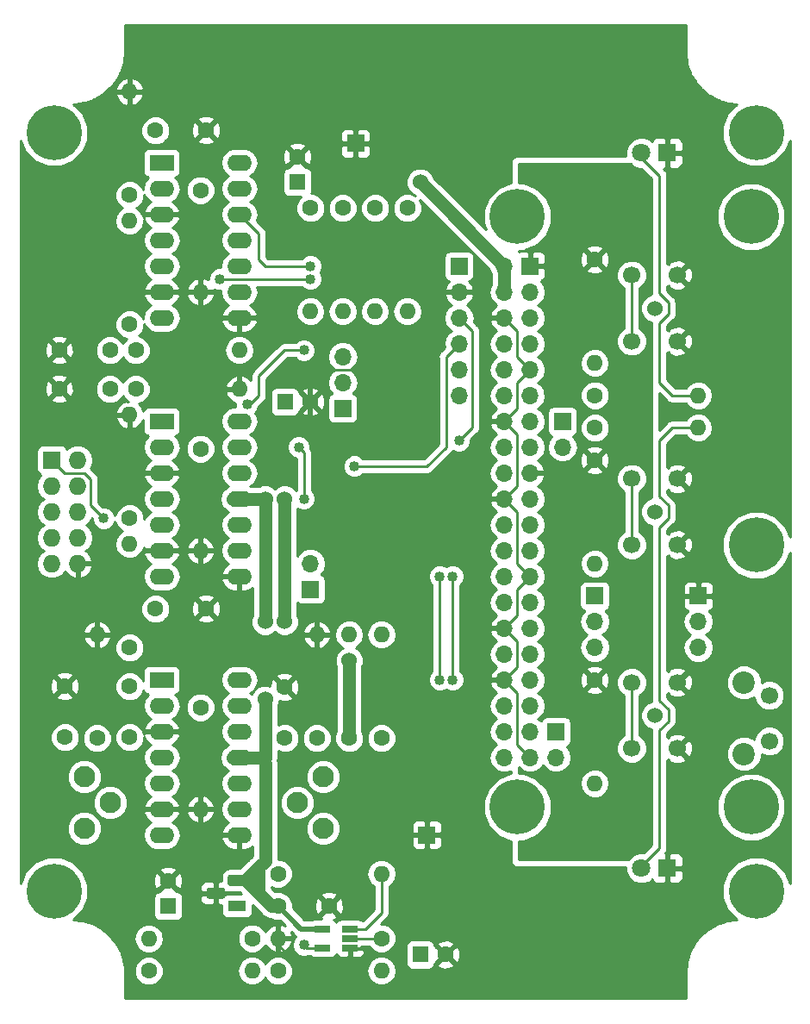
<source format=gbl>
G04 #@! TF.GenerationSoftware,KiCad,Pcbnew,5.0.2-bee76a0~70~ubuntu16.04.1*
G04 #@! TF.CreationDate,2019-04-13T12:29:28+01:00*
G04 #@! TF.ProjectId,rgb-to-hdmi,7267622d-746f-42d6-9864-6d692e6b6963,rev?*
G04 #@! TF.SameCoordinates,PX8712db8PY8b83550*
G04 #@! TF.FileFunction,Copper,L2,Bot*
G04 #@! TF.FilePolarity,Positive*
%FSLAX46Y46*%
G04 Gerber Fmt 4.6, Leading zero omitted, Abs format (unit mm)*
G04 Created by KiCad (PCBNEW 5.0.2-bee76a0~70~ubuntu16.04.1) date Sat 13 Apr 2019 12:29:28 BST*
%MOMM*%
%LPD*%
G01*
G04 APERTURE LIST*
G04 #@! TA.AperFunction,ComponentPad*
%ADD10C,1.600000*%
G04 #@! TD*
G04 #@! TA.AperFunction,ComponentPad*
%ADD11O,1.600000X1.600000*%
G04 #@! TD*
G04 #@! TA.AperFunction,ComponentPad*
%ADD12R,1.700000X1.700000*%
G04 #@! TD*
G04 #@! TA.AperFunction,ComponentPad*
%ADD13O,1.700000X1.700000*%
G04 #@! TD*
G04 #@! TA.AperFunction,ComponentPad*
%ADD14C,1.524000*%
G04 #@! TD*
G04 #@! TA.AperFunction,ComponentPad*
%ADD15C,1.700000*%
G04 #@! TD*
G04 #@! TA.AperFunction,ComponentPad*
%ADD16C,2.100000*%
G04 #@! TD*
G04 #@! TA.AperFunction,ComponentPad*
%ADD17C,1.800000*%
G04 #@! TD*
G04 #@! TA.AperFunction,ComponentPad*
%ADD18R,1.800000X1.800000*%
G04 #@! TD*
G04 #@! TA.AperFunction,ComponentPad*
%ADD19C,5.400000*%
G04 #@! TD*
G04 #@! TA.AperFunction,ComponentPad*
%ADD20C,2.200000*%
G04 #@! TD*
G04 #@! TA.AperFunction,ComponentPad*
%ADD21O,1.727200X1.727200*%
G04 #@! TD*
G04 #@! TA.AperFunction,ComponentPad*
%ADD22R,1.727200X1.727200*%
G04 #@! TD*
G04 #@! TA.AperFunction,ComponentPad*
%ADD23R,1.600000X1.600000*%
G04 #@! TD*
G04 #@! TA.AperFunction,ComponentPad*
%ADD24R,1.800000X1.100000*%
G04 #@! TD*
G04 #@! TA.AperFunction,Conductor*
%ADD25C,0.100000*%
G04 #@! TD*
G04 #@! TA.AperFunction,ComponentPad*
%ADD26C,1.100000*%
G04 #@! TD*
G04 #@! TA.AperFunction,ComponentPad*
%ADD27O,2.400000X1.600000*%
G04 #@! TD*
G04 #@! TA.AperFunction,ComponentPad*
%ADD28R,2.400000X1.600000*%
G04 #@! TD*
G04 #@! TA.AperFunction,SMDPad,CuDef*
%ADD29R,1.560000X0.650000*%
G04 #@! TD*
G04 #@! TA.AperFunction,ViaPad*
%ADD30C,1.524000*%
G04 #@! TD*
G04 #@! TA.AperFunction,ViaPad*
%ADD31C,1.016000*%
G04 #@! TD*
G04 #@! TA.AperFunction,Conductor*
%ADD32C,0.254000*%
G04 #@! TD*
G04 #@! TA.AperFunction,Conductor*
%ADD33C,0.508000*%
G04 #@! TD*
G04 #@! TA.AperFunction,Conductor*
%ADD34C,1.270000*%
G04 #@! TD*
G04 APERTURE END LIST*
D10*
G04 #@! TO.P,C18,1*
G04 #@! TO.N,VCC*
X26005000Y9765000D03*
G04 #@! TO.P,C18,2*
G04 #@! TO.N,GND*
X31005000Y9765000D03*
G04 #@! TD*
G04 #@! TO.P,R24,1*
G04 #@! TO.N,gpio25*
X57120000Y59930000D03*
D11*
G04 #@! TO.P,R24,2*
G04 #@! TO.N,Net-(D2-Pad2)*
X67280000Y59930000D03*
G04 #@! TD*
D12*
G04 #@! TO.P,J11,1*
G04 #@! TO.N,GND*
X57120000Y40245000D03*
D13*
G04 #@! TO.P,J11,2*
G04 #@! TO.N,/Tx*
X57120000Y37705000D03*
G04 #@! TO.P,J11,3*
G04 #@! TO.N,/Rx*
X57120000Y35165000D03*
G04 #@! TD*
D14*
G04 #@! TO.P,SW3,*
G04 #@! TO.N,*
X63000000Y68500000D03*
D15*
G04 #@! TO.P,SW3,1*
G04 #@! TO.N,GND*
X65250000Y65250000D03*
G04 #@! TO.P,SW3,2*
X65250000Y71750000D03*
G04 #@! TO.P,SW3,3*
G04 #@! TO.N,gpio19*
X60750000Y65250000D03*
G04 #@! TO.P,SW3,4*
X60750000Y71750000D03*
G04 #@! TD*
D14*
G04 #@! TO.P,SW1,*
G04 #@! TO.N,*
X63000000Y28500000D03*
D15*
G04 #@! TO.P,SW1,1*
G04 #@! TO.N,GND*
X65250000Y25250000D03*
G04 #@! TO.P,SW1,2*
X65250000Y31750000D03*
G04 #@! TO.P,SW1,3*
G04 #@! TO.N,gpio16*
X60750000Y25250000D03*
G04 #@! TO.P,SW1,4*
X60750000Y31750000D03*
G04 #@! TD*
D14*
G04 #@! TO.P,SW2,*
G04 #@! TO.N,*
X63000000Y48500000D03*
D15*
G04 #@! TO.P,SW2,1*
G04 #@! TO.N,GND*
X65250000Y45250000D03*
G04 #@! TO.P,SW2,2*
X65250000Y51750000D03*
G04 #@! TO.P,SW2,3*
G04 #@! TO.N,gpio26*
X60750000Y45250000D03*
G04 #@! TO.P,SW2,4*
X60750000Y51750000D03*
G04 #@! TD*
D16*
G04 #@! TO.P,RV2,1*
G04 #@! TO.N,Net-(R18-Pad1)*
X30450000Y22465000D03*
G04 #@! TO.P,RV2,2*
G04 #@! TO.N,Net-(C8-Pad1)*
X27910000Y19925000D03*
G04 #@! TO.P,RV2,3*
G04 #@! TO.N,Net-(R17-Pad2)*
X30450000Y17385000D03*
G04 #@! TD*
G04 #@! TO.P,RV1,1*
G04 #@! TO.N,Net-(R8-Pad2)*
X6955000Y17385000D03*
G04 #@! TO.P,RV1,2*
G04 #@! TO.N,Net-(C7-Pad1)*
X9495000Y19925000D03*
G04 #@! TO.P,RV1,3*
G04 #@! TO.N,Net-(R9-Pad1)*
X6955000Y22465000D03*
G04 #@! TD*
D17*
G04 #@! TO.P,D1,2*
G04 #@! TO.N,Net-(D1-Pad2)*
X61710000Y13500000D03*
D18*
G04 #@! TO.P,D1,1*
G04 #@! TO.N,GND*
X64250000Y13500000D03*
G04 #@! TD*
D19*
G04 #@! TO.P,H9,1*
G04 #@! TO.N,Net-(H9-Pad1)*
X73000000Y45250000D03*
G04 #@! TD*
G04 #@! TO.P,H5,1*
G04 #@! TO.N,Net-(H5-Pad1)*
X73000000Y11250000D03*
G04 #@! TD*
G04 #@! TO.P,H6,1*
G04 #@! TO.N,Net-(H6-Pad1)*
X4000000Y11250000D03*
G04 #@! TD*
G04 #@! TO.P,H7,1*
G04 #@! TO.N,Net-(H7-Pad1)*
X4000000Y85750000D03*
G04 #@! TD*
G04 #@! TO.P,H8,1*
G04 #@! TO.N,Net-(H8-Pad1)*
X73000000Y85750000D03*
G04 #@! TD*
D11*
G04 #@! TO.P,R14,2*
G04 #@! TO.N,BH*
X29180000Y68185000D03*
D10*
G04 #@! TO.P,R14,1*
G04 #@! TO.N,+3V3*
X29180000Y78345000D03*
G04 #@! TD*
D15*
G04 #@! TO.P,SW4,1*
G04 #@! TO.N,Net-(J2-Pad1)*
X74265000Y30466000D03*
G04 #@! TO.P,SW4,2*
G04 #@! TO.N,Net-(J2-Pad2)*
X74265000Y25966000D03*
D20*
G04 #@! TO.P,SW4,*
G04 #@! TO.N,*
X71765000Y31716000D03*
X71765000Y24716000D03*
G04 #@! TD*
D13*
G04 #@! TO.P,J10,2*
G04 #@! TO.N,gpio22*
X53945000Y54850000D03*
D12*
G04 #@! TO.P,J10,1*
G04 #@! TO.N,gpio24*
X53945000Y57390000D03*
G04 #@! TD*
D13*
G04 #@! TO.P,J9,2*
G04 #@! TO.N,Net-(J9-Pad2)*
X29180000Y43420000D03*
D12*
G04 #@! TO.P,J9,1*
G04 #@! TO.N,Net-(J9-Pad1)*
X29180000Y40880000D03*
G04 #@! TD*
G04 #@! TO.P,J7,1*
G04 #@! TO.N,GND*
X40610000Y16750000D03*
G04 #@! TD*
G04 #@! TO.P,J8,1*
G04 #@! TO.N,GND*
X33625000Y84695000D03*
G04 #@! TD*
D13*
G04 #@! TO.P,J6,3*
G04 #@! TO.N,Net-(J6-Pad3)*
X32355000Y63740000D03*
G04 #@! TO.P,J6,2*
G04 #@! TO.N,Net-(J6-Pad2)*
X32355000Y61200000D03*
D12*
G04 #@! TO.P,J6,1*
G04 #@! TO.N,Net-(J6-Pad1)*
X32355000Y58660000D03*
G04 #@! TD*
D13*
G04 #@! TO.P,J4,3*
G04 #@! TO.N,/Rx*
X67280000Y35165000D03*
G04 #@! TO.P,J4,2*
G04 #@! TO.N,/Tx*
X67280000Y37705000D03*
D12*
G04 #@! TO.P,J4,1*
G04 #@! TO.N,GND*
X67280000Y40245000D03*
G04 #@! TD*
D17*
G04 #@! TO.P,D2,2*
G04 #@! TO.N,Net-(D2-Pad2)*
X61710000Y83750000D03*
D18*
G04 #@! TO.P,D2,1*
G04 #@! TO.N,GND*
X64250000Y83750000D03*
G04 #@! TD*
D11*
G04 #@! TO.P,R23,2*
G04 #@! TO.N,Net-(D1-Pad2)*
X67280000Y56755000D03*
D10*
G04 #@! TO.P,R23,1*
G04 #@! TO.N,gpio27*
X57120000Y56755000D03*
G04 #@! TD*
D13*
G04 #@! TO.P,J2,2*
G04 #@! TO.N,Net-(J2-Pad2)*
X53310000Y24370000D03*
D12*
G04 #@! TO.P,J2,1*
G04 #@! TO.N,Net-(J2-Pad1)*
X53310000Y26910000D03*
G04 #@! TD*
D11*
G04 #@! TO.P,R19,2*
G04 #@! TO.N,SYNC*
X36165000Y36435000D03*
D10*
G04 #@! TO.P,R19,1*
G04 #@! TO.N,+3V3*
X36165000Y26275000D03*
G04 #@! TD*
D21*
G04 #@! TO.P,J1,10*
G04 #@! TO.N,GND*
X6320000Y43420000D03*
G04 #@! TO.P,J1,9*
G04 #@! TO.N,Net-(C1-Pad1)*
X3780000Y43420000D03*
G04 #@! TO.P,J1,8*
G04 #@! TO.N,HS_N*
X6320000Y45960000D03*
G04 #@! TO.P,J1,7*
G04 #@! TO.N,/PB*
X3780000Y45960000D03*
G04 #@! TO.P,J1,6*
G04 #@! TO.N,/CB*
X6320000Y48500000D03*
G04 #@! TO.P,J1,5*
G04 #@! TO.N,FS_N*
X3780000Y48500000D03*
G04 #@! TO.P,J1,4*
G04 #@! TO.N,Net-(J1-Pad4)*
X6320000Y51040000D03*
G04 #@! TO.P,J1,3*
G04 #@! TO.N,/PA*
X3780000Y51040000D03*
G04 #@! TO.P,J1,2*
G04 #@! TO.N,VCC*
X6320000Y53580000D03*
D22*
G04 #@! TO.P,J1,1*
G04 #@! TO.N,CSS*
X3780000Y53580000D03*
G04 #@! TD*
D11*
G04 #@! TO.P,R10,2*
G04 #@! TO.N,Net-(C6-Pad1)*
X22195000Y64375000D03*
D10*
G04 #@! TO.P,R10,1*
G04 #@! TO.N,/CB*
X12035000Y64375000D03*
G04 #@! TD*
G04 #@! TO.P,C3,2*
G04 #@! TO.N,GND*
X18940000Y85965000D03*
G04 #@! TO.P,C3,1*
G04 #@! TO.N,Net-(C3-Pad1)*
X13940000Y85965000D03*
G04 #@! TD*
D11*
G04 #@! TO.P,R5,2*
G04 #@! TO.N,GND*
X11400000Y89775000D03*
D10*
G04 #@! TO.P,R5,1*
G04 #@! TO.N,Net-(C3-Pad1)*
X11400000Y79615000D03*
G04 #@! TD*
D11*
G04 #@! TO.P,C12,2*
G04 #@! TO.N,GND*
X18385000Y19290000D03*
D10*
G04 #@! TO.P,C12,1*
G04 #@! TO.N,VCC*
X18385000Y29290000D03*
G04 #@! TD*
D11*
G04 #@! TO.P,C11,2*
G04 #@! TO.N,GND*
X18385000Y44690000D03*
D10*
G04 #@! TO.P,C11,1*
G04 #@! TO.N,VCC*
X18385000Y54690000D03*
G04 #@! TD*
D11*
G04 #@! TO.P,C10,2*
G04 #@! TO.N,GND*
X18385000Y70090000D03*
D10*
G04 #@! TO.P,C10,1*
G04 #@! TO.N,VCC*
X18385000Y80090000D03*
G04 #@! TD*
G04 #@! TO.P,C17,2*
G04 #@! TO.N,GND*
X15210000Y12265000D03*
D23*
G04 #@! TO.P,C17,1*
G04 #@! TO.N,+3.3VA*
X15210000Y9765000D03*
G04 #@! TD*
D24*
G04 #@! TO.P,U6,1*
G04 #@! TO.N,+3.3VA*
X21960000Y9765000D03*
D25*
G04 #@! TD*
G04 #@! TO.N,VCC*
G04 #@! TO.C,U6*
G36*
X22611955Y12853676D02*
X22638650Y12849716D01*
X22664828Y12843159D01*
X22690238Y12834067D01*
X22714634Y12822528D01*
X22737782Y12808654D01*
X22759458Y12792578D01*
X22779454Y12774454D01*
X22797578Y12754458D01*
X22813654Y12732782D01*
X22827528Y12709634D01*
X22839067Y12685238D01*
X22848159Y12659828D01*
X22854716Y12633650D01*
X22858676Y12606955D01*
X22860000Y12580000D01*
X22860000Y12030000D01*
X22858676Y12003045D01*
X22854716Y11976350D01*
X22848159Y11950172D01*
X22839067Y11924762D01*
X22827528Y11900366D01*
X22813654Y11877218D01*
X22797578Y11855542D01*
X22779454Y11835546D01*
X22759458Y11817422D01*
X22737782Y11801346D01*
X22714634Y11787472D01*
X22690238Y11775933D01*
X22664828Y11766841D01*
X22638650Y11760284D01*
X22611955Y11756324D01*
X22585000Y11755000D01*
X21335000Y11755000D01*
X21308045Y11756324D01*
X21281350Y11760284D01*
X21255172Y11766841D01*
X21229762Y11775933D01*
X21205366Y11787472D01*
X21182218Y11801346D01*
X21160542Y11817422D01*
X21140546Y11835546D01*
X21122422Y11855542D01*
X21106346Y11877218D01*
X21092472Y11900366D01*
X21080933Y11924762D01*
X21071841Y11950172D01*
X21065284Y11976350D01*
X21061324Y12003045D01*
X21060000Y12030000D01*
X21060000Y12580000D01*
X21061324Y12606955D01*
X21065284Y12633650D01*
X21071841Y12659828D01*
X21080933Y12685238D01*
X21092472Y12709634D01*
X21106346Y12732782D01*
X21122422Y12754458D01*
X21140546Y12774454D01*
X21160542Y12792578D01*
X21182218Y12808654D01*
X21205366Y12822528D01*
X21229762Y12834067D01*
X21255172Y12843159D01*
X21281350Y12849716D01*
X21308045Y12853676D01*
X21335000Y12855000D01*
X22585000Y12855000D01*
X22611955Y12853676D01*
X22611955Y12853676D01*
G37*
D26*
G04 #@! TO.P,U6,3*
G04 #@! TO.N,VCC*
X21960000Y12305000D03*
D25*
G04 #@! TD*
G04 #@! TO.N,GND*
G04 #@! TO.C,U6*
G36*
X20541955Y11583676D02*
X20568650Y11579716D01*
X20594828Y11573159D01*
X20620238Y11564067D01*
X20644634Y11552528D01*
X20667782Y11538654D01*
X20689458Y11522578D01*
X20709454Y11504454D01*
X20727578Y11484458D01*
X20743654Y11462782D01*
X20757528Y11439634D01*
X20769067Y11415238D01*
X20778159Y11389828D01*
X20784716Y11363650D01*
X20788676Y11336955D01*
X20790000Y11310000D01*
X20790000Y10760000D01*
X20788676Y10733045D01*
X20784716Y10706350D01*
X20778159Y10680172D01*
X20769067Y10654762D01*
X20757528Y10630366D01*
X20743654Y10607218D01*
X20727578Y10585542D01*
X20709454Y10565546D01*
X20689458Y10547422D01*
X20667782Y10531346D01*
X20644634Y10517472D01*
X20620238Y10505933D01*
X20594828Y10496841D01*
X20568650Y10490284D01*
X20541955Y10486324D01*
X20515000Y10485000D01*
X19265000Y10485000D01*
X19238045Y10486324D01*
X19211350Y10490284D01*
X19185172Y10496841D01*
X19159762Y10505933D01*
X19135366Y10517472D01*
X19112218Y10531346D01*
X19090542Y10547422D01*
X19070546Y10565546D01*
X19052422Y10585542D01*
X19036346Y10607218D01*
X19022472Y10630366D01*
X19010933Y10654762D01*
X19001841Y10680172D01*
X18995284Y10706350D01*
X18991324Y10733045D01*
X18990000Y10760000D01*
X18990000Y11310000D01*
X18991324Y11336955D01*
X18995284Y11363650D01*
X19001841Y11389828D01*
X19010933Y11415238D01*
X19022472Y11439634D01*
X19036346Y11462782D01*
X19052422Y11484458D01*
X19070546Y11504454D01*
X19090542Y11522578D01*
X19112218Y11538654D01*
X19135366Y11552528D01*
X19159762Y11564067D01*
X19185172Y11573159D01*
X19211350Y11579716D01*
X19238045Y11583676D01*
X19265000Y11585000D01*
X20515000Y11585000D01*
X20541955Y11583676D01*
X20541955Y11583676D01*
G37*
D26*
G04 #@! TO.P,U6,2*
G04 #@! TO.N,GND*
X19890000Y11035000D03*
G04 #@! TD*
D19*
G04 #@! TO.P,H1,1*
G04 #@! TO.N,Net-(H1-Pad1)*
X72500000Y77500000D03*
G04 #@! TD*
G04 #@! TO.P,H2,1*
G04 #@! TO.N,Net-(H2-Pad1)*
X72500000Y19500000D03*
G04 #@! TD*
G04 #@! TO.P,H3,1*
G04 #@! TO.N,Net-(H3-Pad1)*
X49500000Y77500000D03*
G04 #@! TD*
G04 #@! TO.P,H4,1*
G04 #@! TO.N,Net-(H4-Pad1)*
X49500000Y19500000D03*
G04 #@! TD*
D10*
G04 #@! TO.P,C16,2*
G04 #@! TO.N,GND*
X29180000Y59295000D03*
D23*
G04 #@! TO.P,C16,1*
G04 #@! TO.N,+3V3*
X26680000Y59295000D03*
G04 #@! TD*
D10*
G04 #@! TO.P,C13,2*
G04 #@! TO.N,GND*
X27910000Y83385000D03*
D23*
G04 #@! TO.P,C13,1*
G04 #@! TO.N,VCC*
X27910000Y80885000D03*
G04 #@! TD*
D10*
G04 #@! TO.P,C4,2*
G04 #@! TO.N,GND*
X42475000Y5002500D03*
D23*
G04 #@! TO.P,C4,1*
G04 #@! TO.N,Net-(C4-Pad1)*
X39975000Y5002500D03*
G04 #@! TD*
D10*
G04 #@! TO.P,C1,2*
G04 #@! TO.N,Net-(C1-Pad2)*
X11400000Y26355000D03*
G04 #@! TO.P,C1,1*
G04 #@! TO.N,Net-(C1-Pad1)*
X11400000Y31355000D03*
G04 #@! TD*
G04 #@! TO.P,C2,2*
G04 #@! TO.N,GND*
X18940000Y38975000D03*
G04 #@! TO.P,C2,1*
G04 #@! TO.N,Net-(C2-Pad1)*
X13940000Y38975000D03*
G04 #@! TD*
G04 #@! TO.P,C5,2*
G04 #@! TO.N,GND*
X4495000Y64375000D03*
G04 #@! TO.P,C5,1*
G04 #@! TO.N,/CB*
X9495000Y64375000D03*
G04 #@! TD*
G04 #@! TO.P,C6,2*
G04 #@! TO.N,GND*
X4495000Y60565000D03*
G04 #@! TO.P,C6,1*
G04 #@! TO.N,Net-(C6-Pad1)*
X9495000Y60565000D03*
G04 #@! TD*
G04 #@! TO.P,C7,2*
G04 #@! TO.N,GND*
X5050000Y31355000D03*
G04 #@! TO.P,C7,1*
G04 #@! TO.N,Net-(C7-Pad1)*
X5050000Y26355000D03*
G04 #@! TD*
G04 #@! TO.P,C8,2*
G04 #@! TO.N,GND*
X26640000Y31275000D03*
G04 #@! TO.P,C8,1*
G04 #@! TO.N,Net-(C8-Pad1)*
X26640000Y26275000D03*
G04 #@! TD*
D13*
G04 #@! TO.P,J3,6*
G04 #@! TO.N,/TMS*
X43785000Y59930000D03*
G04 #@! TO.P,J3,5*
G04 #@! TO.N,/TDI*
X43785000Y62470000D03*
G04 #@! TO.P,J3,4*
G04 #@! TO.N,/TDO*
X43785000Y65010000D03*
G04 #@! TO.P,J3,3*
G04 #@! TO.N,/TCK*
X43785000Y67550000D03*
G04 #@! TO.P,J3,2*
G04 #@! TO.N,GND*
X43785000Y70090000D03*
D12*
G04 #@! TO.P,J3,1*
G04 #@! TO.N,+3V3*
X43785000Y72630000D03*
G04 #@! TD*
D13*
G04 #@! TO.P,J5,40*
G04 #@! TO.N,gpio21*
X48230000Y24370000D03*
G04 #@! TO.P,J5,39*
G04 #@! TO.N,GND*
X50770000Y24370000D03*
G04 #@! TO.P,J5,38*
G04 #@! TO.N,gpio20*
X48230000Y26910000D03*
G04 #@! TO.P,J5,37*
G04 #@! TO.N,gpio26*
X50770000Y26910000D03*
G04 #@! TO.P,J5,36*
G04 #@! TO.N,gpio16*
X48230000Y29450000D03*
G04 #@! TO.P,J5,35*
G04 #@! TO.N,gpio19*
X50770000Y29450000D03*
G04 #@! TO.P,J5,34*
G04 #@! TO.N,GND*
X48230000Y31990000D03*
G04 #@! TO.P,J5,33*
G04 #@! TO.N,gpio13*
X50770000Y31990000D03*
G04 #@! TO.P,J5,32*
G04 #@! TO.N,gpio12*
X48230000Y34530000D03*
G04 #@! TO.P,J5,31*
G04 #@! TO.N,gpio6*
X50770000Y34530000D03*
G04 #@! TO.P,J5,30*
G04 #@! TO.N,GND*
X48230000Y37070000D03*
G04 #@! TO.P,J5,29*
G04 #@! TO.N,gpio5*
X50770000Y37070000D03*
G04 #@! TO.P,J5,28*
G04 #@! TO.N,gpio1*
X48230000Y39610000D03*
G04 #@! TO.P,J5,27*
G04 #@! TO.N,gpio0*
X50770000Y39610000D03*
G04 #@! TO.P,J5,26*
G04 #@! TO.N,gpio7*
X48230000Y42150000D03*
G04 #@! TO.P,J5,25*
G04 #@! TO.N,GND*
X50770000Y42150000D03*
G04 #@! TO.P,J5,24*
G04 #@! TO.N,gpio8*
X48230000Y44690000D03*
G04 #@! TO.P,J5,23*
G04 #@! TO.N,gpio11*
X50770000Y44690000D03*
G04 #@! TO.P,J5,22*
G04 #@! TO.N,gpio25*
X48230000Y47230000D03*
G04 #@! TO.P,J5,21*
G04 #@! TO.N,gpio9*
X50770000Y47230000D03*
G04 #@! TO.P,J5,20*
G04 #@! TO.N,GND*
X48230000Y49770000D03*
G04 #@! TO.P,J5,19*
G04 #@! TO.N,gpio10*
X50770000Y49770000D03*
G04 #@! TO.P,J5,18*
G04 #@! TO.N,gpio24*
X48230000Y52310000D03*
G04 #@! TO.P,J5,17*
G04 #@! TO.N,+3V3*
X50770000Y52310000D03*
G04 #@! TO.P,J5,16*
G04 #@! TO.N,gpio23*
X48230000Y54850000D03*
G04 #@! TO.P,J5,15*
G04 #@! TO.N,gpio22*
X50770000Y54850000D03*
G04 #@! TO.P,J5,14*
G04 #@! TO.N,GND*
X48230000Y57390000D03*
G04 #@! TO.P,J5,13*
G04 #@! TO.N,gpio27*
X50770000Y57390000D03*
G04 #@! TO.P,J5,12*
G04 #@! TO.N,gpio18*
X48230000Y59930000D03*
G04 #@! TO.P,J5,11*
G04 #@! TO.N,gpio17*
X50770000Y59930000D03*
G04 #@! TO.P,J5,10*
G04 #@! TO.N,/Rx*
X48230000Y62470000D03*
G04 #@! TO.P,J5,9*
G04 #@! TO.N,GND*
X50770000Y62470000D03*
G04 #@! TO.P,J5,8*
G04 #@! TO.N,/Tx*
X48230000Y65010000D03*
G04 #@! TO.P,J5,7*
G04 #@! TO.N,gpio4*
X50770000Y65010000D03*
G04 #@! TO.P,J5,6*
G04 #@! TO.N,GND*
X48230000Y67550000D03*
G04 #@! TO.P,J5,5*
G04 #@! TO.N,gpio3*
X50770000Y67550000D03*
G04 #@! TO.P,J5,4*
G04 #@! TO.N,VCC*
X48230000Y70090000D03*
G04 #@! TO.P,J5,3*
G04 #@! TO.N,gpio2*
X50770000Y70090000D03*
G04 #@! TO.P,J5,2*
G04 #@! TO.N,VCC*
X48230000Y72630000D03*
D12*
G04 #@! TO.P,J5,1*
G04 #@! TO.N,+3V3*
X50770000Y72630000D03*
G04 #@! TD*
D27*
G04 #@! TO.P,U4,14*
G04 #@! TO.N,Net-(U4-Pad14)*
X22195000Y31990000D03*
G04 #@! TO.P,U4,7*
G04 #@! TO.N,SYNC*
X14575000Y16750000D03*
G04 #@! TO.P,U4,13*
G04 #@! TO.N,Net-(U4-Pad13)*
X22195000Y29450000D03*
G04 #@! TO.P,U4,6*
G04 #@! TO.N,GND*
X14575000Y19290000D03*
G04 #@! TO.P,U4,12*
G04 #@! TO.N,Y*
X22195000Y26910000D03*
G04 #@! TO.P,U4,5*
G04 #@! TO.N,Net-(C7-Pad1)*
X14575000Y21830000D03*
G04 #@! TO.P,U4,11*
G04 #@! TO.N,VCC*
X22195000Y24370000D03*
G04 #@! TO.P,U4,4*
G04 #@! TO.N,Net-(C1-Pad2)*
X14575000Y24370000D03*
G04 #@! TO.P,U4,10*
G04 #@! TO.N,Net-(C8-Pad1)*
X22195000Y21830000D03*
G04 #@! TO.P,U4,3*
G04 #@! TO.N,GND*
X14575000Y26910000D03*
G04 #@! TO.P,U4,9*
G04 #@! TO.N,Net-(C1-Pad2)*
X22195000Y19290000D03*
G04 #@! TO.P,U4,2*
G04 #@! TO.N,Net-(U4-Pad2)*
X14575000Y29450000D03*
G04 #@! TO.P,U4,8*
G04 #@! TO.N,GND*
X22195000Y16750000D03*
D28*
G04 #@! TO.P,U4,1*
G04 #@! TO.N,Net-(U4-Pad1)*
X14575000Y31990000D03*
G04 #@! TD*
D27*
G04 #@! TO.P,U2,14*
G04 #@! TO.N,Net-(U2-Pad14)*
X22195000Y82790000D03*
G04 #@! TO.P,U2,7*
G04 #@! TO.N,AL*
X14575000Y67550000D03*
G04 #@! TO.P,U2,13*
G04 #@! TO.N,Net-(U2-Pad13)*
X22195000Y80250000D03*
G04 #@! TO.P,U2,6*
G04 #@! TO.N,GND*
X14575000Y70090000D03*
G04 #@! TO.P,U2,12*
G04 #@! TO.N,AH*
X22195000Y77710000D03*
G04 #@! TO.P,U2,5*
G04 #@! TO.N,/CB*
X14575000Y72630000D03*
G04 #@! TO.P,U2,11*
G04 #@! TO.N,VCC*
X22195000Y75170000D03*
G04 #@! TO.P,U2,4*
G04 #@! TO.N,Net-(C3-Pad1)*
X14575000Y75170000D03*
G04 #@! TO.P,U2,10*
X22195000Y72630000D03*
G04 #@! TO.P,U2,3*
G04 #@! TO.N,GND*
X14575000Y77710000D03*
G04 #@! TO.P,U2,9*
G04 #@! TO.N,Net-(C6-Pad1)*
X22195000Y70090000D03*
G04 #@! TO.P,U2,2*
G04 #@! TO.N,Net-(U2-Pad2)*
X14575000Y80250000D03*
G04 #@! TO.P,U2,8*
G04 #@! TO.N,GND*
X22195000Y67550000D03*
D28*
G04 #@! TO.P,U2,1*
G04 #@! TO.N,Net-(U2-Pad1)*
X14575000Y82790000D03*
G04 #@! TD*
D27*
G04 #@! TO.P,U3,14*
G04 #@! TO.N,Net-(U3-Pad14)*
X22195000Y57390000D03*
G04 #@! TO.P,U3,7*
G04 #@! TO.N,BL*
X14575000Y42150000D03*
G04 #@! TO.P,U3,13*
G04 #@! TO.N,Net-(U3-Pad13)*
X22195000Y54850000D03*
G04 #@! TO.P,U3,6*
G04 #@! TO.N,GND*
X14575000Y44690000D03*
G04 #@! TO.P,U3,12*
G04 #@! TO.N,BH*
X22195000Y52310000D03*
G04 #@! TO.P,U3,5*
G04 #@! TO.N,/CB*
X14575000Y47230000D03*
G04 #@! TO.P,U3,11*
G04 #@! TO.N,VCC*
X22195000Y49770000D03*
G04 #@! TO.P,U3,4*
G04 #@! TO.N,Net-(C2-Pad1)*
X14575000Y49770000D03*
G04 #@! TO.P,U3,10*
X22195000Y47230000D03*
G04 #@! TO.P,U3,3*
G04 #@! TO.N,GND*
X14575000Y52310000D03*
G04 #@! TO.P,U3,9*
G04 #@! TO.N,Net-(C6-Pad1)*
X22195000Y44690000D03*
G04 #@! TO.P,U3,2*
G04 #@! TO.N,Net-(U3-Pad2)*
X14575000Y54850000D03*
G04 #@! TO.P,U3,8*
G04 #@! TO.N,GND*
X22195000Y42150000D03*
D28*
G04 #@! TO.P,U3,1*
G04 #@! TO.N,Net-(U3-Pad1)*
X14575000Y57390000D03*
G04 #@! TD*
D11*
G04 #@! TO.P,R9,2*
G04 #@! TO.N,GND*
X8225000Y36435000D03*
D10*
G04 #@! TO.P,R9,1*
G04 #@! TO.N,Net-(R9-Pad1)*
X8225000Y26275000D03*
G04 #@! TD*
D11*
G04 #@! TO.P,R8,2*
G04 #@! TO.N,Net-(R8-Pad2)*
X13305000Y6590000D03*
D10*
G04 #@! TO.P,R8,1*
G04 #@! TO.N,+3.3VA*
X23465000Y6590000D03*
G04 #@! TD*
D11*
G04 #@! TO.P,R7,2*
G04 #@! TO.N,GND*
X26005000Y6590000D03*
D10*
G04 #@! TO.P,R7,1*
G04 #@! TO.N,Net-(C4-Pad1)*
X36165000Y6590000D03*
G04 #@! TD*
D11*
G04 #@! TO.P,R6,2*
G04 #@! TO.N,Net-(C4-Pad1)*
X36165000Y3415000D03*
D10*
G04 #@! TO.P,R6,1*
G04 #@! TO.N,+3.3VA*
X26005000Y3415000D03*
G04 #@! TD*
D11*
G04 #@! TO.P,R1,2*
G04 #@! TO.N,Net-(R1-Pad2)*
X36165000Y12940000D03*
D10*
G04 #@! TO.P,R1,1*
G04 #@! TO.N,Net-(C1-Pad2)*
X26005000Y12940000D03*
G04 #@! TD*
D11*
G04 #@! TO.P,R11,2*
G04 #@! TO.N,GND*
X22195000Y60565000D03*
D10*
G04 #@! TO.P,R11,1*
G04 #@! TO.N,Net-(C6-Pad1)*
X12035000Y60565000D03*
G04 #@! TD*
D11*
G04 #@! TO.P,R3,2*
G04 #@! TO.N,GND*
X11400000Y58025000D03*
D10*
G04 #@! TO.P,R3,1*
G04 #@! TO.N,Net-(C2-Pad1)*
X11400000Y47865000D03*
G04 #@! TD*
D11*
G04 #@! TO.P,R4,2*
G04 #@! TO.N,Net-(C3-Pad1)*
X11400000Y77075000D03*
D10*
G04 #@! TO.P,R4,1*
G04 #@! TO.N,/PA*
X11400000Y66915000D03*
G04 #@! TD*
D11*
G04 #@! TO.P,R2,2*
G04 #@! TO.N,Net-(C2-Pad1)*
X11400000Y45325000D03*
D10*
G04 #@! TO.P,R2,1*
G04 #@! TO.N,/PB*
X11400000Y35165000D03*
G04 #@! TD*
D11*
G04 #@! TO.P,R12,2*
G04 #@! TO.N,AH*
X38705000Y68185000D03*
D10*
G04 #@! TO.P,R12,1*
G04 #@! TO.N,+3V3*
X38705000Y78345000D03*
G04 #@! TD*
D11*
G04 #@! TO.P,R16,2*
G04 #@! TO.N,Y*
X32990000Y36435000D03*
D10*
G04 #@! TO.P,R16,1*
G04 #@! TO.N,+3V3*
X32990000Y26275000D03*
G04 #@! TD*
D11*
G04 #@! TO.P,R17,2*
G04 #@! TO.N,Net-(R17-Pad2)*
X23465000Y3415000D03*
D10*
G04 #@! TO.P,R17,1*
G04 #@! TO.N,+3.3VA*
X13305000Y3415000D03*
G04 #@! TD*
D11*
G04 #@! TO.P,R18,2*
G04 #@! TO.N,GND*
X29815000Y36435000D03*
D10*
G04 #@! TO.P,R18,1*
G04 #@! TO.N,Net-(R18-Pad1)*
X29815000Y26275000D03*
G04 #@! TD*
D11*
G04 #@! TO.P,R20,2*
G04 #@! TO.N,gpio16*
X57120000Y21830000D03*
D10*
G04 #@! TO.P,R20,1*
G04 #@! TO.N,+3V3*
X57120000Y31990000D03*
G04 #@! TD*
D11*
G04 #@! TO.P,R21,2*
G04 #@! TO.N,gpio26*
X57120000Y43420000D03*
D10*
G04 #@! TO.P,R21,1*
G04 #@! TO.N,+3V3*
X57120000Y53580000D03*
G04 #@! TD*
G04 #@! TO.P,R22,1*
G04 #@! TO.N,+3V3*
X57120000Y73265000D03*
D11*
G04 #@! TO.P,R22,2*
G04 #@! TO.N,gpio19*
X57120000Y63105000D03*
G04 #@! TD*
G04 #@! TO.P,R13,2*
G04 #@! TO.N,AL*
X35530000Y68185000D03*
D10*
G04 #@! TO.P,R13,1*
G04 #@! TO.N,+3V3*
X35530000Y78345000D03*
G04 #@! TD*
D11*
G04 #@! TO.P,R15,2*
G04 #@! TO.N,BL*
X32355000Y68185000D03*
D10*
G04 #@! TO.P,R15,1*
G04 #@! TO.N,+3V3*
X32355000Y78345000D03*
G04 #@! TD*
D29*
G04 #@! TO.P,U1,5*
G04 #@! TO.N,VCC*
X30370000Y7540000D03*
G04 #@! TO.P,U1,4*
G04 #@! TO.N,CLAMP*
X30370000Y5640000D03*
G04 #@! TO.P,U1,3*
G04 #@! TO.N,GND*
X33070000Y5640000D03*
G04 #@! TO.P,U1,2*
G04 #@! TO.N,Net-(C4-Pad1)*
X33070000Y6590000D03*
G04 #@! TO.P,U1,1*
G04 #@! TO.N,Net-(R1-Pad2)*
X33070000Y7540000D03*
G04 #@! TD*
D30*
G04 #@! TO.N,GND*
X37308000Y61200000D03*
X41499000Y48119000D03*
X31720000Y42785000D03*
X29815000Y54850000D03*
G04 #@! TO.N,+3V3*
X26640000Y49770000D03*
X26640000Y37705000D03*
X50770000Y81520000D03*
X52675000Y81520000D03*
X54580000Y81520000D03*
X55215000Y15480000D03*
X51405000Y15480000D03*
X53310000Y15480000D03*
X32990000Y33895000D03*
G04 #@! TO.N,VCC*
X24735000Y49770000D03*
X24735000Y30085000D03*
X39975000Y80885000D03*
X24735000Y37705000D03*
D31*
G04 #@! TO.N,CSS*
X8860000Y47865000D03*
G04 #@! TO.N,CLAMP*
X28545000Y5955000D03*
G04 #@! TO.N,BL*
X28545000Y49770000D03*
X28037000Y54850000D03*
G04 #@! TO.N,BH*
X22957000Y59041000D03*
X28545000Y64375000D03*
G04 #@! TO.N,AL*
X20290000Y71360000D03*
X29180000Y71360000D03*
G04 #@! TO.N,AH*
X29180000Y72630000D03*
G04 #@! TO.N,gpio21*
X41880000Y42150000D03*
X41880000Y31990000D03*
G04 #@! TO.N,gpio20*
X43150000Y31990000D03*
X43150000Y42150000D03*
G04 #@! TO.N,/TCK*
X43785000Y55485000D03*
G04 #@! TO.N,/TDO*
X33498000Y52970000D03*
G04 #@! TD*
D32*
G04 #@! TO.N,GND*
X50770000Y62470000D02*
X49500000Y61200000D01*
X49500000Y61200000D02*
X49500000Y58660000D01*
X49500000Y58660000D02*
X48230000Y57390000D01*
X48230000Y57390000D02*
X49500000Y56120000D01*
X49500000Y56120000D02*
X49500000Y51040000D01*
X49500000Y51040000D02*
X48230000Y49770000D01*
X48230000Y49770000D02*
X49500000Y48500000D01*
X49500000Y48500000D02*
X49500000Y43420000D01*
X49500000Y43420000D02*
X50770000Y42150000D01*
X50770000Y42150000D02*
X49500000Y40880000D01*
X49500000Y40880000D02*
X49500000Y38340000D01*
X49500000Y38340000D02*
X48230000Y37070000D01*
X48230000Y37070000D02*
X49500000Y35800000D01*
X49500000Y35800000D02*
X49500000Y33260000D01*
X49500000Y33260000D02*
X48230000Y31990000D01*
X48230000Y31990000D02*
X49500000Y30720000D01*
X49500000Y30720000D02*
X49500000Y25640000D01*
X49500000Y25640000D02*
X50770000Y24370000D01*
X48230000Y67550000D02*
X49500000Y66280000D01*
X49500000Y66280000D02*
X49500000Y63740000D01*
X49500000Y63740000D02*
X50770000Y62470000D01*
D33*
X43150000Y49770000D02*
X41499000Y48119000D01*
X48230000Y49770000D02*
X43150000Y49770000D01*
D32*
X26005000Y6590000D02*
X26005000Y5955000D01*
X26005000Y5955000D02*
X27910000Y4050000D01*
X27910000Y4050000D02*
X34260000Y4050000D01*
X34260000Y4050000D02*
X34895000Y4685000D01*
X34895000Y4685000D02*
X34895000Y5320000D01*
X34575000Y5640000D02*
X34895000Y5320000D01*
X33070000Y5640000D02*
X34575000Y5640000D01*
X36038000Y62470000D02*
X37308000Y61200000D01*
X30450000Y62470000D02*
X36038000Y62470000D01*
D33*
X29180000Y61835000D02*
X29180000Y59295000D01*
X29815000Y62470000D02*
X29180000Y61835000D01*
X30450000Y62470000D02*
X29815000Y62470000D01*
X31720000Y52945000D02*
X31720000Y42785000D01*
X29815000Y54850000D02*
X31720000Y52945000D01*
X29815000Y56755000D02*
X29180000Y57390000D01*
X29180000Y57390000D02*
X29180000Y59295000D01*
X29815000Y54850000D02*
X29815000Y56755000D01*
D32*
G04 #@! TO.N,Net-(C4-Pad1)*
X36165000Y6590000D02*
X33070000Y6590000D01*
D34*
G04 #@! TO.N,+3V3*
X26640000Y49770000D02*
X26640000Y37705000D01*
X52675000Y81520000D02*
X54580000Y81520000D01*
D32*
X59025000Y15480000D02*
X59025000Y81520000D01*
D34*
X55215000Y15480000D02*
X59025000Y15480000D01*
X54580000Y81520000D02*
X59025000Y81520000D01*
X32990000Y26275000D02*
X32990000Y33895000D01*
G04 #@! TO.N,VCC*
X48230000Y70090000D02*
X48230000Y72630000D01*
X21560000Y49770000D02*
X24735000Y49770000D01*
X24735000Y24370000D02*
X21560000Y24370000D01*
X24735000Y23735000D02*
X24735000Y14210000D01*
D33*
X21560000Y12305000D02*
X22830000Y12305000D01*
D34*
X24735000Y30085000D02*
X24735000Y24370000D01*
X39975000Y80885000D02*
X48230000Y72630000D01*
X24735000Y49770000D02*
X24735000Y37705000D01*
D33*
X21560000Y12305000D02*
X22195000Y12305000D01*
X28230000Y7540000D02*
X30370000Y7540000D01*
X26005000Y9765000D02*
X28230000Y7540000D01*
D34*
X24100000Y13575000D02*
X24100000Y11035000D01*
X24735000Y14210000D02*
X24100000Y13575000D01*
X24100000Y13575000D02*
X22830000Y12305000D01*
X25370000Y9765000D02*
X22830000Y12305000D01*
X26005000Y9765000D02*
X25370000Y9765000D01*
D32*
G04 #@! TO.N,CSS*
X5050000Y52310000D02*
X3780000Y53580000D01*
X8860000Y47865000D02*
X7590000Y49135000D01*
X7590000Y49135000D02*
X7590000Y51675000D01*
X7590000Y51675000D02*
X6955000Y52310000D01*
X6955000Y52310000D02*
X5050000Y52310000D01*
G04 #@! TO.N,CLAMP*
X28545000Y5955000D02*
X28860000Y5640000D01*
X28860000Y5640000D02*
X30370000Y5640000D01*
G04 #@! TO.N,BL*
X28545000Y54342000D02*
X28545000Y49770000D01*
X28037000Y54850000D02*
X28545000Y54342000D01*
G04 #@! TO.N,BH*
X28545000Y64375000D02*
X26640000Y64375000D01*
X23211000Y59041000D02*
X22957000Y59041000D01*
X26640000Y64375000D02*
X24100000Y61835000D01*
X24100000Y61835000D02*
X24100000Y59930000D01*
X24100000Y59930000D02*
X23211000Y59041000D01*
G04 #@! TO.N,AL*
X29180000Y71360000D02*
X20290000Y71360000D01*
G04 #@! TO.N,AH*
X24735000Y72630000D02*
X24100000Y73265000D01*
X29180000Y72630000D02*
X24735000Y72630000D01*
X24100000Y73265000D02*
X24100000Y75805000D01*
X24100000Y75805000D02*
X22195000Y77710000D01*
G04 #@! TO.N,gpio21*
X41880000Y42150000D02*
X41880000Y31990000D01*
G04 #@! TO.N,gpio20*
X43150000Y31990000D02*
X43150000Y42150000D01*
G04 #@! TO.N,gpio19*
X60750000Y71750000D02*
X60750000Y65250000D01*
G04 #@! TO.N,gpio16*
X60750000Y31750000D02*
X60750000Y25250000D01*
G04 #@! TO.N,gpio26*
X60750000Y51750000D02*
X60750000Y45250000D01*
G04 #@! TO.N,Net-(R1-Pad2)*
X36165000Y9130000D02*
X36165000Y12305000D01*
X34575000Y7540000D02*
X36165000Y9130000D01*
X33070000Y7540000D02*
X34575000Y7540000D01*
G04 #@! TO.N,/TCK*
X45055000Y56755000D02*
X45055000Y66280000D01*
X45055000Y66280000D02*
X43785000Y67550000D01*
X43785000Y55485000D02*
X45055000Y56755000D01*
G04 #@! TO.N,/TDO*
X42515000Y63740000D02*
X43785000Y65010000D01*
X42515000Y54850000D02*
X42515000Y63740000D01*
X33498000Y52970000D02*
X40635000Y52970000D01*
X40635000Y52970000D02*
X42515000Y54850000D01*
G04 #@! TO.N,Net-(D2-Pad2)*
X63470000Y81520000D02*
X61710000Y83280000D01*
X63470000Y69963000D02*
X63470000Y81520000D01*
X64359000Y69074000D02*
X63470000Y69963000D01*
X67280000Y59930000D02*
X64740000Y59930000D01*
X61710000Y83280000D02*
X61710000Y83750000D01*
X64740000Y59930000D02*
X63470000Y61200000D01*
X64359000Y67931000D02*
X64359000Y69074000D01*
X63470000Y61200000D02*
X63470000Y67042000D01*
X63470000Y67042000D02*
X64359000Y67931000D01*
G04 #@! TO.N,Net-(D1-Pad2)*
X64740000Y56755000D02*
X67280000Y56755000D01*
X63470000Y50024000D02*
X63470000Y55485000D01*
X63470000Y29958000D02*
X63470000Y46976000D01*
X63470000Y27037000D02*
X64359000Y27926000D01*
X63470000Y15480000D02*
X63470000Y27037000D01*
X61710000Y13720000D02*
X63470000Y15480000D01*
X61710000Y13500000D02*
X61710000Y13720000D01*
X64359000Y27926000D02*
X64359000Y29069000D01*
X64359000Y29069000D02*
X63470000Y29958000D01*
X63470000Y55485000D02*
X64740000Y56755000D01*
X64359000Y49135000D02*
X63470000Y50024000D01*
X63470000Y46976000D02*
X64359000Y47865000D01*
X64359000Y47865000D02*
X64359000Y49135000D01*
G04 #@! TD*
G04 #@! TO.N,+3V3*
G36*
X60840493Y82448690D02*
X61404670Y82215000D01*
X61697370Y82215000D01*
X62708000Y81204369D01*
X62708000Y70038043D01*
X62693073Y69963000D01*
X62707413Y69890909D01*
X62208663Y69684320D01*
X61815680Y69291337D01*
X61603000Y68777881D01*
X61603000Y68222119D01*
X61815680Y67708663D01*
X62208663Y67315680D01*
X62706494Y67109472D01*
X62693073Y67042000D01*
X62708000Y66966957D01*
X62708000Y61275043D01*
X62693073Y61200000D01*
X62708000Y61124957D01*
X62708000Y55560043D01*
X62693073Y55485000D01*
X62708000Y55409957D01*
X62708000Y50099043D01*
X62693073Y50024000D01*
X62708000Y49948957D01*
X62708000Y49891152D01*
X62208663Y49684320D01*
X61815680Y49291337D01*
X61603000Y48777881D01*
X61603000Y48222119D01*
X61815680Y47708663D01*
X62208663Y47315680D01*
X62708000Y47108848D01*
X62708000Y47051043D01*
X62693073Y46976000D01*
X62708000Y46900957D01*
X62708000Y30033043D01*
X62693073Y29958000D01*
X62706494Y29890528D01*
X62208663Y29684320D01*
X61815680Y29291337D01*
X61603000Y28777881D01*
X61603000Y28222119D01*
X61815680Y27708663D01*
X62208663Y27315680D01*
X62707413Y27109091D01*
X62693073Y27037000D01*
X62708000Y26961957D01*
X62708000Y15795631D01*
X61947370Y15035000D01*
X61404670Y15035000D01*
X60840493Y14801310D01*
X60408690Y14369507D01*
X60395225Y14337000D01*
X49627000Y14337000D01*
X49627000Y16165000D01*
X50163373Y16165000D01*
X51389126Y16672723D01*
X52327277Y17610874D01*
X52835000Y18836627D01*
X52835000Y20163373D01*
X52327277Y21389126D01*
X51886403Y21830000D01*
X55656887Y21830000D01*
X55768260Y21270091D01*
X56085423Y20795423D01*
X56560091Y20478260D01*
X56978667Y20395000D01*
X57261333Y20395000D01*
X57679909Y20478260D01*
X58154577Y20795423D01*
X58471740Y21270091D01*
X58583113Y21830000D01*
X58471740Y22389909D01*
X58154577Y22864577D01*
X57679909Y23181740D01*
X57261333Y23265000D01*
X56978667Y23265000D01*
X56560091Y23181740D01*
X56085423Y22864577D01*
X55768260Y22389909D01*
X55656887Y21830000D01*
X51886403Y21830000D01*
X51389126Y22327277D01*
X50163373Y22835000D01*
X49627000Y22835000D01*
X49627000Y23407692D01*
X49699375Y23299375D01*
X50190582Y22971161D01*
X50623744Y22885000D01*
X50916256Y22885000D01*
X51349418Y22971161D01*
X51840625Y23299375D01*
X52040000Y23597761D01*
X52239375Y23299375D01*
X52730582Y22971161D01*
X53163744Y22885000D01*
X53456256Y22885000D01*
X53889418Y22971161D01*
X54380625Y23299375D01*
X54708839Y23790582D01*
X54824092Y24370000D01*
X54708839Y24949418D01*
X54380625Y25440625D01*
X54362381Y25452816D01*
X54407765Y25461843D01*
X54617809Y25602191D01*
X54758157Y25812235D01*
X54807440Y26060000D01*
X54807440Y27760000D01*
X54758157Y28007765D01*
X54617809Y28217809D01*
X54407765Y28358157D01*
X54160000Y28407440D01*
X52460000Y28407440D01*
X52212235Y28358157D01*
X52002191Y28217809D01*
X51861843Y28007765D01*
X51852816Y27962381D01*
X51840625Y27980625D01*
X51542239Y28180000D01*
X51840625Y28379375D01*
X52168839Y28870582D01*
X52284092Y29450000D01*
X52168839Y30029418D01*
X51840625Y30520625D01*
X51542239Y30720000D01*
X51840625Y30919375D01*
X51882640Y30982255D01*
X56291861Y30982255D01*
X56365995Y30736136D01*
X56903223Y30543035D01*
X57473454Y30570222D01*
X57874005Y30736136D01*
X57948139Y30982255D01*
X57120000Y31810395D01*
X56291861Y30982255D01*
X51882640Y30982255D01*
X52168839Y31410582D01*
X52284092Y31990000D01*
X52240973Y32206777D01*
X55673035Y32206777D01*
X55700222Y31636546D01*
X55866136Y31235995D01*
X56112255Y31161861D01*
X56940395Y31990000D01*
X57299605Y31990000D01*
X58127745Y31161861D01*
X58373864Y31235995D01*
X58566965Y31773223D01*
X58553990Y32045385D01*
X59265000Y32045385D01*
X59265000Y31454615D01*
X59491078Y30908815D01*
X59908815Y30491078D01*
X59988000Y30458278D01*
X59988001Y26541722D01*
X59908815Y26508922D01*
X59491078Y26091185D01*
X59265000Y25545385D01*
X59265000Y24954615D01*
X59491078Y24408815D01*
X59908815Y23991078D01*
X60454615Y23765000D01*
X61045385Y23765000D01*
X61591185Y23991078D01*
X62008922Y24408815D01*
X62235000Y24954615D01*
X62235000Y25545385D01*
X62008922Y26091185D01*
X61591185Y26508922D01*
X61512000Y26541722D01*
X61512000Y30458278D01*
X61591185Y30491078D01*
X62008922Y30908815D01*
X62235000Y31454615D01*
X62235000Y32045385D01*
X62008922Y32591185D01*
X61591185Y33008922D01*
X61045385Y33235000D01*
X60454615Y33235000D01*
X59908815Y33008922D01*
X59491078Y32591185D01*
X59265000Y32045385D01*
X58553990Y32045385D01*
X58539778Y32343454D01*
X58373864Y32744005D01*
X58127745Y32818139D01*
X57299605Y31990000D01*
X56940395Y31990000D01*
X56112255Y32818139D01*
X55866136Y32744005D01*
X55673035Y32206777D01*
X52240973Y32206777D01*
X52168839Y32569418D01*
X51882641Y32997745D01*
X56291861Y32997745D01*
X57120000Y32169605D01*
X57948139Y32997745D01*
X57874005Y33243864D01*
X57336777Y33436965D01*
X56766546Y33409778D01*
X56365995Y33243864D01*
X56291861Y32997745D01*
X51882641Y32997745D01*
X51840625Y33060625D01*
X51542239Y33260000D01*
X51840625Y33459375D01*
X52168839Y33950582D01*
X52284092Y34530000D01*
X52168839Y35109418D01*
X51840625Y35600625D01*
X51542239Y35800000D01*
X51840625Y35999375D01*
X52168839Y36490582D01*
X52284092Y37070000D01*
X52168839Y37649418D01*
X52131701Y37705000D01*
X55605908Y37705000D01*
X55721161Y37125582D01*
X56049375Y36634375D01*
X56347761Y36435000D01*
X56049375Y36235625D01*
X55721161Y35744418D01*
X55605908Y35165000D01*
X55721161Y34585582D01*
X56049375Y34094375D01*
X56540582Y33766161D01*
X56973744Y33680000D01*
X57266256Y33680000D01*
X57699418Y33766161D01*
X58190625Y34094375D01*
X58518839Y34585582D01*
X58634092Y35165000D01*
X58518839Y35744418D01*
X58190625Y36235625D01*
X57892239Y36435000D01*
X58190625Y36634375D01*
X58518839Y37125582D01*
X58634092Y37705000D01*
X58518839Y38284418D01*
X58190625Y38775625D01*
X58172381Y38787816D01*
X58217765Y38796843D01*
X58427809Y38937191D01*
X58568157Y39147235D01*
X58617440Y39395000D01*
X58617440Y41095000D01*
X58568157Y41342765D01*
X58427809Y41552809D01*
X58217765Y41693157D01*
X57970000Y41742440D01*
X56270000Y41742440D01*
X56022235Y41693157D01*
X55812191Y41552809D01*
X55671843Y41342765D01*
X55622560Y41095000D01*
X55622560Y39395000D01*
X55671843Y39147235D01*
X55812191Y38937191D01*
X56022235Y38796843D01*
X56067619Y38787816D01*
X56049375Y38775625D01*
X55721161Y38284418D01*
X55605908Y37705000D01*
X52131701Y37705000D01*
X51840625Y38140625D01*
X51542239Y38340000D01*
X51840625Y38539375D01*
X52168839Y39030582D01*
X52284092Y39610000D01*
X52168839Y40189418D01*
X51840625Y40680625D01*
X51542239Y40880000D01*
X51840625Y41079375D01*
X52168839Y41570582D01*
X52284092Y42150000D01*
X52168839Y42729418D01*
X51840625Y43220625D01*
X51542239Y43420000D01*
X55656887Y43420000D01*
X55768260Y42860091D01*
X56085423Y42385423D01*
X56560091Y42068260D01*
X56978667Y41985000D01*
X57261333Y41985000D01*
X57679909Y42068260D01*
X58154577Y42385423D01*
X58471740Y42860091D01*
X58583113Y43420000D01*
X58471740Y43979909D01*
X58154577Y44454577D01*
X57679909Y44771740D01*
X57261333Y44855000D01*
X56978667Y44855000D01*
X56560091Y44771740D01*
X56085423Y44454577D01*
X55768260Y43979909D01*
X55656887Y43420000D01*
X51542239Y43420000D01*
X51840625Y43619375D01*
X52168839Y44110582D01*
X52284092Y44690000D01*
X52168839Y45269418D01*
X51840625Y45760625D01*
X51542239Y45960000D01*
X51840625Y46159375D01*
X52168839Y46650582D01*
X52284092Y47230000D01*
X52168839Y47809418D01*
X51840625Y48300625D01*
X51542239Y48500000D01*
X51840625Y48699375D01*
X52168839Y49190582D01*
X52284092Y49770000D01*
X52168839Y50349418D01*
X51840625Y50840625D01*
X51521522Y51053843D01*
X51651358Y51114817D01*
X52041645Y51543076D01*
X52211476Y51953110D01*
X52162780Y52045385D01*
X59265000Y52045385D01*
X59265000Y51454615D01*
X59491078Y50908815D01*
X59908815Y50491078D01*
X59988000Y50458278D01*
X59988001Y46541722D01*
X59908815Y46508922D01*
X59491078Y46091185D01*
X59265000Y45545385D01*
X59265000Y44954615D01*
X59491078Y44408815D01*
X59908815Y43991078D01*
X60454615Y43765000D01*
X61045385Y43765000D01*
X61591185Y43991078D01*
X62008922Y44408815D01*
X62235000Y44954615D01*
X62235000Y45545385D01*
X62008922Y46091185D01*
X61591185Y46508922D01*
X61512000Y46541722D01*
X61512000Y50458278D01*
X61591185Y50491078D01*
X62008922Y50908815D01*
X62235000Y51454615D01*
X62235000Y52045385D01*
X62008922Y52591185D01*
X61591185Y53008922D01*
X61045385Y53235000D01*
X60454615Y53235000D01*
X59908815Y53008922D01*
X59491078Y52591185D01*
X59265000Y52045385D01*
X52162780Y52045385D01*
X52090155Y52183000D01*
X50897000Y52183000D01*
X50897000Y52163000D01*
X50643000Y52163000D01*
X50643000Y52183000D01*
X50623000Y52183000D01*
X50623000Y52437000D01*
X50643000Y52437000D01*
X50643000Y52457000D01*
X50897000Y52457000D01*
X50897000Y52437000D01*
X52090155Y52437000D01*
X52161533Y52572255D01*
X56291861Y52572255D01*
X56365995Y52326136D01*
X56903223Y52133035D01*
X57473454Y52160222D01*
X57874005Y52326136D01*
X57948139Y52572255D01*
X57120000Y53400395D01*
X56291861Y52572255D01*
X52161533Y52572255D01*
X52211476Y52666890D01*
X52041645Y53076924D01*
X51651358Y53505183D01*
X51521522Y53566157D01*
X51840625Y53779375D01*
X52168839Y54270582D01*
X52284092Y54850000D01*
X52430908Y54850000D01*
X52546161Y54270582D01*
X52874375Y53779375D01*
X53365582Y53451161D01*
X53798744Y53365000D01*
X54091256Y53365000D01*
X54524418Y53451161D01*
X55015625Y53779375D01*
X55027252Y53796777D01*
X55673035Y53796777D01*
X55700222Y53226546D01*
X55866136Y52825995D01*
X56112255Y52751861D01*
X56940395Y53580000D01*
X57299605Y53580000D01*
X58127745Y52751861D01*
X58373864Y52825995D01*
X58566965Y53363223D01*
X58539778Y53933454D01*
X58373864Y54334005D01*
X58127745Y54408139D01*
X57299605Y53580000D01*
X56940395Y53580000D01*
X56112255Y54408139D01*
X55866136Y54334005D01*
X55673035Y53796777D01*
X55027252Y53796777D01*
X55343839Y54270582D01*
X55406926Y54587745D01*
X56291861Y54587745D01*
X57120000Y53759605D01*
X57948139Y54587745D01*
X57874005Y54833864D01*
X57336777Y55026965D01*
X56766546Y54999778D01*
X56365995Y54833864D01*
X56291861Y54587745D01*
X55406926Y54587745D01*
X55459092Y54850000D01*
X55343839Y55429418D01*
X55015625Y55920625D01*
X54997381Y55932816D01*
X55042765Y55941843D01*
X55252809Y56082191D01*
X55393157Y56292235D01*
X55442440Y56540000D01*
X55442440Y57040439D01*
X55685000Y57040439D01*
X55685000Y56469561D01*
X55903466Y55942138D01*
X56307138Y55538466D01*
X56834561Y55320000D01*
X57405439Y55320000D01*
X57932862Y55538466D01*
X58336534Y55942138D01*
X58555000Y56469561D01*
X58555000Y57040439D01*
X58336534Y57567862D01*
X57932862Y57971534D01*
X57405439Y58190000D01*
X56834561Y58190000D01*
X56307138Y57971534D01*
X55903466Y57567862D01*
X55685000Y57040439D01*
X55442440Y57040439D01*
X55442440Y58240000D01*
X55393157Y58487765D01*
X55252809Y58697809D01*
X55042765Y58838157D01*
X54795000Y58887440D01*
X53095000Y58887440D01*
X52847235Y58838157D01*
X52637191Y58697809D01*
X52496843Y58487765D01*
X52447560Y58240000D01*
X52447560Y56540000D01*
X52496843Y56292235D01*
X52637191Y56082191D01*
X52847235Y55941843D01*
X52892619Y55932816D01*
X52874375Y55920625D01*
X52546161Y55429418D01*
X52430908Y54850000D01*
X52284092Y54850000D01*
X52168839Y55429418D01*
X51840625Y55920625D01*
X51542239Y56120000D01*
X51840625Y56319375D01*
X52168839Y56810582D01*
X52284092Y57390000D01*
X52168839Y57969418D01*
X51840625Y58460625D01*
X51542239Y58660000D01*
X51840625Y58859375D01*
X52168839Y59350582D01*
X52284092Y59930000D01*
X52227315Y60215439D01*
X55685000Y60215439D01*
X55685000Y59644561D01*
X55903466Y59117138D01*
X56307138Y58713466D01*
X56834561Y58495000D01*
X57405439Y58495000D01*
X57932862Y58713466D01*
X58336534Y59117138D01*
X58555000Y59644561D01*
X58555000Y60215439D01*
X58336534Y60742862D01*
X57932862Y61146534D01*
X57405439Y61365000D01*
X56834561Y61365000D01*
X56307138Y61146534D01*
X55903466Y60742862D01*
X55685000Y60215439D01*
X52227315Y60215439D01*
X52168839Y60509418D01*
X51840625Y61000625D01*
X51542239Y61200000D01*
X51840625Y61399375D01*
X52168839Y61890582D01*
X52284092Y62470000D01*
X52168839Y63049418D01*
X52131701Y63105000D01*
X55656887Y63105000D01*
X55768260Y62545091D01*
X56085423Y62070423D01*
X56560091Y61753260D01*
X56978667Y61670000D01*
X57261333Y61670000D01*
X57679909Y61753260D01*
X58154577Y62070423D01*
X58471740Y62545091D01*
X58583113Y63105000D01*
X58471740Y63664909D01*
X58154577Y64139577D01*
X57679909Y64456740D01*
X57261333Y64540000D01*
X56978667Y64540000D01*
X56560091Y64456740D01*
X56085423Y64139577D01*
X55768260Y63664909D01*
X55656887Y63105000D01*
X52131701Y63105000D01*
X51840625Y63540625D01*
X51542239Y63740000D01*
X51840625Y63939375D01*
X52168839Y64430582D01*
X52284092Y65010000D01*
X52168839Y65589418D01*
X51840625Y66080625D01*
X51542239Y66280000D01*
X51840625Y66479375D01*
X52168839Y66970582D01*
X52284092Y67550000D01*
X52168839Y68129418D01*
X51840625Y68620625D01*
X51542239Y68820000D01*
X51840625Y69019375D01*
X52168839Y69510582D01*
X52284092Y70090000D01*
X52168839Y70669418D01*
X51840625Y71160625D01*
X51818967Y71175096D01*
X51979698Y71241673D01*
X52158327Y71420301D01*
X52255000Y71653690D01*
X52255000Y72257255D01*
X56291861Y72257255D01*
X56365995Y72011136D01*
X56903223Y71818035D01*
X57473454Y71845222D01*
X57874005Y72011136D01*
X57884321Y72045385D01*
X59265000Y72045385D01*
X59265000Y71454615D01*
X59491078Y70908815D01*
X59908815Y70491078D01*
X59988000Y70458278D01*
X59988001Y66541722D01*
X59908815Y66508922D01*
X59491078Y66091185D01*
X59265000Y65545385D01*
X59265000Y64954615D01*
X59491078Y64408815D01*
X59908815Y63991078D01*
X60454615Y63765000D01*
X61045385Y63765000D01*
X61591185Y63991078D01*
X62008922Y64408815D01*
X62235000Y64954615D01*
X62235000Y65545385D01*
X62008922Y66091185D01*
X61591185Y66508922D01*
X61512000Y66541722D01*
X61512000Y70458278D01*
X61591185Y70491078D01*
X62008922Y70908815D01*
X62235000Y71454615D01*
X62235000Y72045385D01*
X62008922Y72591185D01*
X61591185Y73008922D01*
X61045385Y73235000D01*
X60454615Y73235000D01*
X59908815Y73008922D01*
X59491078Y72591185D01*
X59265000Y72045385D01*
X57884321Y72045385D01*
X57948139Y72257255D01*
X57120000Y73085395D01*
X56291861Y72257255D01*
X52255000Y72257255D01*
X52255000Y72344250D01*
X52096250Y72503000D01*
X50897000Y72503000D01*
X50897000Y72483000D01*
X50643000Y72483000D01*
X50643000Y72503000D01*
X50623000Y72503000D01*
X50623000Y72757000D01*
X50643000Y72757000D01*
X50643000Y73956250D01*
X50897000Y73956250D01*
X50897000Y72757000D01*
X52096250Y72757000D01*
X52255000Y72915750D01*
X52255000Y73481777D01*
X55673035Y73481777D01*
X55700222Y72911546D01*
X55866136Y72510995D01*
X56112255Y72436861D01*
X56940395Y73265000D01*
X57299605Y73265000D01*
X58127745Y72436861D01*
X58373864Y72510995D01*
X58566965Y73048223D01*
X58539778Y73618454D01*
X58373864Y74019005D01*
X58127745Y74093139D01*
X57299605Y73265000D01*
X56940395Y73265000D01*
X56112255Y74093139D01*
X55866136Y74019005D01*
X55673035Y73481777D01*
X52255000Y73481777D01*
X52255000Y73606310D01*
X52158327Y73839699D01*
X51979698Y74018327D01*
X51746309Y74115000D01*
X51055750Y74115000D01*
X50897000Y73956250D01*
X50643000Y73956250D01*
X50484250Y74115000D01*
X49793691Y74115000D01*
X49627000Y74045954D01*
X49627000Y74165000D01*
X50163373Y74165000D01*
X50423492Y74272745D01*
X56291861Y74272745D01*
X57120000Y73444605D01*
X57948139Y74272745D01*
X57874005Y74518864D01*
X57336777Y74711965D01*
X56766546Y74684778D01*
X56365995Y74518864D01*
X56291861Y74272745D01*
X50423492Y74272745D01*
X51389126Y74672723D01*
X52327277Y75610874D01*
X52835000Y76836627D01*
X52835000Y78163373D01*
X52327277Y79389126D01*
X51389126Y80327277D01*
X50163373Y80835000D01*
X49627000Y80835000D01*
X49627000Y82663000D01*
X60626183Y82663000D01*
X60840493Y82448690D01*
X60840493Y82448690D01*
G37*
X60840493Y82448690D02*
X61404670Y82215000D01*
X61697370Y82215000D01*
X62708000Y81204369D01*
X62708000Y70038043D01*
X62693073Y69963000D01*
X62707413Y69890909D01*
X62208663Y69684320D01*
X61815680Y69291337D01*
X61603000Y68777881D01*
X61603000Y68222119D01*
X61815680Y67708663D01*
X62208663Y67315680D01*
X62706494Y67109472D01*
X62693073Y67042000D01*
X62708000Y66966957D01*
X62708000Y61275043D01*
X62693073Y61200000D01*
X62708000Y61124957D01*
X62708000Y55560043D01*
X62693073Y55485000D01*
X62708000Y55409957D01*
X62708000Y50099043D01*
X62693073Y50024000D01*
X62708000Y49948957D01*
X62708000Y49891152D01*
X62208663Y49684320D01*
X61815680Y49291337D01*
X61603000Y48777881D01*
X61603000Y48222119D01*
X61815680Y47708663D01*
X62208663Y47315680D01*
X62708000Y47108848D01*
X62708000Y47051043D01*
X62693073Y46976000D01*
X62708000Y46900957D01*
X62708000Y30033043D01*
X62693073Y29958000D01*
X62706494Y29890528D01*
X62208663Y29684320D01*
X61815680Y29291337D01*
X61603000Y28777881D01*
X61603000Y28222119D01*
X61815680Y27708663D01*
X62208663Y27315680D01*
X62707413Y27109091D01*
X62693073Y27037000D01*
X62708000Y26961957D01*
X62708000Y15795631D01*
X61947370Y15035000D01*
X61404670Y15035000D01*
X60840493Y14801310D01*
X60408690Y14369507D01*
X60395225Y14337000D01*
X49627000Y14337000D01*
X49627000Y16165000D01*
X50163373Y16165000D01*
X51389126Y16672723D01*
X52327277Y17610874D01*
X52835000Y18836627D01*
X52835000Y20163373D01*
X52327277Y21389126D01*
X51886403Y21830000D01*
X55656887Y21830000D01*
X55768260Y21270091D01*
X56085423Y20795423D01*
X56560091Y20478260D01*
X56978667Y20395000D01*
X57261333Y20395000D01*
X57679909Y20478260D01*
X58154577Y20795423D01*
X58471740Y21270091D01*
X58583113Y21830000D01*
X58471740Y22389909D01*
X58154577Y22864577D01*
X57679909Y23181740D01*
X57261333Y23265000D01*
X56978667Y23265000D01*
X56560091Y23181740D01*
X56085423Y22864577D01*
X55768260Y22389909D01*
X55656887Y21830000D01*
X51886403Y21830000D01*
X51389126Y22327277D01*
X50163373Y22835000D01*
X49627000Y22835000D01*
X49627000Y23407692D01*
X49699375Y23299375D01*
X50190582Y22971161D01*
X50623744Y22885000D01*
X50916256Y22885000D01*
X51349418Y22971161D01*
X51840625Y23299375D01*
X52040000Y23597761D01*
X52239375Y23299375D01*
X52730582Y22971161D01*
X53163744Y22885000D01*
X53456256Y22885000D01*
X53889418Y22971161D01*
X54380625Y23299375D01*
X54708839Y23790582D01*
X54824092Y24370000D01*
X54708839Y24949418D01*
X54380625Y25440625D01*
X54362381Y25452816D01*
X54407765Y25461843D01*
X54617809Y25602191D01*
X54758157Y25812235D01*
X54807440Y26060000D01*
X54807440Y27760000D01*
X54758157Y28007765D01*
X54617809Y28217809D01*
X54407765Y28358157D01*
X54160000Y28407440D01*
X52460000Y28407440D01*
X52212235Y28358157D01*
X52002191Y28217809D01*
X51861843Y28007765D01*
X51852816Y27962381D01*
X51840625Y27980625D01*
X51542239Y28180000D01*
X51840625Y28379375D01*
X52168839Y28870582D01*
X52284092Y29450000D01*
X52168839Y30029418D01*
X51840625Y30520625D01*
X51542239Y30720000D01*
X51840625Y30919375D01*
X51882640Y30982255D01*
X56291861Y30982255D01*
X56365995Y30736136D01*
X56903223Y30543035D01*
X57473454Y30570222D01*
X57874005Y30736136D01*
X57948139Y30982255D01*
X57120000Y31810395D01*
X56291861Y30982255D01*
X51882640Y30982255D01*
X52168839Y31410582D01*
X52284092Y31990000D01*
X52240973Y32206777D01*
X55673035Y32206777D01*
X55700222Y31636546D01*
X55866136Y31235995D01*
X56112255Y31161861D01*
X56940395Y31990000D01*
X57299605Y31990000D01*
X58127745Y31161861D01*
X58373864Y31235995D01*
X58566965Y31773223D01*
X58553990Y32045385D01*
X59265000Y32045385D01*
X59265000Y31454615D01*
X59491078Y30908815D01*
X59908815Y30491078D01*
X59988000Y30458278D01*
X59988001Y26541722D01*
X59908815Y26508922D01*
X59491078Y26091185D01*
X59265000Y25545385D01*
X59265000Y24954615D01*
X59491078Y24408815D01*
X59908815Y23991078D01*
X60454615Y23765000D01*
X61045385Y23765000D01*
X61591185Y23991078D01*
X62008922Y24408815D01*
X62235000Y24954615D01*
X62235000Y25545385D01*
X62008922Y26091185D01*
X61591185Y26508922D01*
X61512000Y26541722D01*
X61512000Y30458278D01*
X61591185Y30491078D01*
X62008922Y30908815D01*
X62235000Y31454615D01*
X62235000Y32045385D01*
X62008922Y32591185D01*
X61591185Y33008922D01*
X61045385Y33235000D01*
X60454615Y33235000D01*
X59908815Y33008922D01*
X59491078Y32591185D01*
X59265000Y32045385D01*
X58553990Y32045385D01*
X58539778Y32343454D01*
X58373864Y32744005D01*
X58127745Y32818139D01*
X57299605Y31990000D01*
X56940395Y31990000D01*
X56112255Y32818139D01*
X55866136Y32744005D01*
X55673035Y32206777D01*
X52240973Y32206777D01*
X52168839Y32569418D01*
X51882641Y32997745D01*
X56291861Y32997745D01*
X57120000Y32169605D01*
X57948139Y32997745D01*
X57874005Y33243864D01*
X57336777Y33436965D01*
X56766546Y33409778D01*
X56365995Y33243864D01*
X56291861Y32997745D01*
X51882641Y32997745D01*
X51840625Y33060625D01*
X51542239Y33260000D01*
X51840625Y33459375D01*
X52168839Y33950582D01*
X52284092Y34530000D01*
X52168839Y35109418D01*
X51840625Y35600625D01*
X51542239Y35800000D01*
X51840625Y35999375D01*
X52168839Y36490582D01*
X52284092Y37070000D01*
X52168839Y37649418D01*
X52131701Y37705000D01*
X55605908Y37705000D01*
X55721161Y37125582D01*
X56049375Y36634375D01*
X56347761Y36435000D01*
X56049375Y36235625D01*
X55721161Y35744418D01*
X55605908Y35165000D01*
X55721161Y34585582D01*
X56049375Y34094375D01*
X56540582Y33766161D01*
X56973744Y33680000D01*
X57266256Y33680000D01*
X57699418Y33766161D01*
X58190625Y34094375D01*
X58518839Y34585582D01*
X58634092Y35165000D01*
X58518839Y35744418D01*
X58190625Y36235625D01*
X57892239Y36435000D01*
X58190625Y36634375D01*
X58518839Y37125582D01*
X58634092Y37705000D01*
X58518839Y38284418D01*
X58190625Y38775625D01*
X58172381Y38787816D01*
X58217765Y38796843D01*
X58427809Y38937191D01*
X58568157Y39147235D01*
X58617440Y39395000D01*
X58617440Y41095000D01*
X58568157Y41342765D01*
X58427809Y41552809D01*
X58217765Y41693157D01*
X57970000Y41742440D01*
X56270000Y41742440D01*
X56022235Y41693157D01*
X55812191Y41552809D01*
X55671843Y41342765D01*
X55622560Y41095000D01*
X55622560Y39395000D01*
X55671843Y39147235D01*
X55812191Y38937191D01*
X56022235Y38796843D01*
X56067619Y38787816D01*
X56049375Y38775625D01*
X55721161Y38284418D01*
X55605908Y37705000D01*
X52131701Y37705000D01*
X51840625Y38140625D01*
X51542239Y38340000D01*
X51840625Y38539375D01*
X52168839Y39030582D01*
X52284092Y39610000D01*
X52168839Y40189418D01*
X51840625Y40680625D01*
X51542239Y40880000D01*
X51840625Y41079375D01*
X52168839Y41570582D01*
X52284092Y42150000D01*
X52168839Y42729418D01*
X51840625Y43220625D01*
X51542239Y43420000D01*
X55656887Y43420000D01*
X55768260Y42860091D01*
X56085423Y42385423D01*
X56560091Y42068260D01*
X56978667Y41985000D01*
X57261333Y41985000D01*
X57679909Y42068260D01*
X58154577Y42385423D01*
X58471740Y42860091D01*
X58583113Y43420000D01*
X58471740Y43979909D01*
X58154577Y44454577D01*
X57679909Y44771740D01*
X57261333Y44855000D01*
X56978667Y44855000D01*
X56560091Y44771740D01*
X56085423Y44454577D01*
X55768260Y43979909D01*
X55656887Y43420000D01*
X51542239Y43420000D01*
X51840625Y43619375D01*
X52168839Y44110582D01*
X52284092Y44690000D01*
X52168839Y45269418D01*
X51840625Y45760625D01*
X51542239Y45960000D01*
X51840625Y46159375D01*
X52168839Y46650582D01*
X52284092Y47230000D01*
X52168839Y47809418D01*
X51840625Y48300625D01*
X51542239Y48500000D01*
X51840625Y48699375D01*
X52168839Y49190582D01*
X52284092Y49770000D01*
X52168839Y50349418D01*
X51840625Y50840625D01*
X51521522Y51053843D01*
X51651358Y51114817D01*
X52041645Y51543076D01*
X52211476Y51953110D01*
X52162780Y52045385D01*
X59265000Y52045385D01*
X59265000Y51454615D01*
X59491078Y50908815D01*
X59908815Y50491078D01*
X59988000Y50458278D01*
X59988001Y46541722D01*
X59908815Y46508922D01*
X59491078Y46091185D01*
X59265000Y45545385D01*
X59265000Y44954615D01*
X59491078Y44408815D01*
X59908815Y43991078D01*
X60454615Y43765000D01*
X61045385Y43765000D01*
X61591185Y43991078D01*
X62008922Y44408815D01*
X62235000Y44954615D01*
X62235000Y45545385D01*
X62008922Y46091185D01*
X61591185Y46508922D01*
X61512000Y46541722D01*
X61512000Y50458278D01*
X61591185Y50491078D01*
X62008922Y50908815D01*
X62235000Y51454615D01*
X62235000Y52045385D01*
X62008922Y52591185D01*
X61591185Y53008922D01*
X61045385Y53235000D01*
X60454615Y53235000D01*
X59908815Y53008922D01*
X59491078Y52591185D01*
X59265000Y52045385D01*
X52162780Y52045385D01*
X52090155Y52183000D01*
X50897000Y52183000D01*
X50897000Y52163000D01*
X50643000Y52163000D01*
X50643000Y52183000D01*
X50623000Y52183000D01*
X50623000Y52437000D01*
X50643000Y52437000D01*
X50643000Y52457000D01*
X50897000Y52457000D01*
X50897000Y52437000D01*
X52090155Y52437000D01*
X52161533Y52572255D01*
X56291861Y52572255D01*
X56365995Y52326136D01*
X56903223Y52133035D01*
X57473454Y52160222D01*
X57874005Y52326136D01*
X57948139Y52572255D01*
X57120000Y53400395D01*
X56291861Y52572255D01*
X52161533Y52572255D01*
X52211476Y52666890D01*
X52041645Y53076924D01*
X51651358Y53505183D01*
X51521522Y53566157D01*
X51840625Y53779375D01*
X52168839Y54270582D01*
X52284092Y54850000D01*
X52430908Y54850000D01*
X52546161Y54270582D01*
X52874375Y53779375D01*
X53365582Y53451161D01*
X53798744Y53365000D01*
X54091256Y53365000D01*
X54524418Y53451161D01*
X55015625Y53779375D01*
X55027252Y53796777D01*
X55673035Y53796777D01*
X55700222Y53226546D01*
X55866136Y52825995D01*
X56112255Y52751861D01*
X56940395Y53580000D01*
X57299605Y53580000D01*
X58127745Y52751861D01*
X58373864Y52825995D01*
X58566965Y53363223D01*
X58539778Y53933454D01*
X58373864Y54334005D01*
X58127745Y54408139D01*
X57299605Y53580000D01*
X56940395Y53580000D01*
X56112255Y54408139D01*
X55866136Y54334005D01*
X55673035Y53796777D01*
X55027252Y53796777D01*
X55343839Y54270582D01*
X55406926Y54587745D01*
X56291861Y54587745D01*
X57120000Y53759605D01*
X57948139Y54587745D01*
X57874005Y54833864D01*
X57336777Y55026965D01*
X56766546Y54999778D01*
X56365995Y54833864D01*
X56291861Y54587745D01*
X55406926Y54587745D01*
X55459092Y54850000D01*
X55343839Y55429418D01*
X55015625Y55920625D01*
X54997381Y55932816D01*
X55042765Y55941843D01*
X55252809Y56082191D01*
X55393157Y56292235D01*
X55442440Y56540000D01*
X55442440Y57040439D01*
X55685000Y57040439D01*
X55685000Y56469561D01*
X55903466Y55942138D01*
X56307138Y55538466D01*
X56834561Y55320000D01*
X57405439Y55320000D01*
X57932862Y55538466D01*
X58336534Y55942138D01*
X58555000Y56469561D01*
X58555000Y57040439D01*
X58336534Y57567862D01*
X57932862Y57971534D01*
X57405439Y58190000D01*
X56834561Y58190000D01*
X56307138Y57971534D01*
X55903466Y57567862D01*
X55685000Y57040439D01*
X55442440Y57040439D01*
X55442440Y58240000D01*
X55393157Y58487765D01*
X55252809Y58697809D01*
X55042765Y58838157D01*
X54795000Y58887440D01*
X53095000Y58887440D01*
X52847235Y58838157D01*
X52637191Y58697809D01*
X52496843Y58487765D01*
X52447560Y58240000D01*
X52447560Y56540000D01*
X52496843Y56292235D01*
X52637191Y56082191D01*
X52847235Y55941843D01*
X52892619Y55932816D01*
X52874375Y55920625D01*
X52546161Y55429418D01*
X52430908Y54850000D01*
X52284092Y54850000D01*
X52168839Y55429418D01*
X51840625Y55920625D01*
X51542239Y56120000D01*
X51840625Y56319375D01*
X52168839Y56810582D01*
X52284092Y57390000D01*
X52168839Y57969418D01*
X51840625Y58460625D01*
X51542239Y58660000D01*
X51840625Y58859375D01*
X52168839Y59350582D01*
X52284092Y59930000D01*
X52227315Y60215439D01*
X55685000Y60215439D01*
X55685000Y59644561D01*
X55903466Y59117138D01*
X56307138Y58713466D01*
X56834561Y58495000D01*
X57405439Y58495000D01*
X57932862Y58713466D01*
X58336534Y59117138D01*
X58555000Y59644561D01*
X58555000Y60215439D01*
X58336534Y60742862D01*
X57932862Y61146534D01*
X57405439Y61365000D01*
X56834561Y61365000D01*
X56307138Y61146534D01*
X55903466Y60742862D01*
X55685000Y60215439D01*
X52227315Y60215439D01*
X52168839Y60509418D01*
X51840625Y61000625D01*
X51542239Y61200000D01*
X51840625Y61399375D01*
X52168839Y61890582D01*
X52284092Y62470000D01*
X52168839Y63049418D01*
X52131701Y63105000D01*
X55656887Y63105000D01*
X55768260Y62545091D01*
X56085423Y62070423D01*
X56560091Y61753260D01*
X56978667Y61670000D01*
X57261333Y61670000D01*
X57679909Y61753260D01*
X58154577Y62070423D01*
X58471740Y62545091D01*
X58583113Y63105000D01*
X58471740Y63664909D01*
X58154577Y64139577D01*
X57679909Y64456740D01*
X57261333Y64540000D01*
X56978667Y64540000D01*
X56560091Y64456740D01*
X56085423Y64139577D01*
X55768260Y63664909D01*
X55656887Y63105000D01*
X52131701Y63105000D01*
X51840625Y63540625D01*
X51542239Y63740000D01*
X51840625Y63939375D01*
X52168839Y64430582D01*
X52284092Y65010000D01*
X52168839Y65589418D01*
X51840625Y66080625D01*
X51542239Y66280000D01*
X51840625Y66479375D01*
X52168839Y66970582D01*
X52284092Y67550000D01*
X52168839Y68129418D01*
X51840625Y68620625D01*
X51542239Y68820000D01*
X51840625Y69019375D01*
X52168839Y69510582D01*
X52284092Y70090000D01*
X52168839Y70669418D01*
X51840625Y71160625D01*
X51818967Y71175096D01*
X51979698Y71241673D01*
X52158327Y71420301D01*
X52255000Y71653690D01*
X52255000Y72257255D01*
X56291861Y72257255D01*
X56365995Y72011136D01*
X56903223Y71818035D01*
X57473454Y71845222D01*
X57874005Y72011136D01*
X57884321Y72045385D01*
X59265000Y72045385D01*
X59265000Y71454615D01*
X59491078Y70908815D01*
X59908815Y70491078D01*
X59988000Y70458278D01*
X59988001Y66541722D01*
X59908815Y66508922D01*
X59491078Y66091185D01*
X59265000Y65545385D01*
X59265000Y64954615D01*
X59491078Y64408815D01*
X59908815Y63991078D01*
X60454615Y63765000D01*
X61045385Y63765000D01*
X61591185Y63991078D01*
X62008922Y64408815D01*
X62235000Y64954615D01*
X62235000Y65545385D01*
X62008922Y66091185D01*
X61591185Y66508922D01*
X61512000Y66541722D01*
X61512000Y70458278D01*
X61591185Y70491078D01*
X62008922Y70908815D01*
X62235000Y71454615D01*
X62235000Y72045385D01*
X62008922Y72591185D01*
X61591185Y73008922D01*
X61045385Y73235000D01*
X60454615Y73235000D01*
X59908815Y73008922D01*
X59491078Y72591185D01*
X59265000Y72045385D01*
X57884321Y72045385D01*
X57948139Y72257255D01*
X57120000Y73085395D01*
X56291861Y72257255D01*
X52255000Y72257255D01*
X52255000Y72344250D01*
X52096250Y72503000D01*
X50897000Y72503000D01*
X50897000Y72483000D01*
X50643000Y72483000D01*
X50643000Y72503000D01*
X50623000Y72503000D01*
X50623000Y72757000D01*
X50643000Y72757000D01*
X50643000Y73956250D01*
X50897000Y73956250D01*
X50897000Y72757000D01*
X52096250Y72757000D01*
X52255000Y72915750D01*
X52255000Y73481777D01*
X55673035Y73481777D01*
X55700222Y72911546D01*
X55866136Y72510995D01*
X56112255Y72436861D01*
X56940395Y73265000D01*
X57299605Y73265000D01*
X58127745Y72436861D01*
X58373864Y72510995D01*
X58566965Y73048223D01*
X58539778Y73618454D01*
X58373864Y74019005D01*
X58127745Y74093139D01*
X57299605Y73265000D01*
X56940395Y73265000D01*
X56112255Y74093139D01*
X55866136Y74019005D01*
X55673035Y73481777D01*
X52255000Y73481777D01*
X52255000Y73606310D01*
X52158327Y73839699D01*
X51979698Y74018327D01*
X51746309Y74115000D01*
X51055750Y74115000D01*
X50897000Y73956250D01*
X50643000Y73956250D01*
X50484250Y74115000D01*
X49793691Y74115000D01*
X49627000Y74045954D01*
X49627000Y74165000D01*
X50163373Y74165000D01*
X50423492Y74272745D01*
X56291861Y74272745D01*
X57120000Y73444605D01*
X57948139Y74272745D01*
X57874005Y74518864D01*
X57336777Y74711965D01*
X56766546Y74684778D01*
X56365995Y74518864D01*
X56291861Y74272745D01*
X50423492Y74272745D01*
X51389126Y74672723D01*
X52327277Y75610874D01*
X52835000Y76836627D01*
X52835000Y78163373D01*
X52327277Y79389126D01*
X51389126Y80327277D01*
X50163373Y80835000D01*
X49627000Y80835000D01*
X49627000Y82663000D01*
X60626183Y82663000D01*
X60840493Y82448690D01*
G04 #@! TO.N,GND*
G36*
X66040001Y93680074D02*
X66041706Y93671500D01*
X66045584Y93512830D01*
X66046511Y93505109D01*
X66046132Y93497349D01*
X66052720Y93428296D01*
X66175377Y92582348D01*
X66183161Y92550415D01*
X66187792Y92517879D01*
X66207318Y92451318D01*
X66487727Y91643825D01*
X66501411Y91613936D01*
X66512109Y91582868D01*
X66543866Y91521208D01*
X66543870Y91521199D01*
X66543873Y91521195D01*
X66971912Y90781300D01*
X66991002Y90754536D01*
X67007381Y90726053D01*
X67050222Y90671513D01*
X67050230Y90671502D01*
X67050235Y90671497D01*
X67610462Y90025893D01*
X67634265Y90003225D01*
X67655738Y89978349D01*
X67708117Y89932896D01*
X67708129Y89932885D01*
X67708136Y89932881D01*
X68380336Y89404860D01*
X68407996Y89387102D01*
X68433786Y89366735D01*
X68493813Y89332008D01*
X68493829Y89331998D01*
X68493838Y89331995D01*
X69253755Y88940612D01*
X69284272Y88928406D01*
X69313449Y88913282D01*
X69378977Y88890526D01*
X70199203Y88649898D01*
X70231486Y88643681D01*
X70262988Y88634350D01*
X70331620Y88624398D01*
X70331638Y88624395D01*
X70331647Y88624395D01*
X71086018Y88552421D01*
X70172723Y87639126D01*
X69665000Y86413373D01*
X69665000Y85086627D01*
X70172723Y83860874D01*
X71110874Y82922723D01*
X72336627Y82415000D01*
X73663373Y82415000D01*
X74889126Y82922723D01*
X75827277Y83860874D01*
X76290001Y84977990D01*
X76290000Y46022012D01*
X75827277Y47139126D01*
X74889126Y48077277D01*
X73663373Y48585000D01*
X72336627Y48585000D01*
X71110874Y48077277D01*
X70172723Y47139126D01*
X69665000Y45913373D01*
X69665000Y44586627D01*
X70172723Y43360874D01*
X71110874Y42422723D01*
X72336627Y41915000D01*
X73663373Y41915000D01*
X74889126Y42422723D01*
X75827277Y43360874D01*
X76290000Y44477988D01*
X76290000Y12022013D01*
X75827277Y13139126D01*
X74889126Y14077277D01*
X73663373Y14585000D01*
X72336627Y14585000D01*
X71110874Y14077277D01*
X70172723Y13139126D01*
X69665000Y11913373D01*
X69665000Y10586627D01*
X70172723Y9360874D01*
X71077598Y8455999D01*
X71012830Y8454416D01*
X71005109Y8453489D01*
X70997349Y8453868D01*
X70928296Y8447280D01*
X70082348Y8324623D01*
X70050415Y8316839D01*
X70017879Y8312208D01*
X69951323Y8292683D01*
X69951317Y8292682D01*
X69951314Y8292681D01*
X69143826Y8012273D01*
X69113937Y7998589D01*
X69082869Y7987891D01*
X69021208Y7956134D01*
X69021199Y7956130D01*
X69021195Y7956127D01*
X68281301Y7528088D01*
X68254542Y7509001D01*
X68226053Y7492619D01*
X68171503Y7449770D01*
X67525893Y6889538D01*
X67503226Y6865736D01*
X67478350Y6844263D01*
X67432896Y6791883D01*
X67432885Y6791871D01*
X67432881Y6791864D01*
X66904860Y6119664D01*
X66887103Y6092004D01*
X66866735Y6066214D01*
X66832005Y6006181D01*
X66831999Y6006172D01*
X66831999Y6006171D01*
X66440612Y5246245D01*
X66428406Y5215729D01*
X66413282Y5186551D01*
X66390526Y5121023D01*
X66149898Y4300797D01*
X66143681Y4268514D01*
X66134350Y4237012D01*
X66124399Y4168384D01*
X66124395Y4168363D01*
X66124395Y4168353D01*
X66046625Y3353227D01*
X66040001Y3319926D01*
X66040000Y710000D01*
X10960000Y710000D01*
X10960000Y3319926D01*
X10958293Y3328506D01*
X10954416Y3487170D01*
X10953489Y3494891D01*
X10953868Y3502651D01*
X10947280Y3571704D01*
X10928615Y3700439D01*
X11870000Y3700439D01*
X11870000Y3129561D01*
X12088466Y2602138D01*
X12492138Y2198466D01*
X13019561Y1980000D01*
X13590439Y1980000D01*
X14117862Y2198466D01*
X14521534Y2602138D01*
X14740000Y3129561D01*
X14740000Y3415000D01*
X22001887Y3415000D01*
X22113260Y2855091D01*
X22430423Y2380423D01*
X22905091Y2063260D01*
X23323667Y1980000D01*
X23606333Y1980000D01*
X24024909Y2063260D01*
X24499577Y2380423D01*
X24734606Y2732168D01*
X24788466Y2602138D01*
X25192138Y2198466D01*
X25719561Y1980000D01*
X26290439Y1980000D01*
X26817862Y2198466D01*
X27221534Y2602138D01*
X27440000Y3129561D01*
X27440000Y3415000D01*
X34701887Y3415000D01*
X34813260Y2855091D01*
X35130423Y2380423D01*
X35605091Y2063260D01*
X36023667Y1980000D01*
X36306333Y1980000D01*
X36724909Y2063260D01*
X37199577Y2380423D01*
X37516740Y2855091D01*
X37628113Y3415000D01*
X37516740Y3974909D01*
X37199577Y4449577D01*
X36724909Y4766740D01*
X36306333Y4850000D01*
X36023667Y4850000D01*
X35605091Y4766740D01*
X35130423Y4449577D01*
X34813260Y3974909D01*
X34701887Y3415000D01*
X27440000Y3415000D01*
X27440000Y3700439D01*
X27221534Y4227862D01*
X26817862Y4631534D01*
X26290439Y4850000D01*
X25719561Y4850000D01*
X25192138Y4631534D01*
X24788466Y4227862D01*
X24734606Y4097832D01*
X24499577Y4449577D01*
X24024909Y4766740D01*
X23606333Y4850000D01*
X23323667Y4850000D01*
X22905091Y4766740D01*
X22430423Y4449577D01*
X22113260Y3974909D01*
X22001887Y3415000D01*
X14740000Y3415000D01*
X14740000Y3700439D01*
X14521534Y4227862D01*
X14117862Y4631534D01*
X13590439Y4850000D01*
X13019561Y4850000D01*
X12492138Y4631534D01*
X12088466Y4227862D01*
X11870000Y3700439D01*
X10928615Y3700439D01*
X10824623Y4417652D01*
X10816839Y4449585D01*
X10812208Y4482121D01*
X10792682Y4548682D01*
X10512273Y5356174D01*
X10498589Y5386063D01*
X10487891Y5417131D01*
X10456130Y5478800D01*
X10456130Y5478801D01*
X10456127Y5478805D01*
X10028088Y6218699D01*
X10009001Y6245458D01*
X9992619Y6273947D01*
X9949770Y6328497D01*
X9722850Y6590000D01*
X11841887Y6590000D01*
X11953260Y6030091D01*
X12270423Y5555423D01*
X12745091Y5238260D01*
X13163667Y5155000D01*
X13446333Y5155000D01*
X13864909Y5238260D01*
X14339577Y5555423D01*
X14656740Y6030091D01*
X14768113Y6590000D01*
X14711336Y6875439D01*
X22030000Y6875439D01*
X22030000Y6304561D01*
X22248466Y5777138D01*
X22652138Y5373466D01*
X23179561Y5155000D01*
X23750439Y5155000D01*
X24277862Y5373466D01*
X24681534Y5777138D01*
X24743372Y5926427D01*
X24773959Y5852577D01*
X25149866Y5437611D01*
X25655959Y5198086D01*
X25878000Y5319371D01*
X25878000Y6463000D01*
X26132000Y6463000D01*
X26132000Y5319371D01*
X26354041Y5198086D01*
X26860134Y5437611D01*
X27236041Y5852577D01*
X27396904Y6240961D01*
X27274915Y6463000D01*
X26132000Y6463000D01*
X25878000Y6463000D01*
X25858000Y6463000D01*
X25858000Y6717000D01*
X25878000Y6717000D01*
X25878000Y7860629D01*
X25655959Y7981914D01*
X25149866Y7742389D01*
X24773959Y7327423D01*
X24743372Y7253573D01*
X24681534Y7402862D01*
X24277862Y7806534D01*
X23750439Y8025000D01*
X23179561Y8025000D01*
X22652138Y7806534D01*
X22248466Y7402862D01*
X22030000Y6875439D01*
X14711336Y6875439D01*
X14656740Y7149909D01*
X14339577Y7624577D01*
X13864909Y7941740D01*
X13446333Y8025000D01*
X13163667Y8025000D01*
X12745091Y7941740D01*
X12270423Y7624577D01*
X11953260Y7149909D01*
X11841887Y6590000D01*
X9722850Y6590000D01*
X9389538Y6974107D01*
X9365736Y6996774D01*
X9344263Y7021650D01*
X9291883Y7067104D01*
X9291871Y7067115D01*
X9291864Y7067119D01*
X8619664Y7595140D01*
X8592004Y7612897D01*
X8566214Y7633265D01*
X8506181Y7667995D01*
X8506172Y7668001D01*
X8506168Y7668003D01*
X7746245Y8059388D01*
X7715729Y8071594D01*
X7686551Y8086718D01*
X7621023Y8109474D01*
X6800797Y8350102D01*
X6768514Y8356319D01*
X6737012Y8365650D01*
X6668384Y8375601D01*
X6668363Y8375605D01*
X6668353Y8375605D01*
X5913982Y8447579D01*
X6827277Y9360874D01*
X7326041Y10565000D01*
X13762560Y10565000D01*
X13762560Y8965000D01*
X13811843Y8717235D01*
X13952191Y8507191D01*
X14162235Y8366843D01*
X14410000Y8317560D01*
X16010000Y8317560D01*
X16257765Y8366843D01*
X16467809Y8507191D01*
X16608157Y8717235D01*
X16657440Y8965000D01*
X16657440Y10565000D01*
X16620791Y10749250D01*
X18355000Y10749250D01*
X18355000Y10358691D01*
X18451673Y10125302D01*
X18630301Y9946673D01*
X18863690Y9850000D01*
X19604250Y9850000D01*
X19763000Y10008750D01*
X19763000Y10908000D01*
X18513750Y10908000D01*
X18355000Y10749250D01*
X16620791Y10749250D01*
X16608157Y10812765D01*
X16467809Y11022809D01*
X16257765Y11163157D01*
X16023813Y11209693D01*
X16038139Y11257255D01*
X15210000Y12085395D01*
X14381861Y11257255D01*
X14396187Y11209693D01*
X14162235Y11163157D01*
X13952191Y11022809D01*
X13811843Y10812765D01*
X13762560Y10565000D01*
X7326041Y10565000D01*
X7335000Y10586627D01*
X7335000Y11913373D01*
X7099560Y12481777D01*
X13763035Y12481777D01*
X13790222Y11911546D01*
X13956136Y11510995D01*
X14202255Y11436861D01*
X15030395Y12265000D01*
X15389605Y12265000D01*
X16217745Y11436861D01*
X16463864Y11510995D01*
X16535864Y11711309D01*
X18355000Y11711309D01*
X18355000Y11320750D01*
X18513750Y11162000D01*
X19763000Y11162000D01*
X19763000Y12061250D01*
X20017000Y12061250D01*
X20017000Y11162000D01*
X21061313Y11162000D01*
X21335000Y11107560D01*
X22231390Y11107560D01*
X22376510Y10962440D01*
X21060000Y10962440D01*
X20812235Y10913157D01*
X20804517Y10908000D01*
X20017000Y10908000D01*
X20017000Y10008750D01*
X20175750Y9850000D01*
X20412560Y9850000D01*
X20412560Y9215000D01*
X20461843Y8967235D01*
X20602191Y8757191D01*
X20812235Y8616843D01*
X21060000Y8567560D01*
X22860000Y8567560D01*
X23107765Y8616843D01*
X23317809Y8757191D01*
X23458157Y8967235D01*
X23507440Y9215000D01*
X23507440Y9831509D01*
X24383532Y8955416D01*
X24454382Y8849382D01*
X24560415Y8778533D01*
X24560418Y8778530D01*
X24761382Y8644251D01*
X24874471Y8568687D01*
X25244920Y8495000D01*
X25244924Y8495000D01*
X25369999Y8470121D01*
X25377620Y8471637D01*
X25719561Y8330000D01*
X26182765Y8330000D01*
X26689723Y7823042D01*
X26354041Y7981914D01*
X26132000Y7860629D01*
X26132000Y6717000D01*
X27274915Y6717000D01*
X27396904Y6939039D01*
X27271887Y7240877D01*
X27539471Y6973293D01*
X27589067Y6899067D01*
X27759045Y6785492D01*
X27576011Y6602458D01*
X27402000Y6182357D01*
X27402000Y5727643D01*
X27576011Y5307542D01*
X27897542Y4986011D01*
X28317643Y4812000D01*
X28772357Y4812000D01*
X28928604Y4876719D01*
X28935042Y4878000D01*
X29118287Y4878000D01*
X29132191Y4857191D01*
X29342235Y4716843D01*
X29590000Y4667560D01*
X31150000Y4667560D01*
X31397765Y4716843D01*
X31607809Y4857191D01*
X31721706Y5027648D01*
X31751673Y4955301D01*
X31930302Y4776673D01*
X32163691Y4680000D01*
X32784250Y4680000D01*
X32943000Y4838750D01*
X32943000Y5513000D01*
X33197000Y5513000D01*
X33197000Y4838750D01*
X33355750Y4680000D01*
X33976309Y4680000D01*
X34209698Y4776673D01*
X34388327Y4955301D01*
X34485000Y5188690D01*
X34485000Y5354250D01*
X34326250Y5513000D01*
X33197000Y5513000D01*
X32943000Y5513000D01*
X32923000Y5513000D01*
X32923000Y5617560D01*
X33850000Y5617560D01*
X34097765Y5666843D01*
X34247659Y5767000D01*
X34326250Y5767000D01*
X34387250Y5828000D01*
X34927398Y5828000D01*
X34948466Y5777138D01*
X35352138Y5373466D01*
X35879561Y5155000D01*
X36450439Y5155000D01*
X36977862Y5373466D01*
X37381534Y5777138D01*
X37392039Y5802500D01*
X38527560Y5802500D01*
X38527560Y4202500D01*
X38576843Y3954735D01*
X38717191Y3744691D01*
X38927235Y3604343D01*
X39175000Y3555060D01*
X40775000Y3555060D01*
X41022765Y3604343D01*
X41232809Y3744691D01*
X41373157Y3954735D01*
X41381117Y3994755D01*
X41646861Y3994755D01*
X41720995Y3748636D01*
X42258223Y3555535D01*
X42828454Y3582722D01*
X43229005Y3748636D01*
X43303139Y3994755D01*
X42475000Y4822895D01*
X41646861Y3994755D01*
X41381117Y3994755D01*
X41419693Y4188687D01*
X41467255Y4174361D01*
X42295395Y5002500D01*
X42654605Y5002500D01*
X43482745Y4174361D01*
X43728864Y4248495D01*
X43921965Y4785723D01*
X43894778Y5355954D01*
X43728864Y5756505D01*
X43482745Y5830639D01*
X42654605Y5002500D01*
X42295395Y5002500D01*
X41467255Y5830639D01*
X41419693Y5816313D01*
X41381118Y6010245D01*
X41646861Y6010245D01*
X42475000Y5182105D01*
X43303139Y6010245D01*
X43229005Y6256364D01*
X42691777Y6449465D01*
X42121546Y6422278D01*
X41720995Y6256364D01*
X41646861Y6010245D01*
X41381118Y6010245D01*
X41373157Y6050265D01*
X41232809Y6260309D01*
X41022765Y6400657D01*
X40775000Y6449940D01*
X39175000Y6449940D01*
X38927235Y6400657D01*
X38717191Y6260309D01*
X38576843Y6050265D01*
X38527560Y5802500D01*
X37392039Y5802500D01*
X37600000Y6304561D01*
X37600000Y6875439D01*
X37381534Y7402862D01*
X36977862Y7806534D01*
X36450439Y8025000D01*
X36137631Y8025000D01*
X36650750Y8538119D01*
X36714371Y8580629D01*
X36882788Y8832683D01*
X36927000Y9054952D01*
X36927000Y9054953D01*
X36941928Y9130000D01*
X36927000Y9205047D01*
X36927000Y11723293D01*
X37199577Y11905423D01*
X37516740Y12380091D01*
X37628113Y12940000D01*
X37516740Y13499909D01*
X37199577Y13974577D01*
X36724909Y14291740D01*
X36306333Y14375000D01*
X36023667Y14375000D01*
X35605091Y14291740D01*
X35130423Y13974577D01*
X34813260Y13499909D01*
X34701887Y12940000D01*
X34813260Y12380091D01*
X35130423Y11905423D01*
X35403001Y11723292D01*
X35403000Y9445631D01*
X34291246Y8333876D01*
X34097765Y8463157D01*
X33850000Y8512440D01*
X32290000Y8512440D01*
X32042235Y8463157D01*
X31832191Y8322809D01*
X31720000Y8154905D01*
X31607809Y8322809D01*
X31491679Y8400406D01*
X31759005Y8511136D01*
X31833139Y8757255D01*
X31005000Y9585395D01*
X30176861Y8757255D01*
X30250602Y8512440D01*
X29590000Y8512440D01*
X29342235Y8463157D01*
X29291116Y8429000D01*
X28598236Y8429000D01*
X27440000Y9587235D01*
X27440000Y9981777D01*
X29558035Y9981777D01*
X29585222Y9411546D01*
X29751136Y9010995D01*
X29997255Y8936861D01*
X30825395Y9765000D01*
X31184605Y9765000D01*
X32012745Y8936861D01*
X32258864Y9010995D01*
X32451965Y9548223D01*
X32424778Y10118454D01*
X32258864Y10519005D01*
X32012745Y10593139D01*
X31184605Y9765000D01*
X30825395Y9765000D01*
X29997255Y10593139D01*
X29751136Y10519005D01*
X29558035Y9981777D01*
X27440000Y9981777D01*
X27440000Y10050439D01*
X27221534Y10577862D01*
X27026651Y10772745D01*
X30176861Y10772745D01*
X31005000Y9944605D01*
X31833139Y10772745D01*
X31759005Y11018864D01*
X31221777Y11211965D01*
X30651546Y11184778D01*
X30250995Y11018864D01*
X30176861Y10772745D01*
X27026651Y10772745D01*
X26817862Y10981534D01*
X26290439Y11200000D01*
X25731052Y11200000D01*
X25370000Y11561051D01*
X25370000Y11649793D01*
X25719561Y11505000D01*
X26290439Y11505000D01*
X26817862Y11723466D01*
X27221534Y12127138D01*
X27440000Y12654561D01*
X27440000Y13225439D01*
X27221534Y13752862D01*
X26817862Y14156534D01*
X26290439Y14375000D01*
X26005000Y14375000D01*
X26005000Y17720167D01*
X28765000Y17720167D01*
X28765000Y17049833D01*
X29021526Y16430524D01*
X29495524Y15956526D01*
X30114833Y15700000D01*
X30785167Y15700000D01*
X31404476Y15956526D01*
X31878474Y16430524D01*
X31892443Y16464250D01*
X39125000Y16464250D01*
X39125000Y15773690D01*
X39221673Y15540301D01*
X39400302Y15361673D01*
X39633691Y15265000D01*
X40324250Y15265000D01*
X40483000Y15423750D01*
X40483000Y16623000D01*
X40737000Y16623000D01*
X40737000Y15423750D01*
X40895750Y15265000D01*
X41586309Y15265000D01*
X41819698Y15361673D01*
X41998327Y15540301D01*
X42095000Y15773690D01*
X42095000Y16464250D01*
X41936250Y16623000D01*
X40737000Y16623000D01*
X40483000Y16623000D01*
X39283750Y16623000D01*
X39125000Y16464250D01*
X31892443Y16464250D01*
X32135000Y17049833D01*
X32135000Y17720167D01*
X32132456Y17726310D01*
X39125000Y17726310D01*
X39125000Y17035750D01*
X39283750Y16877000D01*
X40483000Y16877000D01*
X40483000Y18076250D01*
X40737000Y18076250D01*
X40737000Y16877000D01*
X41936250Y16877000D01*
X42095000Y17035750D01*
X42095000Y17726310D01*
X41998327Y17959699D01*
X41819698Y18138327D01*
X41586309Y18235000D01*
X40895750Y18235000D01*
X40737000Y18076250D01*
X40483000Y18076250D01*
X40324250Y18235000D01*
X39633691Y18235000D01*
X39400302Y18138327D01*
X39221673Y17959699D01*
X39125000Y17726310D01*
X32132456Y17726310D01*
X31878474Y18339476D01*
X31404476Y18813474D01*
X30785167Y19070000D01*
X30114833Y19070000D01*
X29495524Y18813474D01*
X29021526Y18339476D01*
X28765000Y17720167D01*
X26005000Y17720167D01*
X26005000Y20260167D01*
X26225000Y20260167D01*
X26225000Y19589833D01*
X26481526Y18970524D01*
X26955524Y18496526D01*
X27574833Y18240000D01*
X28245167Y18240000D01*
X28864476Y18496526D01*
X29338474Y18970524D01*
X29595000Y19589833D01*
X29595000Y20260167D01*
X29338474Y20879476D01*
X28864476Y21353474D01*
X28245167Y21610000D01*
X27574833Y21610000D01*
X26955524Y21353474D01*
X26481526Y20879476D01*
X26225000Y20260167D01*
X26005000Y20260167D01*
X26005000Y22800167D01*
X28765000Y22800167D01*
X28765000Y22129833D01*
X29021526Y21510524D01*
X29495524Y21036526D01*
X30114833Y20780000D01*
X30785167Y20780000D01*
X31404476Y21036526D01*
X31878474Y21510524D01*
X32135000Y22129833D01*
X32135000Y22800167D01*
X31878474Y23419476D01*
X31404476Y23893474D01*
X30785167Y24150000D01*
X30114833Y24150000D01*
X29495524Y23893474D01*
X29021526Y23419476D01*
X28765000Y22800167D01*
X26005000Y22800167D01*
X26005000Y23860080D01*
X25966725Y24052500D01*
X26029880Y24370000D01*
X26005000Y24495080D01*
X26005000Y24984793D01*
X26354561Y24840000D01*
X26925439Y24840000D01*
X27452862Y25058466D01*
X27856534Y25462138D01*
X28075000Y25989561D01*
X28075000Y26560439D01*
X28380000Y26560439D01*
X28380000Y25989561D01*
X28598466Y25462138D01*
X29002138Y25058466D01*
X29529561Y24840000D01*
X30100439Y24840000D01*
X30627862Y25058466D01*
X31031534Y25462138D01*
X31250000Y25989561D01*
X31250000Y26560439D01*
X31031534Y27087862D01*
X30627862Y27491534D01*
X30100439Y27710000D01*
X29529561Y27710000D01*
X29002138Y27491534D01*
X28598466Y27087862D01*
X28380000Y26560439D01*
X28075000Y26560439D01*
X27856534Y27087862D01*
X27452862Y27491534D01*
X26925439Y27710000D01*
X26354561Y27710000D01*
X26005000Y27565207D01*
X26005000Y29500513D01*
X26132000Y29807119D01*
X26132000Y29932712D01*
X26423223Y29828035D01*
X26993454Y29855222D01*
X27394005Y30021136D01*
X27468139Y30267255D01*
X26640000Y31095395D01*
X26625858Y31081252D01*
X26446252Y31260858D01*
X26460395Y31275000D01*
X26819605Y31275000D01*
X27647745Y30446861D01*
X27893864Y30520995D01*
X28086965Y31058223D01*
X28059778Y31628454D01*
X27893864Y32029005D01*
X27647745Y32103139D01*
X26819605Y31275000D01*
X26460395Y31275000D01*
X25632255Y32103139D01*
X25386136Y32029005D01*
X25193035Y31491777D01*
X25197140Y31405678D01*
X25012881Y31482000D01*
X24457119Y31482000D01*
X23943663Y31269320D01*
X23550680Y30876337D01*
X23440687Y30610789D01*
X23277242Y30720000D01*
X23629577Y30955423D01*
X23946740Y31430091D01*
X24058113Y31990000D01*
X23999883Y32282745D01*
X25811861Y32282745D01*
X26640000Y31454605D01*
X27468139Y32282745D01*
X27394005Y32528864D01*
X26856777Y32721965D01*
X26286546Y32694778D01*
X25885995Y32528864D01*
X25811861Y32282745D01*
X23999883Y32282745D01*
X23946740Y32549909D01*
X23629577Y33024577D01*
X23154909Y33341740D01*
X22736333Y33425000D01*
X21653667Y33425000D01*
X21235091Y33341740D01*
X20760423Y33024577D01*
X20443260Y32549909D01*
X20331887Y31990000D01*
X20443260Y31430091D01*
X20760423Y30955423D01*
X21112758Y30720000D01*
X20760423Y30484577D01*
X20443260Y30009909D01*
X20331887Y29450000D01*
X20443260Y28890091D01*
X20760423Y28415423D01*
X21112758Y28180000D01*
X20760423Y27944577D01*
X20443260Y27469909D01*
X20331887Y26910000D01*
X20443260Y26350091D01*
X20760423Y25875423D01*
X21112758Y25640000D01*
X20760423Y25404577D01*
X20710421Y25329744D01*
X20644382Y25285618D01*
X20363687Y24865529D01*
X20265120Y24370000D01*
X20363687Y23874471D01*
X20644382Y23454382D01*
X20710421Y23410256D01*
X20760423Y23335423D01*
X21112758Y23100000D01*
X20760423Y22864577D01*
X20443260Y22389909D01*
X20331887Y21830000D01*
X20443260Y21270091D01*
X20760423Y20795423D01*
X21112758Y20560000D01*
X20760423Y20324577D01*
X20443260Y19849909D01*
X20331887Y19290000D01*
X20443260Y18730091D01*
X20760423Y18255423D01*
X21116499Y18017501D01*
X20690500Y17674896D01*
X20420633Y17181819D01*
X20403096Y17099039D01*
X20525085Y16877000D01*
X22068000Y16877000D01*
X22068000Y16897000D01*
X22322000Y16897000D01*
X22322000Y16877000D01*
X22342000Y16877000D01*
X22342000Y16623000D01*
X22322000Y16623000D01*
X22322000Y15315000D01*
X22722000Y15315000D01*
X23261483Y15472834D01*
X23465001Y15636511D01*
X23465001Y14736051D01*
X23290421Y14561471D01*
X23184382Y14490618D01*
X23113531Y14384582D01*
X22231390Y13502440D01*
X21335000Y13502440D01*
X20981997Y13432223D01*
X20682736Y13232264D01*
X20482777Y12933003D01*
X20412560Y12580000D01*
X20412560Y12220000D01*
X20175750Y12220000D01*
X20017000Y12061250D01*
X19763000Y12061250D01*
X19604250Y12220000D01*
X18863690Y12220000D01*
X18630301Y12123327D01*
X18451673Y11944698D01*
X18355000Y11711309D01*
X16535864Y11711309D01*
X16656965Y12048223D01*
X16629778Y12618454D01*
X16463864Y13019005D01*
X16217745Y13093139D01*
X15389605Y12265000D01*
X15030395Y12265000D01*
X14202255Y13093139D01*
X13956136Y13019005D01*
X13763035Y12481777D01*
X7099560Y12481777D01*
X6827277Y13139126D01*
X6693658Y13272745D01*
X14381861Y13272745D01*
X15210000Y12444605D01*
X16038139Y13272745D01*
X15964005Y13518864D01*
X15426777Y13711965D01*
X14856546Y13684778D01*
X14455995Y13518864D01*
X14381861Y13272745D01*
X6693658Y13272745D01*
X5889126Y14077277D01*
X4663373Y14585000D01*
X3336627Y14585000D01*
X2110874Y14077277D01*
X1172723Y13139126D01*
X710000Y12022013D01*
X710000Y17720167D01*
X5270000Y17720167D01*
X5270000Y17049833D01*
X5526526Y16430524D01*
X6000524Y15956526D01*
X6619833Y15700000D01*
X7290167Y15700000D01*
X7909476Y15956526D01*
X8383474Y16430524D01*
X8515805Y16750000D01*
X12711887Y16750000D01*
X12823260Y16190091D01*
X13140423Y15715423D01*
X13615091Y15398260D01*
X14033667Y15315000D01*
X15116333Y15315000D01*
X15534909Y15398260D01*
X16009577Y15715423D01*
X16326740Y16190091D01*
X16368684Y16400961D01*
X20403096Y16400961D01*
X20420633Y16318181D01*
X20690500Y15825104D01*
X21128517Y15472834D01*
X21668000Y15315000D01*
X22068000Y15315000D01*
X22068000Y16623000D01*
X20525085Y16623000D01*
X20403096Y16400961D01*
X16368684Y16400961D01*
X16438113Y16750000D01*
X16326740Y17309909D01*
X16009577Y17784577D01*
X15653501Y18022499D01*
X16079500Y18365104D01*
X16349367Y18858181D01*
X16366903Y18940959D01*
X16993086Y18940959D01*
X17232611Y18434866D01*
X17647577Y18058959D01*
X18035961Y17898096D01*
X18258000Y18020085D01*
X18258000Y19163000D01*
X18512000Y19163000D01*
X18512000Y18020085D01*
X18734039Y17898096D01*
X19122423Y18058959D01*
X19537389Y18434866D01*
X19776914Y18940959D01*
X19655629Y19163000D01*
X18512000Y19163000D01*
X18258000Y19163000D01*
X17114371Y19163000D01*
X16993086Y18940959D01*
X16366903Y18940959D01*
X16366904Y18940961D01*
X16244915Y19163000D01*
X14702000Y19163000D01*
X14702000Y19143000D01*
X14448000Y19143000D01*
X14448000Y19163000D01*
X12905085Y19163000D01*
X12783096Y18940961D01*
X12800633Y18858181D01*
X13070500Y18365104D01*
X13496499Y18022499D01*
X13140423Y17784577D01*
X12823260Y17309909D01*
X12711887Y16750000D01*
X8515805Y16750000D01*
X8640000Y17049833D01*
X8640000Y17720167D01*
X8383474Y18339476D01*
X7909476Y18813474D01*
X7290167Y19070000D01*
X6619833Y19070000D01*
X6000524Y18813474D01*
X5526526Y18339476D01*
X5270000Y17720167D01*
X710000Y17720167D01*
X710000Y20260167D01*
X7810000Y20260167D01*
X7810000Y19589833D01*
X8066526Y18970524D01*
X8540524Y18496526D01*
X9159833Y18240000D01*
X9830167Y18240000D01*
X10449476Y18496526D01*
X10923474Y18970524D01*
X11180000Y19589833D01*
X11180000Y20260167D01*
X10923474Y20879476D01*
X10449476Y21353474D01*
X9830167Y21610000D01*
X9159833Y21610000D01*
X8540524Y21353474D01*
X8066526Y20879476D01*
X7810000Y20260167D01*
X710000Y20260167D01*
X710000Y22800167D01*
X5270000Y22800167D01*
X5270000Y22129833D01*
X5526526Y21510524D01*
X6000524Y21036526D01*
X6619833Y20780000D01*
X7290167Y20780000D01*
X7909476Y21036526D01*
X8383474Y21510524D01*
X8640000Y22129833D01*
X8640000Y22800167D01*
X8383474Y23419476D01*
X7909476Y23893474D01*
X7290167Y24150000D01*
X6619833Y24150000D01*
X6000524Y23893474D01*
X5526526Y23419476D01*
X5270000Y22800167D01*
X710000Y22800167D01*
X710000Y26640439D01*
X3615000Y26640439D01*
X3615000Y26069561D01*
X3833466Y25542138D01*
X4237138Y25138466D01*
X4764561Y24920000D01*
X5335439Y24920000D01*
X5862862Y25138466D01*
X6266534Y25542138D01*
X6485000Y26069561D01*
X6485000Y26560439D01*
X6790000Y26560439D01*
X6790000Y25989561D01*
X7008466Y25462138D01*
X7412138Y25058466D01*
X7939561Y24840000D01*
X8510439Y24840000D01*
X9037862Y25058466D01*
X9441534Y25462138D01*
X9660000Y25989561D01*
X9660000Y26560439D01*
X9626863Y26640439D01*
X9965000Y26640439D01*
X9965000Y26069561D01*
X10183466Y25542138D01*
X10587138Y25138466D01*
X11114561Y24920000D01*
X11685439Y24920000D01*
X12212862Y25138466D01*
X12616534Y25542138D01*
X12835000Y26069561D01*
X12835000Y26415389D01*
X13070500Y25985104D01*
X13496499Y25642499D01*
X13140423Y25404577D01*
X12823260Y24929909D01*
X12711887Y24370000D01*
X12823260Y23810091D01*
X13140423Y23335423D01*
X13492758Y23100000D01*
X13140423Y22864577D01*
X12823260Y22389909D01*
X12711887Y21830000D01*
X12823260Y21270091D01*
X13140423Y20795423D01*
X13496499Y20557501D01*
X13070500Y20214896D01*
X12800633Y19721819D01*
X12783096Y19639039D01*
X12905085Y19417000D01*
X14448000Y19417000D01*
X14448000Y19437000D01*
X14702000Y19437000D01*
X14702000Y19417000D01*
X16244915Y19417000D01*
X16366904Y19639039D01*
X16366904Y19639041D01*
X16993086Y19639041D01*
X17114371Y19417000D01*
X18258000Y19417000D01*
X18258000Y20559915D01*
X18512000Y20559915D01*
X18512000Y19417000D01*
X19655629Y19417000D01*
X19776914Y19639041D01*
X19537389Y20145134D01*
X19122423Y20521041D01*
X18734039Y20681904D01*
X18512000Y20559915D01*
X18258000Y20559915D01*
X18035961Y20681904D01*
X17647577Y20521041D01*
X17232611Y20145134D01*
X16993086Y19639041D01*
X16366904Y19639041D01*
X16349367Y19721819D01*
X16079500Y20214896D01*
X15653501Y20557501D01*
X16009577Y20795423D01*
X16326740Y21270091D01*
X16438113Y21830000D01*
X16326740Y22389909D01*
X16009577Y22864577D01*
X15657242Y23100000D01*
X16009577Y23335423D01*
X16326740Y23810091D01*
X16438113Y24370000D01*
X16326740Y24929909D01*
X16009577Y25404577D01*
X15653501Y25642499D01*
X16079500Y25985104D01*
X16349367Y26478181D01*
X16366904Y26560961D01*
X16244915Y26783000D01*
X14702000Y26783000D01*
X14702000Y26763000D01*
X14448000Y26763000D01*
X14448000Y26783000D01*
X12905085Y26783000D01*
X12831459Y26648989D01*
X12616534Y27167862D01*
X12212862Y27571534D01*
X11685439Y27790000D01*
X11114561Y27790000D01*
X10587138Y27571534D01*
X10183466Y27167862D01*
X9965000Y26640439D01*
X9626863Y26640439D01*
X9441534Y27087862D01*
X9037862Y27491534D01*
X8510439Y27710000D01*
X7939561Y27710000D01*
X7412138Y27491534D01*
X7008466Y27087862D01*
X6790000Y26560439D01*
X6485000Y26560439D01*
X6485000Y26640439D01*
X6266534Y27167862D01*
X5862862Y27571534D01*
X5335439Y27790000D01*
X4764561Y27790000D01*
X4237138Y27571534D01*
X3833466Y27167862D01*
X3615000Y26640439D01*
X710000Y26640439D01*
X710000Y30347255D01*
X4221861Y30347255D01*
X4295995Y30101136D01*
X4833223Y29908035D01*
X5403454Y29935222D01*
X5804005Y30101136D01*
X5878139Y30347255D01*
X5050000Y31175395D01*
X4221861Y30347255D01*
X710000Y30347255D01*
X710000Y31571777D01*
X3603035Y31571777D01*
X3630222Y31001546D01*
X3796136Y30600995D01*
X4042255Y30526861D01*
X4870395Y31355000D01*
X5229605Y31355000D01*
X6057745Y30526861D01*
X6303864Y30600995D01*
X6496965Y31138223D01*
X6473021Y31640439D01*
X9965000Y31640439D01*
X9965000Y31069561D01*
X10183466Y30542138D01*
X10587138Y30138466D01*
X11114561Y29920000D01*
X11685439Y29920000D01*
X12212862Y30138466D01*
X12616534Y30542138D01*
X12780187Y30937231D01*
X12917191Y30732191D01*
X13127235Y30591843D01*
X13261106Y30565215D01*
X13140423Y30484577D01*
X12823260Y30009909D01*
X12711887Y29450000D01*
X12823260Y28890091D01*
X13140423Y28415423D01*
X13496499Y28177501D01*
X13070500Y27834896D01*
X12800633Y27341819D01*
X12783096Y27259039D01*
X12905085Y27037000D01*
X14448000Y27037000D01*
X14448000Y27057000D01*
X14702000Y27057000D01*
X14702000Y27037000D01*
X16244915Y27037000D01*
X16366904Y27259039D01*
X16349367Y27341819D01*
X16079500Y27834896D01*
X15653501Y28177501D01*
X16009577Y28415423D01*
X16326740Y28890091D01*
X16438113Y29450000D01*
X16413162Y29575439D01*
X16950000Y29575439D01*
X16950000Y29004561D01*
X17168466Y28477138D01*
X17572138Y28073466D01*
X18099561Y27855000D01*
X18670439Y27855000D01*
X19197862Y28073466D01*
X19601534Y28477138D01*
X19820000Y29004561D01*
X19820000Y29575439D01*
X19601534Y30102862D01*
X19197862Y30506534D01*
X18670439Y30725000D01*
X18099561Y30725000D01*
X17572138Y30506534D01*
X17168466Y30102862D01*
X16950000Y29575439D01*
X16413162Y29575439D01*
X16326740Y30009909D01*
X16009577Y30484577D01*
X15888894Y30565215D01*
X16022765Y30591843D01*
X16232809Y30732191D01*
X16373157Y30942235D01*
X16422440Y31190000D01*
X16422440Y32790000D01*
X16373157Y33037765D01*
X16232809Y33247809D01*
X16022765Y33388157D01*
X15775000Y33437440D01*
X13375000Y33437440D01*
X13127235Y33388157D01*
X12917191Y33247809D01*
X12776843Y33037765D01*
X12727560Y32790000D01*
X12727560Y31899822D01*
X12616534Y32167862D01*
X12212862Y32571534D01*
X11685439Y32790000D01*
X11114561Y32790000D01*
X10587138Y32571534D01*
X10183466Y32167862D01*
X9965000Y31640439D01*
X6473021Y31640439D01*
X6469778Y31708454D01*
X6303864Y32109005D01*
X6057745Y32183139D01*
X5229605Y31355000D01*
X4870395Y31355000D01*
X4042255Y32183139D01*
X3796136Y32109005D01*
X3603035Y31571777D01*
X710000Y31571777D01*
X710000Y32362745D01*
X4221861Y32362745D01*
X5050000Y31534605D01*
X5878139Y32362745D01*
X5804005Y32608864D01*
X5266777Y32801965D01*
X4696546Y32774778D01*
X4295995Y32608864D01*
X4221861Y32362745D01*
X710000Y32362745D01*
X710000Y36085959D01*
X6833086Y36085959D01*
X7072611Y35579866D01*
X7487577Y35203959D01*
X7875961Y35043096D01*
X8098000Y35165085D01*
X8098000Y36308000D01*
X8352000Y36308000D01*
X8352000Y35165085D01*
X8574039Y35043096D01*
X8962423Y35203959D01*
X9234513Y35450439D01*
X9965000Y35450439D01*
X9965000Y34879561D01*
X10183466Y34352138D01*
X10587138Y33948466D01*
X11114561Y33730000D01*
X11685439Y33730000D01*
X12212862Y33948466D01*
X12616534Y34352138D01*
X12835000Y34879561D01*
X12835000Y35450439D01*
X12616534Y35977862D01*
X12508437Y36085959D01*
X28423086Y36085959D01*
X28662611Y35579866D01*
X29077577Y35203959D01*
X29465961Y35043096D01*
X29688000Y35165085D01*
X29688000Y36308000D01*
X29942000Y36308000D01*
X29942000Y35165085D01*
X30164039Y35043096D01*
X30552423Y35203959D01*
X30967389Y35579866D01*
X31206914Y36085959D01*
X31085629Y36308000D01*
X29942000Y36308000D01*
X29688000Y36308000D01*
X28544371Y36308000D01*
X28423086Y36085959D01*
X12508437Y36085959D01*
X12212862Y36381534D01*
X11685439Y36600000D01*
X11114561Y36600000D01*
X10587138Y36381534D01*
X10183466Y35977862D01*
X9965000Y35450439D01*
X9234513Y35450439D01*
X9377389Y35579866D01*
X9616914Y36085959D01*
X9495629Y36308000D01*
X8352000Y36308000D01*
X8098000Y36308000D01*
X6954371Y36308000D01*
X6833086Y36085959D01*
X710000Y36085959D01*
X710000Y36784041D01*
X6833086Y36784041D01*
X6954371Y36562000D01*
X8098000Y36562000D01*
X8098000Y37704915D01*
X8352000Y37704915D01*
X8352000Y36562000D01*
X9495629Y36562000D01*
X9616914Y36784041D01*
X9377389Y37290134D01*
X8962423Y37666041D01*
X8574039Y37826904D01*
X8352000Y37704915D01*
X8098000Y37704915D01*
X7875961Y37826904D01*
X7487577Y37666041D01*
X7072611Y37290134D01*
X6833086Y36784041D01*
X710000Y36784041D01*
X710000Y39260439D01*
X12505000Y39260439D01*
X12505000Y38689561D01*
X12723466Y38162138D01*
X13127138Y37758466D01*
X13654561Y37540000D01*
X14225439Y37540000D01*
X14752862Y37758466D01*
X14961651Y37967255D01*
X18111861Y37967255D01*
X18185995Y37721136D01*
X18723223Y37528035D01*
X19293454Y37555222D01*
X19694005Y37721136D01*
X19768139Y37967255D01*
X18940000Y38795395D01*
X18111861Y37967255D01*
X14961651Y37967255D01*
X15156534Y38162138D01*
X15375000Y38689561D01*
X15375000Y39191777D01*
X17493035Y39191777D01*
X17520222Y38621546D01*
X17686136Y38220995D01*
X17932255Y38146861D01*
X18760395Y38975000D01*
X19119605Y38975000D01*
X19947745Y38146861D01*
X20193864Y38220995D01*
X20386965Y38758223D01*
X20359778Y39328454D01*
X20193864Y39729005D01*
X19947745Y39803139D01*
X19119605Y38975000D01*
X18760395Y38975000D01*
X17932255Y39803139D01*
X17686136Y39729005D01*
X17493035Y39191777D01*
X15375000Y39191777D01*
X15375000Y39260439D01*
X15156534Y39787862D01*
X14961651Y39982745D01*
X18111861Y39982745D01*
X18940000Y39154605D01*
X19768139Y39982745D01*
X19694005Y40228864D01*
X19156777Y40421965D01*
X18586546Y40394778D01*
X18185995Y40228864D01*
X18111861Y39982745D01*
X14961651Y39982745D01*
X14752862Y40191534D01*
X14225439Y40410000D01*
X13654561Y40410000D01*
X13127138Y40191534D01*
X12723466Y39787862D01*
X12505000Y39260439D01*
X710000Y39260439D01*
X710000Y51040000D01*
X2252041Y51040000D01*
X2368350Y50455275D01*
X2699570Y49959570D01*
X2983281Y49770000D01*
X2699570Y49580430D01*
X2368350Y49084725D01*
X2252041Y48500000D01*
X2368350Y47915275D01*
X2699570Y47419570D01*
X2983281Y47230000D01*
X2699570Y47040430D01*
X2368350Y46544725D01*
X2252041Y45960000D01*
X2368350Y45375275D01*
X2699570Y44879570D01*
X2983281Y44690000D01*
X2699570Y44500430D01*
X2368350Y44004725D01*
X2252041Y43420000D01*
X2368350Y42835275D01*
X2699570Y42339570D01*
X3195275Y42008350D01*
X3632402Y41921400D01*
X3927598Y41921400D01*
X4364725Y42008350D01*
X4860430Y42339570D01*
X5053037Y42627826D01*
X5431510Y42213179D01*
X5960973Y41965032D01*
X6193000Y42085531D01*
X6193000Y43293000D01*
X6447000Y43293000D01*
X6447000Y42085531D01*
X6679027Y41965032D01*
X7073687Y42150000D01*
X12711887Y42150000D01*
X12823260Y41590091D01*
X13140423Y41115423D01*
X13615091Y40798260D01*
X14033667Y40715000D01*
X15116333Y40715000D01*
X15534909Y40798260D01*
X16009577Y41115423D01*
X16326740Y41590091D01*
X16368684Y41800961D01*
X20403096Y41800961D01*
X20420633Y41718181D01*
X20690500Y41225104D01*
X21128517Y40872834D01*
X21668000Y40715000D01*
X22068000Y40715000D01*
X22068000Y42023000D01*
X20525085Y42023000D01*
X20403096Y41800961D01*
X16368684Y41800961D01*
X16438113Y42150000D01*
X16326740Y42709909D01*
X16009577Y43184577D01*
X15653501Y43422499D01*
X16079500Y43765104D01*
X16349367Y44258181D01*
X16366903Y44340959D01*
X16993086Y44340959D01*
X17232611Y43834866D01*
X17647577Y43458959D01*
X18035961Y43298096D01*
X18258000Y43420085D01*
X18258000Y44563000D01*
X18512000Y44563000D01*
X18512000Y43420085D01*
X18734039Y43298096D01*
X19122423Y43458959D01*
X19537389Y43834866D01*
X19776914Y44340959D01*
X19655629Y44563000D01*
X18512000Y44563000D01*
X18258000Y44563000D01*
X17114371Y44563000D01*
X16993086Y44340959D01*
X16366903Y44340959D01*
X16366904Y44340961D01*
X16244915Y44563000D01*
X14702000Y44563000D01*
X14702000Y44543000D01*
X14448000Y44543000D01*
X14448000Y44563000D01*
X12905085Y44563000D01*
X12783096Y44340961D01*
X12800633Y44258181D01*
X13070500Y43765104D01*
X13496499Y43422499D01*
X13140423Y43184577D01*
X12823260Y42709909D01*
X12711887Y42150000D01*
X7073687Y42150000D01*
X7208490Y42213179D01*
X7602688Y42645053D01*
X7774958Y43060974D01*
X7653817Y43293000D01*
X6447000Y43293000D01*
X6193000Y43293000D01*
X6173000Y43293000D01*
X6173000Y43547000D01*
X6193000Y43547000D01*
X6193000Y43567000D01*
X6447000Y43567000D01*
X6447000Y43547000D01*
X7653817Y43547000D01*
X7774958Y43779026D01*
X7602688Y44194947D01*
X7208490Y44626821D01*
X7098979Y44678146D01*
X7400430Y44879570D01*
X7731650Y45375275D01*
X7847959Y45960000D01*
X7731650Y46544725D01*
X7400430Y47040430D01*
X7116719Y47230000D01*
X7400430Y47419570D01*
X7717000Y47893350D01*
X7717000Y47637643D01*
X7891011Y47217542D01*
X8212542Y46896011D01*
X8632643Y46722000D01*
X9087357Y46722000D01*
X9507458Y46896011D01*
X9828989Y47217542D01*
X9971971Y47562732D01*
X10183466Y47052138D01*
X10587138Y46648466D01*
X10717168Y46594606D01*
X10365423Y46359577D01*
X10048260Y45884909D01*
X9936887Y45325000D01*
X10048260Y44765091D01*
X10365423Y44290423D01*
X10840091Y43973260D01*
X11258667Y43890000D01*
X11541333Y43890000D01*
X11959909Y43973260D01*
X12434577Y44290423D01*
X12751740Y44765091D01*
X12800082Y45008122D01*
X12905085Y44817000D01*
X14448000Y44817000D01*
X14448000Y44837000D01*
X14702000Y44837000D01*
X14702000Y44817000D01*
X16244915Y44817000D01*
X16366904Y45039039D01*
X16366904Y45039041D01*
X16993086Y45039041D01*
X17114371Y44817000D01*
X18258000Y44817000D01*
X18258000Y45959915D01*
X18512000Y45959915D01*
X18512000Y44817000D01*
X19655629Y44817000D01*
X19776914Y45039041D01*
X19537389Y45545134D01*
X19122423Y45921041D01*
X18734039Y46081904D01*
X18512000Y45959915D01*
X18258000Y45959915D01*
X18035961Y46081904D01*
X17647577Y45921041D01*
X17232611Y45545134D01*
X16993086Y45039041D01*
X16366904Y45039041D01*
X16349367Y45121819D01*
X16079500Y45614896D01*
X15653501Y45957501D01*
X16009577Y46195423D01*
X16326740Y46670091D01*
X16438113Y47230000D01*
X16326740Y47789909D01*
X16009577Y48264577D01*
X15657242Y48500000D01*
X16009577Y48735423D01*
X16326740Y49210091D01*
X16438113Y49770000D01*
X20265120Y49770000D01*
X20363687Y49274471D01*
X20644382Y48854382D01*
X20710421Y48810256D01*
X20760423Y48735423D01*
X21112758Y48500000D01*
X20760423Y48264577D01*
X20443260Y47789909D01*
X20331887Y47230000D01*
X20443260Y46670091D01*
X20760423Y46195423D01*
X21112758Y45960000D01*
X20760423Y45724577D01*
X20443260Y45249909D01*
X20331887Y44690000D01*
X20443260Y44130091D01*
X20760423Y43655423D01*
X21116499Y43417501D01*
X20690500Y43074896D01*
X20420633Y42581819D01*
X20403096Y42499039D01*
X20525085Y42277000D01*
X22068000Y42277000D01*
X22068000Y42297000D01*
X22322000Y42297000D01*
X22322000Y42277000D01*
X22342000Y42277000D01*
X22342000Y42023000D01*
X22322000Y42023000D01*
X22322000Y40715000D01*
X22722000Y40715000D01*
X23261483Y40872834D01*
X23465001Y41036511D01*
X23465001Y38289489D01*
X23338000Y37982881D01*
X23338000Y37427119D01*
X23550680Y36913663D01*
X23943663Y36520680D01*
X24457119Y36308000D01*
X25012881Y36308000D01*
X25526337Y36520680D01*
X25687500Y36681843D01*
X25848663Y36520680D01*
X26362119Y36308000D01*
X26917881Y36308000D01*
X27224486Y36435000D01*
X31526887Y36435000D01*
X31638260Y35875091D01*
X31955423Y35400423D01*
X32345168Y35140004D01*
X32198663Y35079320D01*
X31805680Y34686337D01*
X31593000Y34172881D01*
X31593000Y33617119D01*
X31720001Y33310511D01*
X31720000Y26958784D01*
X31555000Y26560439D01*
X31555000Y25989561D01*
X31773466Y25462138D01*
X32177138Y25058466D01*
X32704561Y24840000D01*
X33275439Y24840000D01*
X33802862Y25058466D01*
X34206534Y25462138D01*
X34425000Y25989561D01*
X34425000Y26560439D01*
X34730000Y26560439D01*
X34730000Y25989561D01*
X34948466Y25462138D01*
X35352138Y25058466D01*
X35879561Y24840000D01*
X36450439Y24840000D01*
X36977862Y25058466D01*
X37381534Y25462138D01*
X37600000Y25989561D01*
X37600000Y26560439D01*
X37381534Y27087862D01*
X36977862Y27491534D01*
X36450439Y27710000D01*
X35879561Y27710000D01*
X35352138Y27491534D01*
X34948466Y27087862D01*
X34730000Y26560439D01*
X34425000Y26560439D01*
X34260000Y26958784D01*
X34260000Y33310513D01*
X34387000Y33617119D01*
X34387000Y34172881D01*
X34174320Y34686337D01*
X33781337Y35079320D01*
X33634832Y35140004D01*
X34024577Y35400423D01*
X34341740Y35875091D01*
X34453113Y36435000D01*
X34701887Y36435000D01*
X34813260Y35875091D01*
X35130423Y35400423D01*
X35605091Y35083260D01*
X36023667Y35000000D01*
X36306333Y35000000D01*
X36724909Y35083260D01*
X37199577Y35400423D01*
X37516740Y35875091D01*
X37628113Y36435000D01*
X37516740Y36994909D01*
X37199577Y37469577D01*
X36724909Y37786740D01*
X36306333Y37870000D01*
X36023667Y37870000D01*
X35605091Y37786740D01*
X35130423Y37469577D01*
X34813260Y36994909D01*
X34701887Y36435000D01*
X34453113Y36435000D01*
X34341740Y36994909D01*
X34024577Y37469577D01*
X33549909Y37786740D01*
X33131333Y37870000D01*
X32848667Y37870000D01*
X32430091Y37786740D01*
X31955423Y37469577D01*
X31638260Y36994909D01*
X31526887Y36435000D01*
X27224486Y36435000D01*
X27431337Y36520680D01*
X27694698Y36784041D01*
X28423086Y36784041D01*
X28544371Y36562000D01*
X29688000Y36562000D01*
X29688000Y37704915D01*
X29942000Y37704915D01*
X29942000Y36562000D01*
X31085629Y36562000D01*
X31206914Y36784041D01*
X30967389Y37290134D01*
X30552423Y37666041D01*
X30164039Y37826904D01*
X29942000Y37704915D01*
X29688000Y37704915D01*
X29465961Y37826904D01*
X29077577Y37666041D01*
X28662611Y37290134D01*
X28423086Y36784041D01*
X27694698Y36784041D01*
X27824320Y36913663D01*
X28037000Y37427119D01*
X28037000Y37982881D01*
X27910000Y38289487D01*
X27910000Y39546928D01*
X28082235Y39431843D01*
X28330000Y39382560D01*
X30030000Y39382560D01*
X30277765Y39431843D01*
X30487809Y39572191D01*
X30628157Y39782235D01*
X30677440Y40030000D01*
X30677440Y41730000D01*
X30628157Y41977765D01*
X30487809Y42187809D01*
X30277765Y42328157D01*
X30232381Y42337184D01*
X30250625Y42349375D01*
X30269321Y42377357D01*
X40737000Y42377357D01*
X40737000Y41922643D01*
X40911011Y41502542D01*
X41118000Y41295553D01*
X41118001Y32844448D01*
X40911011Y32637458D01*
X40737000Y32217357D01*
X40737000Y31762643D01*
X40911011Y31342542D01*
X41232542Y31021011D01*
X41652643Y30847000D01*
X42107357Y30847000D01*
X42515000Y31015851D01*
X42922643Y30847000D01*
X43377357Y30847000D01*
X43797458Y31021011D01*
X44118989Y31342542D01*
X44293000Y31762643D01*
X44293000Y32217357D01*
X44118989Y32637458D01*
X43912000Y32844447D01*
X43912000Y41295553D01*
X44118989Y41502542D01*
X44293000Y41922643D01*
X44293000Y42377357D01*
X44118989Y42797458D01*
X43797458Y43118989D01*
X43377357Y43293000D01*
X42922643Y43293000D01*
X42515000Y43124149D01*
X42107357Y43293000D01*
X41652643Y43293000D01*
X41232542Y43118989D01*
X40911011Y42797458D01*
X40737000Y42377357D01*
X30269321Y42377357D01*
X30578839Y42840582D01*
X30694092Y43420000D01*
X30578839Y43999418D01*
X30250625Y44490625D01*
X29759418Y44818839D01*
X29326256Y44905000D01*
X29033744Y44905000D01*
X28600582Y44818839D01*
X28109375Y44490625D01*
X27910000Y44192239D01*
X27910000Y48795851D01*
X28317643Y48627000D01*
X28772357Y48627000D01*
X29192458Y48801011D01*
X29513989Y49122542D01*
X29688000Y49542643D01*
X29688000Y49997357D01*
X29513989Y50417458D01*
X29307000Y50624447D01*
X29307000Y53197357D01*
X32355000Y53197357D01*
X32355000Y52742643D01*
X32529011Y52322542D01*
X32850542Y52001011D01*
X33270643Y51827000D01*
X33725357Y51827000D01*
X34145458Y52001011D01*
X34352447Y52208000D01*
X40559957Y52208000D01*
X40635000Y52193073D01*
X40710043Y52208000D01*
X40710048Y52208000D01*
X40932317Y52252212D01*
X41184371Y52420629D01*
X41226884Y52484254D01*
X43000747Y54258117D01*
X43064371Y54300629D01*
X43192950Y54493061D01*
X43557643Y54342000D01*
X44012357Y54342000D01*
X44432458Y54516011D01*
X44753989Y54837542D01*
X44928000Y55257643D01*
X44928000Y55550370D01*
X45540750Y56163119D01*
X45604371Y56205629D01*
X45772788Y56457683D01*
X45817000Y56679952D01*
X45817000Y56679956D01*
X45831927Y56754999D01*
X45817000Y56830042D01*
X45817000Y66204958D01*
X45831927Y66280001D01*
X45817000Y66355044D01*
X45817000Y66355048D01*
X45772788Y66577317D01*
X45604371Y66829371D01*
X45540749Y66871882D01*
X45226679Y67185952D01*
X45299092Y67550000D01*
X45183839Y68129418D01*
X44855625Y68620625D01*
X44536522Y68833843D01*
X44666358Y68894817D01*
X45056645Y69323076D01*
X45226476Y69733110D01*
X45105155Y69963000D01*
X43912000Y69963000D01*
X43912000Y69943000D01*
X43658000Y69943000D01*
X43658000Y69963000D01*
X42464845Y69963000D01*
X42343524Y69733110D01*
X42513355Y69323076D01*
X42903642Y68894817D01*
X43033478Y68833843D01*
X42714375Y68620625D01*
X42386161Y68129418D01*
X42270908Y67550000D01*
X42386161Y66970582D01*
X42714375Y66479375D01*
X43012761Y66280000D01*
X42714375Y66080625D01*
X42386161Y65589418D01*
X42270908Y65010000D01*
X42343321Y64645952D01*
X42029251Y64331881D01*
X41965630Y64289371D01*
X41923119Y64225749D01*
X41923118Y64225748D01*
X41797213Y64037317D01*
X41738073Y63740000D01*
X41753001Y63664952D01*
X41753000Y55165630D01*
X40319370Y53732000D01*
X34352447Y53732000D01*
X34145458Y53938989D01*
X33725357Y54113000D01*
X33270643Y54113000D01*
X32850542Y53938989D01*
X32529011Y53617458D01*
X32355000Y53197357D01*
X29307000Y53197357D01*
X29307000Y54266958D01*
X29321927Y54342001D01*
X29307000Y54417044D01*
X29307000Y54417048D01*
X29262788Y54639317D01*
X29180000Y54763218D01*
X29180000Y55077357D01*
X29005989Y55497458D01*
X28684458Y55818989D01*
X28264357Y55993000D01*
X27809643Y55993000D01*
X27389542Y55818989D01*
X27068011Y55497458D01*
X26894000Y55077357D01*
X26894000Y54622643D01*
X27068011Y54202542D01*
X27389542Y53881011D01*
X27783000Y53718036D01*
X27783001Y50624448D01*
X27772105Y50613552D01*
X27431337Y50954320D01*
X26917881Y51167000D01*
X26362119Y51167000D01*
X25848663Y50954320D01*
X25687500Y50793157D01*
X25526337Y50954320D01*
X25012881Y51167000D01*
X24457119Y51167000D01*
X24150513Y51040000D01*
X23277242Y51040000D01*
X23629577Y51275423D01*
X23946740Y51750091D01*
X24058113Y52310000D01*
X23946740Y52869909D01*
X23629577Y53344577D01*
X23277242Y53580000D01*
X23629577Y53815423D01*
X23946740Y54290091D01*
X24058113Y54850000D01*
X23946740Y55409909D01*
X23629577Y55884577D01*
X23277242Y56120000D01*
X23629577Y56355423D01*
X23946740Y56830091D01*
X24058113Y57390000D01*
X23946740Y57949909D01*
X23760734Y58228287D01*
X23925989Y58393542D01*
X24100000Y58813643D01*
X24100000Y58852370D01*
X24585749Y59338118D01*
X24649371Y59380629D01*
X24817788Y59632683D01*
X24862000Y59854952D01*
X24862000Y59854953D01*
X24876928Y59930000D01*
X24862000Y60005047D01*
X24862000Y60095000D01*
X25232560Y60095000D01*
X25232560Y58495000D01*
X25281843Y58247235D01*
X25422191Y58037191D01*
X25632235Y57896843D01*
X25880000Y57847560D01*
X27480000Y57847560D01*
X27727765Y57896843D01*
X27937809Y58037191D01*
X28078157Y58247235D01*
X28086117Y58287255D01*
X28351861Y58287255D01*
X28425995Y58041136D01*
X28963223Y57848035D01*
X29533454Y57875222D01*
X29934005Y58041136D01*
X30008139Y58287255D01*
X29180000Y59115395D01*
X28351861Y58287255D01*
X28086117Y58287255D01*
X28124693Y58481187D01*
X28172255Y58466861D01*
X29000395Y59295000D01*
X29359605Y59295000D01*
X30187745Y58466861D01*
X30433864Y58540995D01*
X30626965Y59078223D01*
X30599778Y59648454D01*
X30433864Y60049005D01*
X30187745Y60123139D01*
X29359605Y59295000D01*
X29000395Y59295000D01*
X28172255Y60123139D01*
X28124693Y60108813D01*
X28086118Y60302745D01*
X28351861Y60302745D01*
X29180000Y59474605D01*
X30008139Y60302745D01*
X29934005Y60548864D01*
X29396777Y60741965D01*
X28826546Y60714778D01*
X28425995Y60548864D01*
X28351861Y60302745D01*
X28086118Y60302745D01*
X28078157Y60342765D01*
X27937809Y60552809D01*
X27727765Y60693157D01*
X27480000Y60742440D01*
X25880000Y60742440D01*
X25632235Y60693157D01*
X25422191Y60552809D01*
X25281843Y60342765D01*
X25232560Y60095000D01*
X24862000Y60095000D01*
X24862000Y61519370D01*
X26955630Y63613000D01*
X27690553Y63613000D01*
X27897542Y63406011D01*
X28317643Y63232000D01*
X28772357Y63232000D01*
X29192458Y63406011D01*
X29513989Y63727542D01*
X29519149Y63740000D01*
X30840908Y63740000D01*
X30956161Y63160582D01*
X31284375Y62669375D01*
X31582761Y62470000D01*
X31284375Y62270625D01*
X30956161Y61779418D01*
X30840908Y61200000D01*
X30956161Y60620582D01*
X31284375Y60129375D01*
X31302619Y60117184D01*
X31257235Y60108157D01*
X31047191Y59967809D01*
X30906843Y59757765D01*
X30857560Y59510000D01*
X30857560Y57810000D01*
X30906843Y57562235D01*
X31047191Y57352191D01*
X31257235Y57211843D01*
X31505000Y57162560D01*
X33205000Y57162560D01*
X33452765Y57211843D01*
X33662809Y57352191D01*
X33803157Y57562235D01*
X33852440Y57810000D01*
X33852440Y59510000D01*
X33803157Y59757765D01*
X33662809Y59967809D01*
X33452765Y60108157D01*
X33407381Y60117184D01*
X33425625Y60129375D01*
X33753839Y60620582D01*
X33869092Y61200000D01*
X33753839Y61779418D01*
X33425625Y62270625D01*
X33127239Y62470000D01*
X33425625Y62669375D01*
X33753839Y63160582D01*
X33869092Y63740000D01*
X33753839Y64319418D01*
X33425625Y64810625D01*
X32934418Y65138839D01*
X32501256Y65225000D01*
X32208744Y65225000D01*
X31775582Y65138839D01*
X31284375Y64810625D01*
X30956161Y64319418D01*
X30840908Y63740000D01*
X29519149Y63740000D01*
X29688000Y64147643D01*
X29688000Y64602357D01*
X29513989Y65022458D01*
X29192458Y65343989D01*
X28772357Y65518000D01*
X28317643Y65518000D01*
X27897542Y65343989D01*
X27690553Y65137000D01*
X26715042Y65137000D01*
X26639999Y65151927D01*
X26564956Y65137000D01*
X26564952Y65137000D01*
X26342683Y65092788D01*
X26342682Y65092787D01*
X26342681Y65092787D01*
X26309169Y65070395D01*
X26090629Y64924371D01*
X26048116Y64860746D01*
X23614254Y62426884D01*
X23550629Y62384371D01*
X23382212Y62132316D01*
X23338000Y61910047D01*
X23338000Y61910043D01*
X23323073Y61835000D01*
X23338000Y61759957D01*
X23338000Y61399612D01*
X23050134Y61717389D01*
X22544041Y61956914D01*
X22322000Y61835629D01*
X22322000Y60692000D01*
X22342000Y60692000D01*
X22342000Y60438000D01*
X22322000Y60438000D01*
X22322000Y60418000D01*
X22068000Y60418000D01*
X22068000Y60438000D01*
X20925085Y60438000D01*
X20803096Y60215961D01*
X20963959Y59827577D01*
X21339866Y59412611D01*
X21814000Y59188212D01*
X21814000Y58825000D01*
X21653667Y58825000D01*
X21235091Y58741740D01*
X20760423Y58424577D01*
X20443260Y57949909D01*
X20331887Y57390000D01*
X20443260Y56830091D01*
X20760423Y56355423D01*
X21112758Y56120000D01*
X20760423Y55884577D01*
X20443260Y55409909D01*
X20331887Y54850000D01*
X20443260Y54290091D01*
X20760423Y53815423D01*
X21112758Y53580000D01*
X20760423Y53344577D01*
X20443260Y52869909D01*
X20331887Y52310000D01*
X20443260Y51750091D01*
X20760423Y51275423D01*
X21112758Y51040000D01*
X20760423Y50804577D01*
X20710421Y50729744D01*
X20644382Y50685618D01*
X20363687Y50265529D01*
X20265120Y49770000D01*
X16438113Y49770000D01*
X16326740Y50329909D01*
X16009577Y50804577D01*
X15653501Y51042499D01*
X16079500Y51385104D01*
X16349367Y51878181D01*
X16366904Y51960961D01*
X16244915Y52183000D01*
X14702000Y52183000D01*
X14702000Y52163000D01*
X14448000Y52163000D01*
X14448000Y52183000D01*
X12905085Y52183000D01*
X12783096Y51960961D01*
X12800633Y51878181D01*
X13070500Y51385104D01*
X13496499Y51042499D01*
X13140423Y50804577D01*
X12823260Y50329909D01*
X12711887Y49770000D01*
X12823260Y49210091D01*
X13140423Y48735423D01*
X13492758Y48500000D01*
X13140423Y48264577D01*
X12835000Y47807479D01*
X12835000Y48150439D01*
X12616534Y48677862D01*
X12212862Y49081534D01*
X11685439Y49300000D01*
X11114561Y49300000D01*
X10587138Y49081534D01*
X10183466Y48677862D01*
X9971971Y48167268D01*
X9828989Y48512458D01*
X9507458Y48833989D01*
X9087357Y49008000D01*
X8794631Y49008000D01*
X8352000Y49450630D01*
X8352000Y51599953D01*
X8366928Y51675000D01*
X8337240Y51824252D01*
X8307788Y51972317D01*
X8139371Y52224371D01*
X8075749Y52266882D01*
X7577723Y52764907D01*
X7731650Y52995275D01*
X7847959Y53580000D01*
X7731650Y54164725D01*
X7400430Y54660430D01*
X6904725Y54991650D01*
X6467598Y55078600D01*
X6172402Y55078600D01*
X5735275Y54991650D01*
X5246932Y54665349D01*
X5241757Y54691365D01*
X5101409Y54901409D01*
X4891365Y55041757D01*
X4643600Y55091040D01*
X2916400Y55091040D01*
X2668635Y55041757D01*
X2458591Y54901409D01*
X2318243Y54691365D01*
X2268960Y54443600D01*
X2268960Y52716400D01*
X2318243Y52468635D01*
X2458591Y52258591D01*
X2668635Y52118243D01*
X2694651Y52113068D01*
X2368350Y51624725D01*
X2252041Y51040000D01*
X710000Y51040000D01*
X710000Y57675959D01*
X10008086Y57675959D01*
X10247611Y57169866D01*
X10662577Y56793959D01*
X11050961Y56633096D01*
X11273000Y56755085D01*
X11273000Y57898000D01*
X10129371Y57898000D01*
X10008086Y57675959D01*
X710000Y57675959D01*
X710000Y59557255D01*
X3666861Y59557255D01*
X3740995Y59311136D01*
X4278223Y59118035D01*
X4848454Y59145222D01*
X5249005Y59311136D01*
X5323139Y59557255D01*
X4495000Y60385395D01*
X3666861Y59557255D01*
X710000Y59557255D01*
X710000Y60781777D01*
X3048035Y60781777D01*
X3075222Y60211546D01*
X3241136Y59810995D01*
X3487255Y59736861D01*
X4315395Y60565000D01*
X4674605Y60565000D01*
X5502745Y59736861D01*
X5748864Y59810995D01*
X5941965Y60348223D01*
X5918021Y60850439D01*
X8060000Y60850439D01*
X8060000Y60279561D01*
X8278466Y59752138D01*
X8682138Y59348466D01*
X9209561Y59130000D01*
X9780439Y59130000D01*
X10307862Y59348466D01*
X10711534Y59752138D01*
X10765000Y59881216D01*
X10818466Y59752138D01*
X11222138Y59348466D01*
X11272998Y59327399D01*
X11272998Y59294916D01*
X11050961Y59416904D01*
X10662577Y59256041D01*
X10247611Y58880134D01*
X10008086Y58374041D01*
X10129371Y58152000D01*
X11273000Y58152000D01*
X11273000Y58172000D01*
X11527000Y58172000D01*
X11527000Y58152000D01*
X11547000Y58152000D01*
X11547000Y57898000D01*
X11527000Y57898000D01*
X11527000Y56755085D01*
X11749039Y56633096D01*
X12137423Y56793959D01*
X12552389Y57169866D01*
X12727560Y57539985D01*
X12727560Y56590000D01*
X12776843Y56342235D01*
X12917191Y56132191D01*
X13127235Y55991843D01*
X13261106Y55965215D01*
X13140423Y55884577D01*
X12823260Y55409909D01*
X12711887Y54850000D01*
X12823260Y54290091D01*
X13140423Y53815423D01*
X13496499Y53577501D01*
X13070500Y53234896D01*
X12800633Y52741819D01*
X12783096Y52659039D01*
X12905085Y52437000D01*
X14448000Y52437000D01*
X14448000Y52457000D01*
X14702000Y52457000D01*
X14702000Y52437000D01*
X16244915Y52437000D01*
X16366904Y52659039D01*
X16349367Y52741819D01*
X16079500Y53234896D01*
X15653501Y53577501D01*
X16009577Y53815423D01*
X16326740Y54290091D01*
X16438113Y54850000D01*
X16413162Y54975439D01*
X16950000Y54975439D01*
X16950000Y54404561D01*
X17168466Y53877138D01*
X17572138Y53473466D01*
X18099561Y53255000D01*
X18670439Y53255000D01*
X19197862Y53473466D01*
X19601534Y53877138D01*
X19820000Y54404561D01*
X19820000Y54975439D01*
X19601534Y55502862D01*
X19197862Y55906534D01*
X18670439Y56125000D01*
X18099561Y56125000D01*
X17572138Y55906534D01*
X17168466Y55502862D01*
X16950000Y54975439D01*
X16413162Y54975439D01*
X16326740Y55409909D01*
X16009577Y55884577D01*
X15888894Y55965215D01*
X16022765Y55991843D01*
X16232809Y56132191D01*
X16373157Y56342235D01*
X16422440Y56590000D01*
X16422440Y58190000D01*
X16373157Y58437765D01*
X16232809Y58647809D01*
X16022765Y58788157D01*
X15775000Y58837440D01*
X13375000Y58837440D01*
X13127235Y58788157D01*
X12917191Y58647809D01*
X12776843Y58437765D01*
X12772378Y58415318D01*
X12552389Y58880134D01*
X12276560Y59130000D01*
X12320439Y59130000D01*
X12847862Y59348466D01*
X13251534Y59752138D01*
X13470000Y60279561D01*
X13470000Y60850439D01*
X13443656Y60914039D01*
X20803096Y60914039D01*
X20925085Y60692000D01*
X22068000Y60692000D01*
X22068000Y61835629D01*
X21845959Y61956914D01*
X21339866Y61717389D01*
X20963959Y61302423D01*
X20803096Y60914039D01*
X13443656Y60914039D01*
X13251534Y61377862D01*
X12847862Y61781534D01*
X12320439Y62000000D01*
X11749561Y62000000D01*
X11222138Y61781534D01*
X10818466Y61377862D01*
X10765000Y61248784D01*
X10711534Y61377862D01*
X10307862Y61781534D01*
X9780439Y62000000D01*
X9209561Y62000000D01*
X8682138Y61781534D01*
X8278466Y61377862D01*
X8060000Y60850439D01*
X5918021Y60850439D01*
X5914778Y60918454D01*
X5748864Y61319005D01*
X5502745Y61393139D01*
X4674605Y60565000D01*
X4315395Y60565000D01*
X3487255Y61393139D01*
X3241136Y61319005D01*
X3048035Y60781777D01*
X710000Y60781777D01*
X710000Y61572745D01*
X3666861Y61572745D01*
X4495000Y60744605D01*
X5323139Y61572745D01*
X5249005Y61818864D01*
X4711777Y62011965D01*
X4141546Y61984778D01*
X3740995Y61818864D01*
X3666861Y61572745D01*
X710000Y61572745D01*
X710000Y63367255D01*
X3666861Y63367255D01*
X3740995Y63121136D01*
X4278223Y62928035D01*
X4848454Y62955222D01*
X5249005Y63121136D01*
X5323139Y63367255D01*
X4495000Y64195395D01*
X3666861Y63367255D01*
X710000Y63367255D01*
X710000Y64591777D01*
X3048035Y64591777D01*
X3075222Y64021546D01*
X3241136Y63620995D01*
X3487255Y63546861D01*
X4315395Y64375000D01*
X4674605Y64375000D01*
X5502745Y63546861D01*
X5748864Y63620995D01*
X5941965Y64158223D01*
X5918021Y64660439D01*
X8060000Y64660439D01*
X8060000Y64089561D01*
X8278466Y63562138D01*
X8682138Y63158466D01*
X9209561Y62940000D01*
X9780439Y62940000D01*
X10307862Y63158466D01*
X10711534Y63562138D01*
X10765000Y63691216D01*
X10818466Y63562138D01*
X11222138Y63158466D01*
X11749561Y62940000D01*
X12320439Y62940000D01*
X12847862Y63158466D01*
X13251534Y63562138D01*
X13470000Y64089561D01*
X13470000Y64375000D01*
X20731887Y64375000D01*
X20843260Y63815091D01*
X21160423Y63340423D01*
X21635091Y63023260D01*
X22053667Y62940000D01*
X22336333Y62940000D01*
X22754909Y63023260D01*
X23229577Y63340423D01*
X23546740Y63815091D01*
X23658113Y64375000D01*
X23546740Y64934909D01*
X23229577Y65409577D01*
X22754909Y65726740D01*
X22336333Y65810000D01*
X22053667Y65810000D01*
X21635091Y65726740D01*
X21160423Y65409577D01*
X20843260Y64934909D01*
X20731887Y64375000D01*
X13470000Y64375000D01*
X13470000Y64660439D01*
X13251534Y65187862D01*
X12847862Y65591534D01*
X12323237Y65808841D01*
X12616534Y66102138D01*
X12835000Y66629561D01*
X12835000Y66972521D01*
X13140423Y66515423D01*
X13615091Y66198260D01*
X14033667Y66115000D01*
X15116333Y66115000D01*
X15534909Y66198260D01*
X16009577Y66515423D01*
X16326740Y66990091D01*
X16368684Y67200961D01*
X20403096Y67200961D01*
X20420633Y67118181D01*
X20690500Y66625104D01*
X21128517Y66272834D01*
X21668000Y66115000D01*
X22068000Y66115000D01*
X22068000Y67423000D01*
X22322000Y67423000D01*
X22322000Y66115000D01*
X22722000Y66115000D01*
X23261483Y66272834D01*
X23699500Y66625104D01*
X23969367Y67118181D01*
X23986904Y67200961D01*
X23864915Y67423000D01*
X22322000Y67423000D01*
X22068000Y67423000D01*
X20525085Y67423000D01*
X20403096Y67200961D01*
X16368684Y67200961D01*
X16438113Y67550000D01*
X16326740Y68109909D01*
X16009577Y68584577D01*
X15653501Y68822499D01*
X16079500Y69165104D01*
X16349367Y69658181D01*
X16366903Y69740959D01*
X16993086Y69740959D01*
X17232611Y69234866D01*
X17647577Y68858959D01*
X18035961Y68698096D01*
X18258000Y68820085D01*
X18258000Y69963000D01*
X18512000Y69963000D01*
X18512000Y68820085D01*
X18734039Y68698096D01*
X19122423Y68858959D01*
X19537389Y69234866D01*
X19776914Y69740959D01*
X19655629Y69963000D01*
X18512000Y69963000D01*
X18258000Y69963000D01*
X17114371Y69963000D01*
X16993086Y69740959D01*
X16366903Y69740959D01*
X16366904Y69740961D01*
X16244915Y69963000D01*
X14702000Y69963000D01*
X14702000Y69943000D01*
X14448000Y69943000D01*
X14448000Y69963000D01*
X12905085Y69963000D01*
X12783096Y69740961D01*
X12800633Y69658181D01*
X13070500Y69165104D01*
X13496499Y68822499D01*
X13140423Y68584577D01*
X12823260Y68109909D01*
X12711887Y67550000D01*
X12731917Y67449304D01*
X12616534Y67727862D01*
X12212862Y68131534D01*
X11685439Y68350000D01*
X11114561Y68350000D01*
X10587138Y68131534D01*
X10183466Y67727862D01*
X9965000Y67200439D01*
X9965000Y66629561D01*
X10183466Y66102138D01*
X10587138Y65698466D01*
X11111763Y65481159D01*
X10818466Y65187862D01*
X10765000Y65058784D01*
X10711534Y65187862D01*
X10307862Y65591534D01*
X9780439Y65810000D01*
X9209561Y65810000D01*
X8682138Y65591534D01*
X8278466Y65187862D01*
X8060000Y64660439D01*
X5918021Y64660439D01*
X5914778Y64728454D01*
X5748864Y65129005D01*
X5502745Y65203139D01*
X4674605Y64375000D01*
X4315395Y64375000D01*
X3487255Y65203139D01*
X3241136Y65129005D01*
X3048035Y64591777D01*
X710000Y64591777D01*
X710000Y65382745D01*
X3666861Y65382745D01*
X4495000Y64554605D01*
X5323139Y65382745D01*
X5249005Y65628864D01*
X4711777Y65821965D01*
X4141546Y65794778D01*
X3740995Y65628864D01*
X3666861Y65382745D01*
X710000Y65382745D01*
X710000Y77075000D01*
X9936887Y77075000D01*
X10048260Y76515091D01*
X10365423Y76040423D01*
X10840091Y75723260D01*
X11258667Y75640000D01*
X11541333Y75640000D01*
X11959909Y75723260D01*
X12434577Y76040423D01*
X12751740Y76515091D01*
X12863113Y77075000D01*
X12835295Y77214849D01*
X13070500Y76785104D01*
X13496499Y76442499D01*
X13140423Y76204577D01*
X12823260Y75729909D01*
X12711887Y75170000D01*
X12823260Y74610091D01*
X13140423Y74135423D01*
X13492758Y73900000D01*
X13140423Y73664577D01*
X12823260Y73189909D01*
X12711887Y72630000D01*
X12823260Y72070091D01*
X13140423Y71595423D01*
X13496499Y71357501D01*
X13070500Y71014896D01*
X12800633Y70521819D01*
X12783096Y70439039D01*
X12905085Y70217000D01*
X14448000Y70217000D01*
X14448000Y70237000D01*
X14702000Y70237000D01*
X14702000Y70217000D01*
X16244915Y70217000D01*
X16366904Y70439039D01*
X16366904Y70439041D01*
X16993086Y70439041D01*
X17114371Y70217000D01*
X18258000Y70217000D01*
X18258000Y71359915D01*
X18512000Y71359915D01*
X18512000Y70217000D01*
X19655629Y70217000D01*
X19730727Y70354484D01*
X20062643Y70217000D01*
X20357149Y70217000D01*
X20331887Y70090000D01*
X20443260Y69530091D01*
X20760423Y69055423D01*
X21116499Y68817501D01*
X20690500Y68474896D01*
X20420633Y67981819D01*
X20403096Y67899039D01*
X20525085Y67677000D01*
X22068000Y67677000D01*
X22068000Y67697000D01*
X22322000Y67697000D01*
X22322000Y67677000D01*
X23864915Y67677000D01*
X23986904Y67899039D01*
X23969367Y67981819D01*
X23858164Y68185000D01*
X27716887Y68185000D01*
X27828260Y67625091D01*
X28145423Y67150423D01*
X28620091Y66833260D01*
X29038667Y66750000D01*
X29321333Y66750000D01*
X29739909Y66833260D01*
X30214577Y67150423D01*
X30531740Y67625091D01*
X30643113Y68185000D01*
X30891887Y68185000D01*
X31003260Y67625091D01*
X31320423Y67150423D01*
X31795091Y66833260D01*
X32213667Y66750000D01*
X32496333Y66750000D01*
X32914909Y66833260D01*
X33389577Y67150423D01*
X33706740Y67625091D01*
X33818113Y68185000D01*
X34066887Y68185000D01*
X34178260Y67625091D01*
X34495423Y67150423D01*
X34970091Y66833260D01*
X35388667Y66750000D01*
X35671333Y66750000D01*
X36089909Y66833260D01*
X36564577Y67150423D01*
X36881740Y67625091D01*
X36993113Y68185000D01*
X37241887Y68185000D01*
X37353260Y67625091D01*
X37670423Y67150423D01*
X38145091Y66833260D01*
X38563667Y66750000D01*
X38846333Y66750000D01*
X39264909Y66833260D01*
X39739577Y67150423D01*
X40056740Y67625091D01*
X40168113Y68185000D01*
X40056740Y68744909D01*
X39739577Y69219577D01*
X39264909Y69536740D01*
X38846333Y69620000D01*
X38563667Y69620000D01*
X38145091Y69536740D01*
X37670423Y69219577D01*
X37353260Y68744909D01*
X37241887Y68185000D01*
X36993113Y68185000D01*
X36881740Y68744909D01*
X36564577Y69219577D01*
X36089909Y69536740D01*
X35671333Y69620000D01*
X35388667Y69620000D01*
X34970091Y69536740D01*
X34495423Y69219577D01*
X34178260Y68744909D01*
X34066887Y68185000D01*
X33818113Y68185000D01*
X33706740Y68744909D01*
X33389577Y69219577D01*
X32914909Y69536740D01*
X32496333Y69620000D01*
X32213667Y69620000D01*
X31795091Y69536740D01*
X31320423Y69219577D01*
X31003260Y68744909D01*
X30891887Y68185000D01*
X30643113Y68185000D01*
X30531740Y68744909D01*
X30214577Y69219577D01*
X29739909Y69536740D01*
X29321333Y69620000D01*
X29038667Y69620000D01*
X28620091Y69536740D01*
X28145423Y69219577D01*
X27828260Y68744909D01*
X27716887Y68185000D01*
X23858164Y68185000D01*
X23699500Y68474896D01*
X23273501Y68817501D01*
X23629577Y69055423D01*
X23946740Y69530091D01*
X24058113Y70090000D01*
X23957065Y70598000D01*
X28325553Y70598000D01*
X28532542Y70391011D01*
X28952643Y70217000D01*
X29407357Y70217000D01*
X29827458Y70391011D01*
X30148989Y70712542D01*
X30323000Y71132643D01*
X30323000Y71587357D01*
X30154149Y71995000D01*
X30323000Y72402643D01*
X30323000Y72857357D01*
X30148989Y73277458D01*
X29946447Y73480000D01*
X42287560Y73480000D01*
X42287560Y71780000D01*
X42336843Y71532235D01*
X42477191Y71322191D01*
X42687235Y71181843D01*
X42790708Y71161261D01*
X42513355Y70856924D01*
X42343524Y70446890D01*
X42464845Y70217000D01*
X43658000Y70217000D01*
X43658000Y70237000D01*
X43912000Y70237000D01*
X43912000Y70217000D01*
X45105155Y70217000D01*
X45226476Y70446890D01*
X45056645Y70856924D01*
X44779292Y71161261D01*
X44882765Y71181843D01*
X45092809Y71322191D01*
X45233157Y71532235D01*
X45282440Y71780000D01*
X45282440Y73480000D01*
X45233157Y73727765D01*
X45092809Y73937809D01*
X44882765Y74078157D01*
X44635000Y74127440D01*
X42935000Y74127440D01*
X42687235Y74078157D01*
X42477191Y73937809D01*
X42336843Y73727765D01*
X42287560Y73480000D01*
X29946447Y73480000D01*
X29827458Y73598989D01*
X29407357Y73773000D01*
X28952643Y73773000D01*
X28532542Y73598989D01*
X28325553Y73392000D01*
X25050631Y73392000D01*
X24862000Y73580630D01*
X24862000Y75729953D01*
X24876928Y75805000D01*
X24830099Y76040423D01*
X24817788Y76102317D01*
X24649371Y76354371D01*
X24585749Y76396882D01*
X23900998Y77081633D01*
X23946740Y77150091D01*
X24058113Y77710000D01*
X23946740Y78269909D01*
X23629577Y78744577D01*
X23277242Y78980000D01*
X23629577Y79215423D01*
X23946740Y79690091D01*
X24058113Y80250000D01*
X23946740Y80809909D01*
X23629577Y81284577D01*
X23277242Y81520000D01*
X23524181Y81685000D01*
X26462560Y81685000D01*
X26462560Y80085000D01*
X26511843Y79837235D01*
X26652191Y79627191D01*
X26862235Y79486843D01*
X27110000Y79437560D01*
X28243164Y79437560D01*
X27963466Y79157862D01*
X27745000Y78630439D01*
X27745000Y78059561D01*
X27963466Y77532138D01*
X28367138Y77128466D01*
X28894561Y76910000D01*
X29465439Y76910000D01*
X29992862Y77128466D01*
X30396534Y77532138D01*
X30615000Y78059561D01*
X30615000Y78630439D01*
X30920000Y78630439D01*
X30920000Y78059561D01*
X31138466Y77532138D01*
X31542138Y77128466D01*
X32069561Y76910000D01*
X32640439Y76910000D01*
X33167862Y77128466D01*
X33571534Y77532138D01*
X33790000Y78059561D01*
X33790000Y78630439D01*
X34095000Y78630439D01*
X34095000Y78059561D01*
X34313466Y77532138D01*
X34717138Y77128466D01*
X35244561Y76910000D01*
X35815439Y76910000D01*
X36342862Y77128466D01*
X36746534Y77532138D01*
X36965000Y78059561D01*
X36965000Y78630439D01*
X37270000Y78630439D01*
X37270000Y78059561D01*
X37488466Y77532138D01*
X37892138Y77128466D01*
X38419561Y76910000D01*
X38990439Y76910000D01*
X39517862Y77128466D01*
X39921534Y77532138D01*
X40140000Y78059561D01*
X40140000Y78630439D01*
X39932456Y79131494D01*
X46785919Y72278030D01*
X46831161Y72050582D01*
X46960001Y71857760D01*
X46960000Y70862240D01*
X46831161Y70669418D01*
X46715908Y70090000D01*
X46831161Y69510582D01*
X47159375Y69019375D01*
X47478478Y68806157D01*
X47348642Y68745183D01*
X46958355Y68316924D01*
X46788524Y67906890D01*
X46909845Y67677000D01*
X48103000Y67677000D01*
X48103000Y67697000D01*
X48357000Y67697000D01*
X48357000Y67677000D01*
X48377000Y67677000D01*
X48377000Y67423000D01*
X48357000Y67423000D01*
X48357000Y67403000D01*
X48103000Y67403000D01*
X48103000Y67423000D01*
X46909845Y67423000D01*
X46788524Y67193110D01*
X46958355Y66783076D01*
X47348642Y66354817D01*
X47478478Y66293843D01*
X47159375Y66080625D01*
X46831161Y65589418D01*
X46715908Y65010000D01*
X46831161Y64430582D01*
X47159375Y63939375D01*
X47457761Y63740000D01*
X47159375Y63540625D01*
X46831161Y63049418D01*
X46715908Y62470000D01*
X46831161Y61890582D01*
X47159375Y61399375D01*
X47457761Y61200000D01*
X47159375Y61000625D01*
X46831161Y60509418D01*
X46715908Y59930000D01*
X46831161Y59350582D01*
X47159375Y58859375D01*
X47478478Y58646157D01*
X47348642Y58585183D01*
X46958355Y58156924D01*
X46788524Y57746890D01*
X46909845Y57517000D01*
X48103000Y57517000D01*
X48103000Y57537000D01*
X48357000Y57537000D01*
X48357000Y57517000D01*
X48377000Y57517000D01*
X48377000Y57263000D01*
X48357000Y57263000D01*
X48357000Y57243000D01*
X48103000Y57243000D01*
X48103000Y57263000D01*
X46909845Y57263000D01*
X46788524Y57033110D01*
X46958355Y56623076D01*
X47348642Y56194817D01*
X47478478Y56133843D01*
X47159375Y55920625D01*
X46831161Y55429418D01*
X46715908Y54850000D01*
X46831161Y54270582D01*
X47159375Y53779375D01*
X47457761Y53580000D01*
X47159375Y53380625D01*
X46831161Y52889418D01*
X46715908Y52310000D01*
X46831161Y51730582D01*
X47159375Y51239375D01*
X47478478Y51026157D01*
X47348642Y50965183D01*
X46958355Y50536924D01*
X46788524Y50126890D01*
X46909845Y49897000D01*
X48103000Y49897000D01*
X48103000Y49917000D01*
X48357000Y49917000D01*
X48357000Y49897000D01*
X48377000Y49897000D01*
X48377000Y49643000D01*
X48357000Y49643000D01*
X48357000Y49623000D01*
X48103000Y49623000D01*
X48103000Y49643000D01*
X46909845Y49643000D01*
X46788524Y49413110D01*
X46958355Y49003076D01*
X47348642Y48574817D01*
X47478478Y48513843D01*
X47159375Y48300625D01*
X46831161Y47809418D01*
X46715908Y47230000D01*
X46831161Y46650582D01*
X47159375Y46159375D01*
X47457761Y45960000D01*
X47159375Y45760625D01*
X46831161Y45269418D01*
X46715908Y44690000D01*
X46831161Y44110582D01*
X47159375Y43619375D01*
X47457761Y43420000D01*
X47159375Y43220625D01*
X46831161Y42729418D01*
X46715908Y42150000D01*
X46831161Y41570582D01*
X47159375Y41079375D01*
X47457761Y40880000D01*
X47159375Y40680625D01*
X46831161Y40189418D01*
X46715908Y39610000D01*
X46831161Y39030582D01*
X47159375Y38539375D01*
X47478478Y38326157D01*
X47348642Y38265183D01*
X46958355Y37836924D01*
X46788524Y37426890D01*
X46909845Y37197000D01*
X48103000Y37197000D01*
X48103000Y37217000D01*
X48357000Y37217000D01*
X48357000Y37197000D01*
X48377000Y37197000D01*
X48377000Y36943000D01*
X48357000Y36943000D01*
X48357000Y36923000D01*
X48103000Y36923000D01*
X48103000Y36943000D01*
X46909845Y36943000D01*
X46788524Y36713110D01*
X46958355Y36303076D01*
X47348642Y35874817D01*
X47478478Y35813843D01*
X47159375Y35600625D01*
X46831161Y35109418D01*
X46715908Y34530000D01*
X46831161Y33950582D01*
X47159375Y33459375D01*
X47478478Y33246157D01*
X47348642Y33185183D01*
X46958355Y32756924D01*
X46788524Y32346890D01*
X46909845Y32117000D01*
X48103000Y32117000D01*
X48103000Y32137000D01*
X48357000Y32137000D01*
X48357000Y32117000D01*
X48377000Y32117000D01*
X48377000Y31863000D01*
X48357000Y31863000D01*
X48357000Y31843000D01*
X48103000Y31843000D01*
X48103000Y31863000D01*
X46909845Y31863000D01*
X46788524Y31633110D01*
X46958355Y31223076D01*
X47348642Y30794817D01*
X47478478Y30733843D01*
X47159375Y30520625D01*
X46831161Y30029418D01*
X46715908Y29450000D01*
X46831161Y28870582D01*
X47159375Y28379375D01*
X47457761Y28180000D01*
X47159375Y27980625D01*
X46831161Y27489418D01*
X46715908Y26910000D01*
X46831161Y26330582D01*
X47159375Y25839375D01*
X47457761Y25640000D01*
X47159375Y25440625D01*
X46831161Y24949418D01*
X46715908Y24370000D01*
X46831161Y23790582D01*
X47159375Y23299375D01*
X47650582Y22971161D01*
X48083744Y22885000D01*
X48376256Y22885000D01*
X48809418Y22971161D01*
X48865000Y23008300D01*
X48865000Y22835000D01*
X48836627Y22835000D01*
X47610874Y22327277D01*
X46672723Y21389126D01*
X46165000Y20163373D01*
X46165000Y18836627D01*
X46672723Y17610874D01*
X47610874Y16672723D01*
X48836627Y16165000D01*
X48865000Y16165000D01*
X48865000Y14210000D01*
X48913336Y13966996D01*
X49050987Y13760987D01*
X49256996Y13623336D01*
X49500000Y13575000D01*
X60175000Y13575000D01*
X60175000Y13194670D01*
X60408690Y12630493D01*
X60840493Y12198690D01*
X61404670Y11965000D01*
X62015330Y11965000D01*
X62579507Y12198690D01*
X62755861Y12375044D01*
X62811673Y12240301D01*
X62990302Y12061673D01*
X63223691Y11965000D01*
X63964250Y11965000D01*
X64123000Y12123750D01*
X64123000Y13373000D01*
X64377000Y13373000D01*
X64377000Y12123750D01*
X64535750Y11965000D01*
X65276309Y11965000D01*
X65509698Y12061673D01*
X65688327Y12240301D01*
X65785000Y12473690D01*
X65785000Y13214250D01*
X65626250Y13373000D01*
X64377000Y13373000D01*
X64123000Y13373000D01*
X64103000Y13373000D01*
X64103000Y13627000D01*
X64123000Y13627000D01*
X64123000Y14876250D01*
X64377000Y14876250D01*
X64377000Y13627000D01*
X65626250Y13627000D01*
X65785000Y13785750D01*
X65785000Y14526310D01*
X65688327Y14759699D01*
X65509698Y14938327D01*
X65276309Y15035000D01*
X64535750Y15035000D01*
X64377000Y14876250D01*
X64123000Y14876250D01*
X64039098Y14960152D01*
X64187788Y15182683D01*
X64232000Y15404952D01*
X64232000Y15404953D01*
X64246928Y15480000D01*
X64232000Y15555047D01*
X64232000Y20163373D01*
X69165000Y20163373D01*
X69165000Y18836627D01*
X69672723Y17610874D01*
X70610874Y16672723D01*
X71836627Y16165000D01*
X73163373Y16165000D01*
X74389126Y16672723D01*
X75327277Y17610874D01*
X75835000Y18836627D01*
X75835000Y20163373D01*
X75327277Y21389126D01*
X74389126Y22327277D01*
X73163373Y22835000D01*
X71836627Y22835000D01*
X70610874Y22327277D01*
X69672723Y21389126D01*
X69165000Y20163373D01*
X64232000Y20163373D01*
X64232000Y24130268D01*
X64270938Y24091330D01*
X64385648Y24206040D01*
X64465920Y23954741D01*
X65021279Y23753282D01*
X65611458Y23779685D01*
X66034080Y23954741D01*
X66114353Y24206042D01*
X65250000Y25070395D01*
X65235858Y25056252D01*
X65056253Y25235857D01*
X65070395Y25250000D01*
X65429605Y25250000D01*
X66293958Y24385647D01*
X66545259Y24465920D01*
X66746718Y25021279D01*
X66744936Y25061113D01*
X70030000Y25061113D01*
X70030000Y24370887D01*
X70294138Y23733201D01*
X70782201Y23245138D01*
X71419887Y22981000D01*
X72110113Y22981000D01*
X72747799Y23245138D01*
X73235862Y23733201D01*
X73500000Y24370887D01*
X73500000Y24675521D01*
X73969615Y24481000D01*
X74560385Y24481000D01*
X75106185Y24707078D01*
X75523922Y25124815D01*
X75750000Y25670615D01*
X75750000Y26261385D01*
X75523922Y26807185D01*
X75106185Y27224922D01*
X74560385Y27451000D01*
X73969615Y27451000D01*
X73423815Y27224922D01*
X73006078Y26807185D01*
X72780000Y26261385D01*
X72780000Y26154661D01*
X72747799Y26186862D01*
X72110113Y26451000D01*
X71419887Y26451000D01*
X70782201Y26186862D01*
X70294138Y25698799D01*
X70030000Y25061113D01*
X66744936Y25061113D01*
X66720315Y25611458D01*
X66545259Y26034080D01*
X66293958Y26114353D01*
X65429605Y25250000D01*
X65070395Y25250000D01*
X65056253Y25264142D01*
X65235858Y25443747D01*
X65250000Y25429605D01*
X66114353Y26293958D01*
X66034080Y26545259D01*
X65478721Y26746718D01*
X64888542Y26720315D01*
X64465920Y26545259D01*
X64385648Y26293960D01*
X64270938Y26408670D01*
X64232000Y26369732D01*
X64232000Y26721370D01*
X64844750Y27334119D01*
X64908371Y27376629D01*
X65076788Y27628683D01*
X65121000Y27850952D01*
X65121000Y27850953D01*
X65135928Y27926000D01*
X65121000Y28001047D01*
X65121000Y28993953D01*
X65135928Y29069000D01*
X65113635Y29181072D01*
X65076788Y29366317D01*
X64908371Y29618371D01*
X64844749Y29660882D01*
X64232000Y30273630D01*
X64232000Y30630268D01*
X64270938Y30591330D01*
X64385648Y30706040D01*
X64465920Y30454741D01*
X65021279Y30253282D01*
X65611458Y30279685D01*
X66034080Y30454741D01*
X66114353Y30706042D01*
X65250000Y31570395D01*
X65235858Y31556252D01*
X65056253Y31735857D01*
X65070395Y31750000D01*
X65429605Y31750000D01*
X66293958Y30885647D01*
X66545259Y30965920D01*
X66746718Y31521279D01*
X66722568Y32061113D01*
X70030000Y32061113D01*
X70030000Y31370887D01*
X70294138Y30733201D01*
X70782201Y30245138D01*
X71419887Y29981000D01*
X72110113Y29981000D01*
X72747799Y30245138D01*
X72780000Y30277339D01*
X72780000Y30170615D01*
X73006078Y29624815D01*
X73423815Y29207078D01*
X73969615Y28981000D01*
X74560385Y28981000D01*
X75106185Y29207078D01*
X75523922Y29624815D01*
X75750000Y30170615D01*
X75750000Y30761385D01*
X75523922Y31307185D01*
X75106185Y31724922D01*
X74560385Y31951000D01*
X73969615Y31951000D01*
X73500000Y31756479D01*
X73500000Y32061113D01*
X73235862Y32698799D01*
X72747799Y33186862D01*
X72110113Y33451000D01*
X71419887Y33451000D01*
X70782201Y33186862D01*
X70294138Y32698799D01*
X70030000Y32061113D01*
X66722568Y32061113D01*
X66720315Y32111458D01*
X66545259Y32534080D01*
X66293958Y32614353D01*
X65429605Y31750000D01*
X65070395Y31750000D01*
X65056253Y31764142D01*
X65235858Y31943747D01*
X65250000Y31929605D01*
X66114353Y32793958D01*
X66034080Y33045259D01*
X65478721Y33246718D01*
X64888542Y33220315D01*
X64465920Y33045259D01*
X64385648Y32793960D01*
X64270938Y32908670D01*
X64232000Y32869732D01*
X64232000Y37705000D01*
X65765908Y37705000D01*
X65881161Y37125582D01*
X66209375Y36634375D01*
X66507761Y36435000D01*
X66209375Y36235625D01*
X65881161Y35744418D01*
X65765908Y35165000D01*
X65881161Y34585582D01*
X66209375Y34094375D01*
X66700582Y33766161D01*
X67133744Y33680000D01*
X67426256Y33680000D01*
X67859418Y33766161D01*
X68350625Y34094375D01*
X68678839Y34585582D01*
X68794092Y35165000D01*
X68678839Y35744418D01*
X68350625Y36235625D01*
X68052239Y36435000D01*
X68350625Y36634375D01*
X68678839Y37125582D01*
X68794092Y37705000D01*
X68678839Y38284418D01*
X68350625Y38775625D01*
X68328967Y38790096D01*
X68489698Y38856673D01*
X68668327Y39035301D01*
X68765000Y39268690D01*
X68765000Y39959250D01*
X68606250Y40118000D01*
X67407000Y40118000D01*
X67407000Y40098000D01*
X67153000Y40098000D01*
X67153000Y40118000D01*
X65953750Y40118000D01*
X65795000Y39959250D01*
X65795000Y39268690D01*
X65891673Y39035301D01*
X66070302Y38856673D01*
X66231033Y38790096D01*
X66209375Y38775625D01*
X65881161Y38284418D01*
X65765908Y37705000D01*
X64232000Y37705000D01*
X64232000Y41221310D01*
X65795000Y41221310D01*
X65795000Y40530750D01*
X65953750Y40372000D01*
X67153000Y40372000D01*
X67153000Y41571250D01*
X67407000Y41571250D01*
X67407000Y40372000D01*
X68606250Y40372000D01*
X68765000Y40530750D01*
X68765000Y41221310D01*
X68668327Y41454699D01*
X68489698Y41633327D01*
X68256309Y41730000D01*
X67565750Y41730000D01*
X67407000Y41571250D01*
X67153000Y41571250D01*
X66994250Y41730000D01*
X66303691Y41730000D01*
X66070302Y41633327D01*
X65891673Y41454699D01*
X65795000Y41221310D01*
X64232000Y41221310D01*
X64232000Y44130268D01*
X64270938Y44091330D01*
X64385648Y44206040D01*
X64465920Y43954741D01*
X65021279Y43753282D01*
X65611458Y43779685D01*
X66034080Y43954741D01*
X66114353Y44206042D01*
X65250000Y45070395D01*
X65235858Y45056252D01*
X65056253Y45235857D01*
X65070395Y45250000D01*
X65429605Y45250000D01*
X66293958Y44385647D01*
X66545259Y44465920D01*
X66746718Y45021279D01*
X66720315Y45611458D01*
X66545259Y46034080D01*
X66293958Y46114353D01*
X65429605Y45250000D01*
X65070395Y45250000D01*
X65056253Y45264142D01*
X65235858Y45443747D01*
X65250000Y45429605D01*
X66114353Y46293958D01*
X66034080Y46545259D01*
X65478721Y46746718D01*
X64888542Y46720315D01*
X64465920Y46545259D01*
X64385648Y46293960D01*
X64270938Y46408670D01*
X64232000Y46369732D01*
X64232000Y46660370D01*
X64844750Y47273119D01*
X64908371Y47315629D01*
X65076788Y47567683D01*
X65121000Y47789952D01*
X65121000Y47789953D01*
X65135928Y47865000D01*
X65121000Y47940047D01*
X65121000Y49059953D01*
X65135928Y49135000D01*
X65108185Y49274471D01*
X65076788Y49432317D01*
X64908371Y49684371D01*
X64844749Y49726882D01*
X64232000Y50339630D01*
X64232000Y50630268D01*
X64270938Y50591330D01*
X64385648Y50706040D01*
X64465920Y50454741D01*
X65021279Y50253282D01*
X65611458Y50279685D01*
X66034080Y50454741D01*
X66114353Y50706042D01*
X65250000Y51570395D01*
X65235858Y51556252D01*
X65056253Y51735857D01*
X65070395Y51750000D01*
X65429605Y51750000D01*
X66293958Y50885647D01*
X66545259Y50965920D01*
X66746718Y51521279D01*
X66720315Y52111458D01*
X66545259Y52534080D01*
X66293958Y52614353D01*
X65429605Y51750000D01*
X65070395Y51750000D01*
X65056253Y51764142D01*
X65235858Y51943747D01*
X65250000Y51929605D01*
X66114353Y52793958D01*
X66034080Y53045259D01*
X65478721Y53246718D01*
X64888542Y53220315D01*
X64465920Y53045259D01*
X64385648Y52793960D01*
X64270938Y52908670D01*
X64232000Y52869732D01*
X64232000Y55169370D01*
X65055631Y55993000D01*
X66063293Y55993000D01*
X66245423Y55720423D01*
X66720091Y55403260D01*
X67138667Y55320000D01*
X67421333Y55320000D01*
X67839909Y55403260D01*
X68314577Y55720423D01*
X68631740Y56195091D01*
X68743113Y56755000D01*
X68631740Y57314909D01*
X68314577Y57789577D01*
X67839909Y58106740D01*
X67421333Y58190000D01*
X67138667Y58190000D01*
X66720091Y58106740D01*
X66245423Y57789577D01*
X66063293Y57517000D01*
X64815042Y57517000D01*
X64739999Y57531927D01*
X64664956Y57517000D01*
X64664952Y57517000D01*
X64442683Y57472788D01*
X64442682Y57472787D01*
X64442681Y57472787D01*
X64254251Y57346882D01*
X64190629Y57304371D01*
X64148118Y57240749D01*
X63470000Y56562630D01*
X63470000Y60122370D01*
X64148118Y59444251D01*
X64190629Y59380629D01*
X64254251Y59338118D01*
X64442681Y59212213D01*
X64442682Y59212213D01*
X64442683Y59212212D01*
X64664952Y59168000D01*
X64664956Y59168000D01*
X64739999Y59153073D01*
X64815042Y59168000D01*
X66063293Y59168000D01*
X66245423Y58895423D01*
X66720091Y58578260D01*
X67138667Y58495000D01*
X67421333Y58495000D01*
X67839909Y58578260D01*
X68314577Y58895423D01*
X68631740Y59370091D01*
X68743113Y59930000D01*
X68631740Y60489909D01*
X68314577Y60964577D01*
X67839909Y61281740D01*
X67421333Y61365000D01*
X67138667Y61365000D01*
X66720091Y61281740D01*
X66245423Y60964577D01*
X66063293Y60692000D01*
X65055631Y60692000D01*
X64232000Y61515630D01*
X64232000Y64130268D01*
X64270938Y64091330D01*
X64385648Y64206040D01*
X64465920Y63954741D01*
X65021279Y63753282D01*
X65611458Y63779685D01*
X66034080Y63954741D01*
X66114353Y64206042D01*
X65250000Y65070395D01*
X65235858Y65056252D01*
X65056253Y65235857D01*
X65070395Y65250000D01*
X65429605Y65250000D01*
X66293958Y64385647D01*
X66545259Y64465920D01*
X66746718Y65021279D01*
X66720315Y65611458D01*
X66545259Y66034080D01*
X66293958Y66114353D01*
X65429605Y65250000D01*
X65070395Y65250000D01*
X65056253Y65264142D01*
X65235858Y65443747D01*
X65250000Y65429605D01*
X66114353Y66293958D01*
X66034080Y66545259D01*
X65478721Y66746718D01*
X64888542Y66720315D01*
X64465920Y66545259D01*
X64385648Y66293960D01*
X64270938Y66408670D01*
X64232000Y66369732D01*
X64232000Y66726370D01*
X64844750Y67339119D01*
X64908371Y67381629D01*
X65076788Y67633683D01*
X65121000Y67855952D01*
X65121000Y67855953D01*
X65135928Y67931000D01*
X65121000Y68006047D01*
X65121000Y68998953D01*
X65135928Y69074000D01*
X65106971Y69219577D01*
X65076788Y69371317D01*
X64908371Y69623371D01*
X64844749Y69665882D01*
X64232000Y70278630D01*
X64232000Y70630268D01*
X64270938Y70591330D01*
X64385648Y70706040D01*
X64465920Y70454741D01*
X65021279Y70253282D01*
X65611458Y70279685D01*
X66034080Y70454741D01*
X66114353Y70706042D01*
X65250000Y71570395D01*
X65235858Y71556252D01*
X65056253Y71735857D01*
X65070395Y71750000D01*
X65429605Y71750000D01*
X66293958Y70885647D01*
X66545259Y70965920D01*
X66746718Y71521279D01*
X66720315Y72111458D01*
X66545259Y72534080D01*
X66293958Y72614353D01*
X65429605Y71750000D01*
X65070395Y71750000D01*
X65056253Y71764142D01*
X65235858Y71943747D01*
X65250000Y71929605D01*
X66114353Y72793958D01*
X66034080Y73045259D01*
X65478721Y73246718D01*
X64888542Y73220315D01*
X64465920Y73045259D01*
X64385648Y72793960D01*
X64270938Y72908670D01*
X64232000Y72869732D01*
X64232000Y78163373D01*
X69165000Y78163373D01*
X69165000Y76836627D01*
X69672723Y75610874D01*
X70610874Y74672723D01*
X71836627Y74165000D01*
X73163373Y74165000D01*
X74389126Y74672723D01*
X75327277Y75610874D01*
X75835000Y76836627D01*
X75835000Y78163373D01*
X75327277Y79389126D01*
X74389126Y80327277D01*
X73163373Y80835000D01*
X71836627Y80835000D01*
X70610874Y80327277D01*
X69672723Y79389126D01*
X69165000Y78163373D01*
X64232000Y78163373D01*
X64232000Y81444953D01*
X64246928Y81520000D01*
X64230669Y81601740D01*
X64187788Y81817317D01*
X64019371Y82069371D01*
X63955749Y82111882D01*
X63852631Y82215000D01*
X63964250Y82215000D01*
X64123000Y82373750D01*
X64123000Y83623000D01*
X64377000Y83623000D01*
X64377000Y82373750D01*
X64535750Y82215000D01*
X65276309Y82215000D01*
X65509698Y82311673D01*
X65688327Y82490301D01*
X65785000Y82723690D01*
X65785000Y83464250D01*
X65626250Y83623000D01*
X64377000Y83623000D01*
X64123000Y83623000D01*
X64103000Y83623000D01*
X64103000Y83877000D01*
X64123000Y83877000D01*
X64123000Y85126250D01*
X64377000Y85126250D01*
X64377000Y83877000D01*
X65626250Y83877000D01*
X65785000Y84035750D01*
X65785000Y84776310D01*
X65688327Y85009699D01*
X65509698Y85188327D01*
X65276309Y85285000D01*
X64535750Y85285000D01*
X64377000Y85126250D01*
X64123000Y85126250D01*
X63964250Y85285000D01*
X63223691Y85285000D01*
X62990302Y85188327D01*
X62811673Y85009699D01*
X62755861Y84874956D01*
X62579507Y85051310D01*
X62015330Y85285000D01*
X61404670Y85285000D01*
X60840493Y85051310D01*
X60408690Y84619507D01*
X60175000Y84055330D01*
X60175000Y83444670D01*
X60183148Y83425000D01*
X49500000Y83425000D01*
X49256996Y83376664D01*
X49050987Y83239013D01*
X48913336Y83033004D01*
X48865000Y82790000D01*
X48865000Y80835000D01*
X48836627Y80835000D01*
X47610874Y80327277D01*
X46672723Y79389126D01*
X46165000Y78163373D01*
X46165000Y76836627D01*
X46409359Y76246692D01*
X41286321Y81369729D01*
X41159320Y81676337D01*
X40766337Y82069320D01*
X40252881Y82282000D01*
X39697119Y82282000D01*
X39183663Y82069320D01*
X38790680Y81676337D01*
X38578000Y81162881D01*
X38578000Y80607119D01*
X38790680Y80093663D01*
X39183663Y79700680D01*
X39490271Y79573679D01*
X39491494Y79572456D01*
X38990439Y79780000D01*
X38419561Y79780000D01*
X37892138Y79561534D01*
X37488466Y79157862D01*
X37270000Y78630439D01*
X36965000Y78630439D01*
X36746534Y79157862D01*
X36342862Y79561534D01*
X35815439Y79780000D01*
X35244561Y79780000D01*
X34717138Y79561534D01*
X34313466Y79157862D01*
X34095000Y78630439D01*
X33790000Y78630439D01*
X33571534Y79157862D01*
X33167862Y79561534D01*
X32640439Y79780000D01*
X32069561Y79780000D01*
X31542138Y79561534D01*
X31138466Y79157862D01*
X30920000Y78630439D01*
X30615000Y78630439D01*
X30396534Y79157862D01*
X29992862Y79561534D01*
X29465439Y79780000D01*
X29269913Y79780000D01*
X29308157Y79837235D01*
X29357440Y80085000D01*
X29357440Y81685000D01*
X29308157Y81932765D01*
X29167809Y82142809D01*
X28957765Y82283157D01*
X28723813Y82329693D01*
X28738139Y82377255D01*
X27910000Y83205395D01*
X27081861Y82377255D01*
X27096187Y82329693D01*
X26862235Y82283157D01*
X26652191Y82142809D01*
X26511843Y81932765D01*
X26462560Y81685000D01*
X23524181Y81685000D01*
X23629577Y81755423D01*
X23946740Y82230091D01*
X24058113Y82790000D01*
X23946740Y83349909D01*
X23778448Y83601777D01*
X26463035Y83601777D01*
X26490222Y83031546D01*
X26656136Y82630995D01*
X26902255Y82556861D01*
X27730395Y83385000D01*
X28089605Y83385000D01*
X28917745Y82556861D01*
X29163864Y82630995D01*
X29356965Y83168223D01*
X29329778Y83738454D01*
X29163864Y84139005D01*
X28917745Y84213139D01*
X28089605Y83385000D01*
X27730395Y83385000D01*
X26902255Y84213139D01*
X26656136Y84139005D01*
X26463035Y83601777D01*
X23778448Y83601777D01*
X23629577Y83824577D01*
X23154909Y84141740D01*
X22736333Y84225000D01*
X21653667Y84225000D01*
X21235091Y84141740D01*
X20760423Y83824577D01*
X20443260Y83349909D01*
X20331887Y82790000D01*
X20443260Y82230091D01*
X20760423Y81755423D01*
X21112758Y81520000D01*
X20760423Y81284577D01*
X20443260Y80809909D01*
X20331887Y80250000D01*
X20443260Y79690091D01*
X20760423Y79215423D01*
X21112758Y78980000D01*
X20760423Y78744577D01*
X20443260Y78269909D01*
X20331887Y77710000D01*
X20443260Y77150091D01*
X20760423Y76675423D01*
X21112758Y76440000D01*
X20760423Y76204577D01*
X20443260Y75729909D01*
X20331887Y75170000D01*
X20443260Y74610091D01*
X20760423Y74135423D01*
X21112758Y73900000D01*
X20760423Y73664577D01*
X20443260Y73189909D01*
X20331887Y72630000D01*
X20357149Y72503000D01*
X20062643Y72503000D01*
X19642542Y72328989D01*
X19321011Y72007458D01*
X19147000Y71587357D01*
X19147000Y71298777D01*
X19122423Y71321041D01*
X18734039Y71481904D01*
X18512000Y71359915D01*
X18258000Y71359915D01*
X18035961Y71481904D01*
X17647577Y71321041D01*
X17232611Y70945134D01*
X16993086Y70439041D01*
X16366904Y70439041D01*
X16349367Y70521819D01*
X16079500Y71014896D01*
X15653501Y71357501D01*
X16009577Y71595423D01*
X16326740Y72070091D01*
X16438113Y72630000D01*
X16326740Y73189909D01*
X16009577Y73664577D01*
X15657242Y73900000D01*
X16009577Y74135423D01*
X16326740Y74610091D01*
X16438113Y75170000D01*
X16326740Y75729909D01*
X16009577Y76204577D01*
X15653501Y76442499D01*
X16079500Y76785104D01*
X16349367Y77278181D01*
X16366904Y77360961D01*
X16244915Y77583000D01*
X14702000Y77583000D01*
X14702000Y77563000D01*
X14448000Y77563000D01*
X14448000Y77583000D01*
X12905085Y77583000D01*
X12800082Y77391878D01*
X12751740Y77634909D01*
X12434577Y78109577D01*
X12082832Y78344606D01*
X12212862Y78398466D01*
X12616534Y78802138D01*
X12835000Y79329561D01*
X12835000Y79672521D01*
X13140423Y79215423D01*
X13496499Y78977501D01*
X13070500Y78634896D01*
X12800633Y78141819D01*
X12783096Y78059039D01*
X12905085Y77837000D01*
X14448000Y77837000D01*
X14448000Y77857000D01*
X14702000Y77857000D01*
X14702000Y77837000D01*
X16244915Y77837000D01*
X16366904Y78059039D01*
X16349367Y78141819D01*
X16079500Y78634896D01*
X15653501Y78977501D01*
X16009577Y79215423D01*
X16326740Y79690091D01*
X16438113Y80250000D01*
X16413162Y80375439D01*
X16950000Y80375439D01*
X16950000Y79804561D01*
X17168466Y79277138D01*
X17572138Y78873466D01*
X18099561Y78655000D01*
X18670439Y78655000D01*
X19197862Y78873466D01*
X19601534Y79277138D01*
X19820000Y79804561D01*
X19820000Y80375439D01*
X19601534Y80902862D01*
X19197862Y81306534D01*
X18670439Y81525000D01*
X18099561Y81525000D01*
X17572138Y81306534D01*
X17168466Y80902862D01*
X16950000Y80375439D01*
X16413162Y80375439D01*
X16326740Y80809909D01*
X16009577Y81284577D01*
X15888894Y81365215D01*
X16022765Y81391843D01*
X16232809Y81532191D01*
X16373157Y81742235D01*
X16422440Y81990000D01*
X16422440Y83590000D01*
X16373157Y83837765D01*
X16232809Y84047809D01*
X16022765Y84188157D01*
X15775000Y84237440D01*
X13375000Y84237440D01*
X13127235Y84188157D01*
X12917191Y84047809D01*
X12776843Y83837765D01*
X12727560Y83590000D01*
X12727560Y81990000D01*
X12776843Y81742235D01*
X12917191Y81532191D01*
X13127235Y81391843D01*
X13261106Y81365215D01*
X13140423Y81284577D01*
X12823260Y80809909D01*
X12711887Y80250000D01*
X12731917Y80149304D01*
X12616534Y80427862D01*
X12212862Y80831534D01*
X11685439Y81050000D01*
X11114561Y81050000D01*
X10587138Y80831534D01*
X10183466Y80427862D01*
X9965000Y79900439D01*
X9965000Y79329561D01*
X10183466Y78802138D01*
X10587138Y78398466D01*
X10717168Y78344606D01*
X10365423Y78109577D01*
X10048260Y77634909D01*
X9936887Y77075000D01*
X710000Y77075000D01*
X710000Y84977987D01*
X1172723Y83860874D01*
X2110874Y82922723D01*
X3336627Y82415000D01*
X4663373Y82415000D01*
X5889126Y82922723D01*
X6827277Y83860874D01*
X7047584Y84392745D01*
X27081861Y84392745D01*
X27910000Y83564605D01*
X28738139Y84392745D01*
X28733168Y84409250D01*
X32140000Y84409250D01*
X32140000Y83718690D01*
X32236673Y83485301D01*
X32415302Y83306673D01*
X32648691Y83210000D01*
X33339250Y83210000D01*
X33498000Y83368750D01*
X33498000Y84568000D01*
X33752000Y84568000D01*
X33752000Y83368750D01*
X33910750Y83210000D01*
X34601309Y83210000D01*
X34834698Y83306673D01*
X35013327Y83485301D01*
X35110000Y83718690D01*
X35110000Y84409250D01*
X34951250Y84568000D01*
X33752000Y84568000D01*
X33498000Y84568000D01*
X32298750Y84568000D01*
X32140000Y84409250D01*
X28733168Y84409250D01*
X28664005Y84638864D01*
X28126777Y84831965D01*
X27556546Y84804778D01*
X27155995Y84638864D01*
X27081861Y84392745D01*
X7047584Y84392745D01*
X7335000Y85086627D01*
X7335000Y86250439D01*
X12505000Y86250439D01*
X12505000Y85679561D01*
X12723466Y85152138D01*
X13127138Y84748466D01*
X13654561Y84530000D01*
X14225439Y84530000D01*
X14752862Y84748466D01*
X14961651Y84957255D01*
X18111861Y84957255D01*
X18185995Y84711136D01*
X18723223Y84518035D01*
X19293454Y84545222D01*
X19694005Y84711136D01*
X19768139Y84957255D01*
X18940000Y85785395D01*
X18111861Y84957255D01*
X14961651Y84957255D01*
X15156534Y85152138D01*
X15375000Y85679561D01*
X15375000Y86181777D01*
X17493035Y86181777D01*
X17520222Y85611546D01*
X17686136Y85210995D01*
X17932255Y85136861D01*
X18760395Y85965000D01*
X19119605Y85965000D01*
X19947745Y85136861D01*
X20193864Y85210995D01*
X20359319Y85671310D01*
X32140000Y85671310D01*
X32140000Y84980750D01*
X32298750Y84822000D01*
X33498000Y84822000D01*
X33498000Y86021250D01*
X33752000Y86021250D01*
X33752000Y84822000D01*
X34951250Y84822000D01*
X35110000Y84980750D01*
X35110000Y85671310D01*
X35013327Y85904699D01*
X34834698Y86083327D01*
X34601309Y86180000D01*
X33910750Y86180000D01*
X33752000Y86021250D01*
X33498000Y86021250D01*
X33339250Y86180000D01*
X32648691Y86180000D01*
X32415302Y86083327D01*
X32236673Y85904699D01*
X32140000Y85671310D01*
X20359319Y85671310D01*
X20386965Y85748223D01*
X20359778Y86318454D01*
X20193864Y86719005D01*
X19947745Y86793139D01*
X19119605Y85965000D01*
X18760395Y85965000D01*
X17932255Y86793139D01*
X17686136Y86719005D01*
X17493035Y86181777D01*
X15375000Y86181777D01*
X15375000Y86250439D01*
X15156534Y86777862D01*
X14961651Y86972745D01*
X18111861Y86972745D01*
X18940000Y86144605D01*
X19768139Y86972745D01*
X19694005Y87218864D01*
X19156777Y87411965D01*
X18586546Y87384778D01*
X18185995Y87218864D01*
X18111861Y86972745D01*
X14961651Y86972745D01*
X14752862Y87181534D01*
X14225439Y87400000D01*
X13654561Y87400000D01*
X13127138Y87181534D01*
X12723466Y86777862D01*
X12505000Y86250439D01*
X7335000Y86250439D01*
X7335000Y86413373D01*
X6827277Y87639126D01*
X5922402Y88544001D01*
X5987170Y88545584D01*
X5994891Y88546511D01*
X6002651Y88546132D01*
X6071704Y88552720D01*
X6917652Y88675377D01*
X6949585Y88683161D01*
X6982121Y88687792D01*
X7048677Y88707317D01*
X7048683Y88707318D01*
X7048686Y88707319D01*
X7856175Y88987727D01*
X7886064Y89001411D01*
X7917132Y89012109D01*
X7978792Y89043866D01*
X7978801Y89043870D01*
X7978805Y89043873D01*
X8639267Y89425959D01*
X10008086Y89425959D01*
X10247611Y88919866D01*
X10662577Y88543959D01*
X11050961Y88383096D01*
X11273000Y88505085D01*
X11273000Y89648000D01*
X11527000Y89648000D01*
X11527000Y88505085D01*
X11749039Y88383096D01*
X12137423Y88543959D01*
X12552389Y88919866D01*
X12791914Y89425959D01*
X12670629Y89648000D01*
X11527000Y89648000D01*
X11273000Y89648000D01*
X10129371Y89648000D01*
X10008086Y89425959D01*
X8639267Y89425959D01*
X8718700Y89471912D01*
X8745464Y89491002D01*
X8773947Y89507381D01*
X8828487Y89550222D01*
X8828498Y89550230D01*
X8828503Y89550235D01*
X9474107Y90110462D01*
X9487038Y90124041D01*
X10008086Y90124041D01*
X10129371Y89902000D01*
X11273000Y89902000D01*
X11273000Y91044915D01*
X11527000Y91044915D01*
X11527000Y89902000D01*
X12670629Y89902000D01*
X12791914Y90124041D01*
X12552389Y90630134D01*
X12137423Y91006041D01*
X11749039Y91166904D01*
X11527000Y91044915D01*
X11273000Y91044915D01*
X11050961Y91166904D01*
X10662577Y91006041D01*
X10247611Y90630134D01*
X10008086Y90124041D01*
X9487038Y90124041D01*
X9496775Y90134265D01*
X9521651Y90155738D01*
X9567104Y90208117D01*
X9567115Y90208129D01*
X9567119Y90208136D01*
X10095140Y90880336D01*
X10112898Y90907996D01*
X10133265Y90933786D01*
X10167992Y90993813D01*
X10168002Y90993829D01*
X10168005Y90993838D01*
X10559388Y91753755D01*
X10571594Y91784272D01*
X10586718Y91813449D01*
X10609474Y91878977D01*
X10850102Y92699203D01*
X10856319Y92731486D01*
X10865650Y92762988D01*
X10875602Y92831620D01*
X10875605Y92831638D01*
X10875605Y92831647D01*
X10953374Y93646763D01*
X10960000Y93680074D01*
X10960000Y96290000D01*
X66040000Y96290000D01*
X66040001Y93680074D01*
X66040001Y93680074D01*
G37*
X66040001Y93680074D02*
X66041706Y93671500D01*
X66045584Y93512830D01*
X66046511Y93505109D01*
X66046132Y93497349D01*
X66052720Y93428296D01*
X66175377Y92582348D01*
X66183161Y92550415D01*
X66187792Y92517879D01*
X66207318Y92451318D01*
X66487727Y91643825D01*
X66501411Y91613936D01*
X66512109Y91582868D01*
X66543866Y91521208D01*
X66543870Y91521199D01*
X66543873Y91521195D01*
X66971912Y90781300D01*
X66991002Y90754536D01*
X67007381Y90726053D01*
X67050222Y90671513D01*
X67050230Y90671502D01*
X67050235Y90671497D01*
X67610462Y90025893D01*
X67634265Y90003225D01*
X67655738Y89978349D01*
X67708117Y89932896D01*
X67708129Y89932885D01*
X67708136Y89932881D01*
X68380336Y89404860D01*
X68407996Y89387102D01*
X68433786Y89366735D01*
X68493813Y89332008D01*
X68493829Y89331998D01*
X68493838Y89331995D01*
X69253755Y88940612D01*
X69284272Y88928406D01*
X69313449Y88913282D01*
X69378977Y88890526D01*
X70199203Y88649898D01*
X70231486Y88643681D01*
X70262988Y88634350D01*
X70331620Y88624398D01*
X70331638Y88624395D01*
X70331647Y88624395D01*
X71086018Y88552421D01*
X70172723Y87639126D01*
X69665000Y86413373D01*
X69665000Y85086627D01*
X70172723Y83860874D01*
X71110874Y82922723D01*
X72336627Y82415000D01*
X73663373Y82415000D01*
X74889126Y82922723D01*
X75827277Y83860874D01*
X76290001Y84977990D01*
X76290000Y46022012D01*
X75827277Y47139126D01*
X74889126Y48077277D01*
X73663373Y48585000D01*
X72336627Y48585000D01*
X71110874Y48077277D01*
X70172723Y47139126D01*
X69665000Y45913373D01*
X69665000Y44586627D01*
X70172723Y43360874D01*
X71110874Y42422723D01*
X72336627Y41915000D01*
X73663373Y41915000D01*
X74889126Y42422723D01*
X75827277Y43360874D01*
X76290000Y44477988D01*
X76290000Y12022013D01*
X75827277Y13139126D01*
X74889126Y14077277D01*
X73663373Y14585000D01*
X72336627Y14585000D01*
X71110874Y14077277D01*
X70172723Y13139126D01*
X69665000Y11913373D01*
X69665000Y10586627D01*
X70172723Y9360874D01*
X71077598Y8455999D01*
X71012830Y8454416D01*
X71005109Y8453489D01*
X70997349Y8453868D01*
X70928296Y8447280D01*
X70082348Y8324623D01*
X70050415Y8316839D01*
X70017879Y8312208D01*
X69951323Y8292683D01*
X69951317Y8292682D01*
X69951314Y8292681D01*
X69143826Y8012273D01*
X69113937Y7998589D01*
X69082869Y7987891D01*
X69021208Y7956134D01*
X69021199Y7956130D01*
X69021195Y7956127D01*
X68281301Y7528088D01*
X68254542Y7509001D01*
X68226053Y7492619D01*
X68171503Y7449770D01*
X67525893Y6889538D01*
X67503226Y6865736D01*
X67478350Y6844263D01*
X67432896Y6791883D01*
X67432885Y6791871D01*
X67432881Y6791864D01*
X66904860Y6119664D01*
X66887103Y6092004D01*
X66866735Y6066214D01*
X66832005Y6006181D01*
X66831999Y6006172D01*
X66831999Y6006171D01*
X66440612Y5246245D01*
X66428406Y5215729D01*
X66413282Y5186551D01*
X66390526Y5121023D01*
X66149898Y4300797D01*
X66143681Y4268514D01*
X66134350Y4237012D01*
X66124399Y4168384D01*
X66124395Y4168363D01*
X66124395Y4168353D01*
X66046625Y3353227D01*
X66040001Y3319926D01*
X66040000Y710000D01*
X10960000Y710000D01*
X10960000Y3319926D01*
X10958293Y3328506D01*
X10954416Y3487170D01*
X10953489Y3494891D01*
X10953868Y3502651D01*
X10947280Y3571704D01*
X10928615Y3700439D01*
X11870000Y3700439D01*
X11870000Y3129561D01*
X12088466Y2602138D01*
X12492138Y2198466D01*
X13019561Y1980000D01*
X13590439Y1980000D01*
X14117862Y2198466D01*
X14521534Y2602138D01*
X14740000Y3129561D01*
X14740000Y3415000D01*
X22001887Y3415000D01*
X22113260Y2855091D01*
X22430423Y2380423D01*
X22905091Y2063260D01*
X23323667Y1980000D01*
X23606333Y1980000D01*
X24024909Y2063260D01*
X24499577Y2380423D01*
X24734606Y2732168D01*
X24788466Y2602138D01*
X25192138Y2198466D01*
X25719561Y1980000D01*
X26290439Y1980000D01*
X26817862Y2198466D01*
X27221534Y2602138D01*
X27440000Y3129561D01*
X27440000Y3415000D01*
X34701887Y3415000D01*
X34813260Y2855091D01*
X35130423Y2380423D01*
X35605091Y2063260D01*
X36023667Y1980000D01*
X36306333Y1980000D01*
X36724909Y2063260D01*
X37199577Y2380423D01*
X37516740Y2855091D01*
X37628113Y3415000D01*
X37516740Y3974909D01*
X37199577Y4449577D01*
X36724909Y4766740D01*
X36306333Y4850000D01*
X36023667Y4850000D01*
X35605091Y4766740D01*
X35130423Y4449577D01*
X34813260Y3974909D01*
X34701887Y3415000D01*
X27440000Y3415000D01*
X27440000Y3700439D01*
X27221534Y4227862D01*
X26817862Y4631534D01*
X26290439Y4850000D01*
X25719561Y4850000D01*
X25192138Y4631534D01*
X24788466Y4227862D01*
X24734606Y4097832D01*
X24499577Y4449577D01*
X24024909Y4766740D01*
X23606333Y4850000D01*
X23323667Y4850000D01*
X22905091Y4766740D01*
X22430423Y4449577D01*
X22113260Y3974909D01*
X22001887Y3415000D01*
X14740000Y3415000D01*
X14740000Y3700439D01*
X14521534Y4227862D01*
X14117862Y4631534D01*
X13590439Y4850000D01*
X13019561Y4850000D01*
X12492138Y4631534D01*
X12088466Y4227862D01*
X11870000Y3700439D01*
X10928615Y3700439D01*
X10824623Y4417652D01*
X10816839Y4449585D01*
X10812208Y4482121D01*
X10792682Y4548682D01*
X10512273Y5356174D01*
X10498589Y5386063D01*
X10487891Y5417131D01*
X10456130Y5478800D01*
X10456130Y5478801D01*
X10456127Y5478805D01*
X10028088Y6218699D01*
X10009001Y6245458D01*
X9992619Y6273947D01*
X9949770Y6328497D01*
X9722850Y6590000D01*
X11841887Y6590000D01*
X11953260Y6030091D01*
X12270423Y5555423D01*
X12745091Y5238260D01*
X13163667Y5155000D01*
X13446333Y5155000D01*
X13864909Y5238260D01*
X14339577Y5555423D01*
X14656740Y6030091D01*
X14768113Y6590000D01*
X14711336Y6875439D01*
X22030000Y6875439D01*
X22030000Y6304561D01*
X22248466Y5777138D01*
X22652138Y5373466D01*
X23179561Y5155000D01*
X23750439Y5155000D01*
X24277862Y5373466D01*
X24681534Y5777138D01*
X24743372Y5926427D01*
X24773959Y5852577D01*
X25149866Y5437611D01*
X25655959Y5198086D01*
X25878000Y5319371D01*
X25878000Y6463000D01*
X26132000Y6463000D01*
X26132000Y5319371D01*
X26354041Y5198086D01*
X26860134Y5437611D01*
X27236041Y5852577D01*
X27396904Y6240961D01*
X27274915Y6463000D01*
X26132000Y6463000D01*
X25878000Y6463000D01*
X25858000Y6463000D01*
X25858000Y6717000D01*
X25878000Y6717000D01*
X25878000Y7860629D01*
X25655959Y7981914D01*
X25149866Y7742389D01*
X24773959Y7327423D01*
X24743372Y7253573D01*
X24681534Y7402862D01*
X24277862Y7806534D01*
X23750439Y8025000D01*
X23179561Y8025000D01*
X22652138Y7806534D01*
X22248466Y7402862D01*
X22030000Y6875439D01*
X14711336Y6875439D01*
X14656740Y7149909D01*
X14339577Y7624577D01*
X13864909Y7941740D01*
X13446333Y8025000D01*
X13163667Y8025000D01*
X12745091Y7941740D01*
X12270423Y7624577D01*
X11953260Y7149909D01*
X11841887Y6590000D01*
X9722850Y6590000D01*
X9389538Y6974107D01*
X9365736Y6996774D01*
X9344263Y7021650D01*
X9291883Y7067104D01*
X9291871Y7067115D01*
X9291864Y7067119D01*
X8619664Y7595140D01*
X8592004Y7612897D01*
X8566214Y7633265D01*
X8506181Y7667995D01*
X8506172Y7668001D01*
X8506168Y7668003D01*
X7746245Y8059388D01*
X7715729Y8071594D01*
X7686551Y8086718D01*
X7621023Y8109474D01*
X6800797Y8350102D01*
X6768514Y8356319D01*
X6737012Y8365650D01*
X6668384Y8375601D01*
X6668363Y8375605D01*
X6668353Y8375605D01*
X5913982Y8447579D01*
X6827277Y9360874D01*
X7326041Y10565000D01*
X13762560Y10565000D01*
X13762560Y8965000D01*
X13811843Y8717235D01*
X13952191Y8507191D01*
X14162235Y8366843D01*
X14410000Y8317560D01*
X16010000Y8317560D01*
X16257765Y8366843D01*
X16467809Y8507191D01*
X16608157Y8717235D01*
X16657440Y8965000D01*
X16657440Y10565000D01*
X16620791Y10749250D01*
X18355000Y10749250D01*
X18355000Y10358691D01*
X18451673Y10125302D01*
X18630301Y9946673D01*
X18863690Y9850000D01*
X19604250Y9850000D01*
X19763000Y10008750D01*
X19763000Y10908000D01*
X18513750Y10908000D01*
X18355000Y10749250D01*
X16620791Y10749250D01*
X16608157Y10812765D01*
X16467809Y11022809D01*
X16257765Y11163157D01*
X16023813Y11209693D01*
X16038139Y11257255D01*
X15210000Y12085395D01*
X14381861Y11257255D01*
X14396187Y11209693D01*
X14162235Y11163157D01*
X13952191Y11022809D01*
X13811843Y10812765D01*
X13762560Y10565000D01*
X7326041Y10565000D01*
X7335000Y10586627D01*
X7335000Y11913373D01*
X7099560Y12481777D01*
X13763035Y12481777D01*
X13790222Y11911546D01*
X13956136Y11510995D01*
X14202255Y11436861D01*
X15030395Y12265000D01*
X15389605Y12265000D01*
X16217745Y11436861D01*
X16463864Y11510995D01*
X16535864Y11711309D01*
X18355000Y11711309D01*
X18355000Y11320750D01*
X18513750Y11162000D01*
X19763000Y11162000D01*
X19763000Y12061250D01*
X20017000Y12061250D01*
X20017000Y11162000D01*
X21061313Y11162000D01*
X21335000Y11107560D01*
X22231390Y11107560D01*
X22376510Y10962440D01*
X21060000Y10962440D01*
X20812235Y10913157D01*
X20804517Y10908000D01*
X20017000Y10908000D01*
X20017000Y10008750D01*
X20175750Y9850000D01*
X20412560Y9850000D01*
X20412560Y9215000D01*
X20461843Y8967235D01*
X20602191Y8757191D01*
X20812235Y8616843D01*
X21060000Y8567560D01*
X22860000Y8567560D01*
X23107765Y8616843D01*
X23317809Y8757191D01*
X23458157Y8967235D01*
X23507440Y9215000D01*
X23507440Y9831509D01*
X24383532Y8955416D01*
X24454382Y8849382D01*
X24560415Y8778533D01*
X24560418Y8778530D01*
X24761382Y8644251D01*
X24874471Y8568687D01*
X25244920Y8495000D01*
X25244924Y8495000D01*
X25369999Y8470121D01*
X25377620Y8471637D01*
X25719561Y8330000D01*
X26182765Y8330000D01*
X26689723Y7823042D01*
X26354041Y7981914D01*
X26132000Y7860629D01*
X26132000Y6717000D01*
X27274915Y6717000D01*
X27396904Y6939039D01*
X27271887Y7240877D01*
X27539471Y6973293D01*
X27589067Y6899067D01*
X27759045Y6785492D01*
X27576011Y6602458D01*
X27402000Y6182357D01*
X27402000Y5727643D01*
X27576011Y5307542D01*
X27897542Y4986011D01*
X28317643Y4812000D01*
X28772357Y4812000D01*
X28928604Y4876719D01*
X28935042Y4878000D01*
X29118287Y4878000D01*
X29132191Y4857191D01*
X29342235Y4716843D01*
X29590000Y4667560D01*
X31150000Y4667560D01*
X31397765Y4716843D01*
X31607809Y4857191D01*
X31721706Y5027648D01*
X31751673Y4955301D01*
X31930302Y4776673D01*
X32163691Y4680000D01*
X32784250Y4680000D01*
X32943000Y4838750D01*
X32943000Y5513000D01*
X33197000Y5513000D01*
X33197000Y4838750D01*
X33355750Y4680000D01*
X33976309Y4680000D01*
X34209698Y4776673D01*
X34388327Y4955301D01*
X34485000Y5188690D01*
X34485000Y5354250D01*
X34326250Y5513000D01*
X33197000Y5513000D01*
X32943000Y5513000D01*
X32923000Y5513000D01*
X32923000Y5617560D01*
X33850000Y5617560D01*
X34097765Y5666843D01*
X34247659Y5767000D01*
X34326250Y5767000D01*
X34387250Y5828000D01*
X34927398Y5828000D01*
X34948466Y5777138D01*
X35352138Y5373466D01*
X35879561Y5155000D01*
X36450439Y5155000D01*
X36977862Y5373466D01*
X37381534Y5777138D01*
X37392039Y5802500D01*
X38527560Y5802500D01*
X38527560Y4202500D01*
X38576843Y3954735D01*
X38717191Y3744691D01*
X38927235Y3604343D01*
X39175000Y3555060D01*
X40775000Y3555060D01*
X41022765Y3604343D01*
X41232809Y3744691D01*
X41373157Y3954735D01*
X41381117Y3994755D01*
X41646861Y3994755D01*
X41720995Y3748636D01*
X42258223Y3555535D01*
X42828454Y3582722D01*
X43229005Y3748636D01*
X43303139Y3994755D01*
X42475000Y4822895D01*
X41646861Y3994755D01*
X41381117Y3994755D01*
X41419693Y4188687D01*
X41467255Y4174361D01*
X42295395Y5002500D01*
X42654605Y5002500D01*
X43482745Y4174361D01*
X43728864Y4248495D01*
X43921965Y4785723D01*
X43894778Y5355954D01*
X43728864Y5756505D01*
X43482745Y5830639D01*
X42654605Y5002500D01*
X42295395Y5002500D01*
X41467255Y5830639D01*
X41419693Y5816313D01*
X41381118Y6010245D01*
X41646861Y6010245D01*
X42475000Y5182105D01*
X43303139Y6010245D01*
X43229005Y6256364D01*
X42691777Y6449465D01*
X42121546Y6422278D01*
X41720995Y6256364D01*
X41646861Y6010245D01*
X41381118Y6010245D01*
X41373157Y6050265D01*
X41232809Y6260309D01*
X41022765Y6400657D01*
X40775000Y6449940D01*
X39175000Y6449940D01*
X38927235Y6400657D01*
X38717191Y6260309D01*
X38576843Y6050265D01*
X38527560Y5802500D01*
X37392039Y5802500D01*
X37600000Y6304561D01*
X37600000Y6875439D01*
X37381534Y7402862D01*
X36977862Y7806534D01*
X36450439Y8025000D01*
X36137631Y8025000D01*
X36650750Y8538119D01*
X36714371Y8580629D01*
X36882788Y8832683D01*
X36927000Y9054952D01*
X36927000Y9054953D01*
X36941928Y9130000D01*
X36927000Y9205047D01*
X36927000Y11723293D01*
X37199577Y11905423D01*
X37516740Y12380091D01*
X37628113Y12940000D01*
X37516740Y13499909D01*
X37199577Y13974577D01*
X36724909Y14291740D01*
X36306333Y14375000D01*
X36023667Y14375000D01*
X35605091Y14291740D01*
X35130423Y13974577D01*
X34813260Y13499909D01*
X34701887Y12940000D01*
X34813260Y12380091D01*
X35130423Y11905423D01*
X35403001Y11723292D01*
X35403000Y9445631D01*
X34291246Y8333876D01*
X34097765Y8463157D01*
X33850000Y8512440D01*
X32290000Y8512440D01*
X32042235Y8463157D01*
X31832191Y8322809D01*
X31720000Y8154905D01*
X31607809Y8322809D01*
X31491679Y8400406D01*
X31759005Y8511136D01*
X31833139Y8757255D01*
X31005000Y9585395D01*
X30176861Y8757255D01*
X30250602Y8512440D01*
X29590000Y8512440D01*
X29342235Y8463157D01*
X29291116Y8429000D01*
X28598236Y8429000D01*
X27440000Y9587235D01*
X27440000Y9981777D01*
X29558035Y9981777D01*
X29585222Y9411546D01*
X29751136Y9010995D01*
X29997255Y8936861D01*
X30825395Y9765000D01*
X31184605Y9765000D01*
X32012745Y8936861D01*
X32258864Y9010995D01*
X32451965Y9548223D01*
X32424778Y10118454D01*
X32258864Y10519005D01*
X32012745Y10593139D01*
X31184605Y9765000D01*
X30825395Y9765000D01*
X29997255Y10593139D01*
X29751136Y10519005D01*
X29558035Y9981777D01*
X27440000Y9981777D01*
X27440000Y10050439D01*
X27221534Y10577862D01*
X27026651Y10772745D01*
X30176861Y10772745D01*
X31005000Y9944605D01*
X31833139Y10772745D01*
X31759005Y11018864D01*
X31221777Y11211965D01*
X30651546Y11184778D01*
X30250995Y11018864D01*
X30176861Y10772745D01*
X27026651Y10772745D01*
X26817862Y10981534D01*
X26290439Y11200000D01*
X25731052Y11200000D01*
X25370000Y11561051D01*
X25370000Y11649793D01*
X25719561Y11505000D01*
X26290439Y11505000D01*
X26817862Y11723466D01*
X27221534Y12127138D01*
X27440000Y12654561D01*
X27440000Y13225439D01*
X27221534Y13752862D01*
X26817862Y14156534D01*
X26290439Y14375000D01*
X26005000Y14375000D01*
X26005000Y17720167D01*
X28765000Y17720167D01*
X28765000Y17049833D01*
X29021526Y16430524D01*
X29495524Y15956526D01*
X30114833Y15700000D01*
X30785167Y15700000D01*
X31404476Y15956526D01*
X31878474Y16430524D01*
X31892443Y16464250D01*
X39125000Y16464250D01*
X39125000Y15773690D01*
X39221673Y15540301D01*
X39400302Y15361673D01*
X39633691Y15265000D01*
X40324250Y15265000D01*
X40483000Y15423750D01*
X40483000Y16623000D01*
X40737000Y16623000D01*
X40737000Y15423750D01*
X40895750Y15265000D01*
X41586309Y15265000D01*
X41819698Y15361673D01*
X41998327Y15540301D01*
X42095000Y15773690D01*
X42095000Y16464250D01*
X41936250Y16623000D01*
X40737000Y16623000D01*
X40483000Y16623000D01*
X39283750Y16623000D01*
X39125000Y16464250D01*
X31892443Y16464250D01*
X32135000Y17049833D01*
X32135000Y17720167D01*
X32132456Y17726310D01*
X39125000Y17726310D01*
X39125000Y17035750D01*
X39283750Y16877000D01*
X40483000Y16877000D01*
X40483000Y18076250D01*
X40737000Y18076250D01*
X40737000Y16877000D01*
X41936250Y16877000D01*
X42095000Y17035750D01*
X42095000Y17726310D01*
X41998327Y17959699D01*
X41819698Y18138327D01*
X41586309Y18235000D01*
X40895750Y18235000D01*
X40737000Y18076250D01*
X40483000Y18076250D01*
X40324250Y18235000D01*
X39633691Y18235000D01*
X39400302Y18138327D01*
X39221673Y17959699D01*
X39125000Y17726310D01*
X32132456Y17726310D01*
X31878474Y18339476D01*
X31404476Y18813474D01*
X30785167Y19070000D01*
X30114833Y19070000D01*
X29495524Y18813474D01*
X29021526Y18339476D01*
X28765000Y17720167D01*
X26005000Y17720167D01*
X26005000Y20260167D01*
X26225000Y20260167D01*
X26225000Y19589833D01*
X26481526Y18970524D01*
X26955524Y18496526D01*
X27574833Y18240000D01*
X28245167Y18240000D01*
X28864476Y18496526D01*
X29338474Y18970524D01*
X29595000Y19589833D01*
X29595000Y20260167D01*
X29338474Y20879476D01*
X28864476Y21353474D01*
X28245167Y21610000D01*
X27574833Y21610000D01*
X26955524Y21353474D01*
X26481526Y20879476D01*
X26225000Y20260167D01*
X26005000Y20260167D01*
X26005000Y22800167D01*
X28765000Y22800167D01*
X28765000Y22129833D01*
X29021526Y21510524D01*
X29495524Y21036526D01*
X30114833Y20780000D01*
X30785167Y20780000D01*
X31404476Y21036526D01*
X31878474Y21510524D01*
X32135000Y22129833D01*
X32135000Y22800167D01*
X31878474Y23419476D01*
X31404476Y23893474D01*
X30785167Y24150000D01*
X30114833Y24150000D01*
X29495524Y23893474D01*
X29021526Y23419476D01*
X28765000Y22800167D01*
X26005000Y22800167D01*
X26005000Y23860080D01*
X25966725Y24052500D01*
X26029880Y24370000D01*
X26005000Y24495080D01*
X26005000Y24984793D01*
X26354561Y24840000D01*
X26925439Y24840000D01*
X27452862Y25058466D01*
X27856534Y25462138D01*
X28075000Y25989561D01*
X28075000Y26560439D01*
X28380000Y26560439D01*
X28380000Y25989561D01*
X28598466Y25462138D01*
X29002138Y25058466D01*
X29529561Y24840000D01*
X30100439Y24840000D01*
X30627862Y25058466D01*
X31031534Y25462138D01*
X31250000Y25989561D01*
X31250000Y26560439D01*
X31031534Y27087862D01*
X30627862Y27491534D01*
X30100439Y27710000D01*
X29529561Y27710000D01*
X29002138Y27491534D01*
X28598466Y27087862D01*
X28380000Y26560439D01*
X28075000Y26560439D01*
X27856534Y27087862D01*
X27452862Y27491534D01*
X26925439Y27710000D01*
X26354561Y27710000D01*
X26005000Y27565207D01*
X26005000Y29500513D01*
X26132000Y29807119D01*
X26132000Y29932712D01*
X26423223Y29828035D01*
X26993454Y29855222D01*
X27394005Y30021136D01*
X27468139Y30267255D01*
X26640000Y31095395D01*
X26625858Y31081252D01*
X26446252Y31260858D01*
X26460395Y31275000D01*
X26819605Y31275000D01*
X27647745Y30446861D01*
X27893864Y30520995D01*
X28086965Y31058223D01*
X28059778Y31628454D01*
X27893864Y32029005D01*
X27647745Y32103139D01*
X26819605Y31275000D01*
X26460395Y31275000D01*
X25632255Y32103139D01*
X25386136Y32029005D01*
X25193035Y31491777D01*
X25197140Y31405678D01*
X25012881Y31482000D01*
X24457119Y31482000D01*
X23943663Y31269320D01*
X23550680Y30876337D01*
X23440687Y30610789D01*
X23277242Y30720000D01*
X23629577Y30955423D01*
X23946740Y31430091D01*
X24058113Y31990000D01*
X23999883Y32282745D01*
X25811861Y32282745D01*
X26640000Y31454605D01*
X27468139Y32282745D01*
X27394005Y32528864D01*
X26856777Y32721965D01*
X26286546Y32694778D01*
X25885995Y32528864D01*
X25811861Y32282745D01*
X23999883Y32282745D01*
X23946740Y32549909D01*
X23629577Y33024577D01*
X23154909Y33341740D01*
X22736333Y33425000D01*
X21653667Y33425000D01*
X21235091Y33341740D01*
X20760423Y33024577D01*
X20443260Y32549909D01*
X20331887Y31990000D01*
X20443260Y31430091D01*
X20760423Y30955423D01*
X21112758Y30720000D01*
X20760423Y30484577D01*
X20443260Y30009909D01*
X20331887Y29450000D01*
X20443260Y28890091D01*
X20760423Y28415423D01*
X21112758Y28180000D01*
X20760423Y27944577D01*
X20443260Y27469909D01*
X20331887Y26910000D01*
X20443260Y26350091D01*
X20760423Y25875423D01*
X21112758Y25640000D01*
X20760423Y25404577D01*
X20710421Y25329744D01*
X20644382Y25285618D01*
X20363687Y24865529D01*
X20265120Y24370000D01*
X20363687Y23874471D01*
X20644382Y23454382D01*
X20710421Y23410256D01*
X20760423Y23335423D01*
X21112758Y23100000D01*
X20760423Y22864577D01*
X20443260Y22389909D01*
X20331887Y21830000D01*
X20443260Y21270091D01*
X20760423Y20795423D01*
X21112758Y20560000D01*
X20760423Y20324577D01*
X20443260Y19849909D01*
X20331887Y19290000D01*
X20443260Y18730091D01*
X20760423Y18255423D01*
X21116499Y18017501D01*
X20690500Y17674896D01*
X20420633Y17181819D01*
X20403096Y17099039D01*
X20525085Y16877000D01*
X22068000Y16877000D01*
X22068000Y16897000D01*
X22322000Y16897000D01*
X22322000Y16877000D01*
X22342000Y16877000D01*
X22342000Y16623000D01*
X22322000Y16623000D01*
X22322000Y15315000D01*
X22722000Y15315000D01*
X23261483Y15472834D01*
X23465001Y15636511D01*
X23465001Y14736051D01*
X23290421Y14561471D01*
X23184382Y14490618D01*
X23113531Y14384582D01*
X22231390Y13502440D01*
X21335000Y13502440D01*
X20981997Y13432223D01*
X20682736Y13232264D01*
X20482777Y12933003D01*
X20412560Y12580000D01*
X20412560Y12220000D01*
X20175750Y12220000D01*
X20017000Y12061250D01*
X19763000Y12061250D01*
X19604250Y12220000D01*
X18863690Y12220000D01*
X18630301Y12123327D01*
X18451673Y11944698D01*
X18355000Y11711309D01*
X16535864Y11711309D01*
X16656965Y12048223D01*
X16629778Y12618454D01*
X16463864Y13019005D01*
X16217745Y13093139D01*
X15389605Y12265000D01*
X15030395Y12265000D01*
X14202255Y13093139D01*
X13956136Y13019005D01*
X13763035Y12481777D01*
X7099560Y12481777D01*
X6827277Y13139126D01*
X6693658Y13272745D01*
X14381861Y13272745D01*
X15210000Y12444605D01*
X16038139Y13272745D01*
X15964005Y13518864D01*
X15426777Y13711965D01*
X14856546Y13684778D01*
X14455995Y13518864D01*
X14381861Y13272745D01*
X6693658Y13272745D01*
X5889126Y14077277D01*
X4663373Y14585000D01*
X3336627Y14585000D01*
X2110874Y14077277D01*
X1172723Y13139126D01*
X710000Y12022013D01*
X710000Y17720167D01*
X5270000Y17720167D01*
X5270000Y17049833D01*
X5526526Y16430524D01*
X6000524Y15956526D01*
X6619833Y15700000D01*
X7290167Y15700000D01*
X7909476Y15956526D01*
X8383474Y16430524D01*
X8515805Y16750000D01*
X12711887Y16750000D01*
X12823260Y16190091D01*
X13140423Y15715423D01*
X13615091Y15398260D01*
X14033667Y15315000D01*
X15116333Y15315000D01*
X15534909Y15398260D01*
X16009577Y15715423D01*
X16326740Y16190091D01*
X16368684Y16400961D01*
X20403096Y16400961D01*
X20420633Y16318181D01*
X20690500Y15825104D01*
X21128517Y15472834D01*
X21668000Y15315000D01*
X22068000Y15315000D01*
X22068000Y16623000D01*
X20525085Y16623000D01*
X20403096Y16400961D01*
X16368684Y16400961D01*
X16438113Y16750000D01*
X16326740Y17309909D01*
X16009577Y17784577D01*
X15653501Y18022499D01*
X16079500Y18365104D01*
X16349367Y18858181D01*
X16366903Y18940959D01*
X16993086Y18940959D01*
X17232611Y18434866D01*
X17647577Y18058959D01*
X18035961Y17898096D01*
X18258000Y18020085D01*
X18258000Y19163000D01*
X18512000Y19163000D01*
X18512000Y18020085D01*
X18734039Y17898096D01*
X19122423Y18058959D01*
X19537389Y18434866D01*
X19776914Y18940959D01*
X19655629Y19163000D01*
X18512000Y19163000D01*
X18258000Y19163000D01*
X17114371Y19163000D01*
X16993086Y18940959D01*
X16366903Y18940959D01*
X16366904Y18940961D01*
X16244915Y19163000D01*
X14702000Y19163000D01*
X14702000Y19143000D01*
X14448000Y19143000D01*
X14448000Y19163000D01*
X12905085Y19163000D01*
X12783096Y18940961D01*
X12800633Y18858181D01*
X13070500Y18365104D01*
X13496499Y18022499D01*
X13140423Y17784577D01*
X12823260Y17309909D01*
X12711887Y16750000D01*
X8515805Y16750000D01*
X8640000Y17049833D01*
X8640000Y17720167D01*
X8383474Y18339476D01*
X7909476Y18813474D01*
X7290167Y19070000D01*
X6619833Y19070000D01*
X6000524Y18813474D01*
X5526526Y18339476D01*
X5270000Y17720167D01*
X710000Y17720167D01*
X710000Y20260167D01*
X7810000Y20260167D01*
X7810000Y19589833D01*
X8066526Y18970524D01*
X8540524Y18496526D01*
X9159833Y18240000D01*
X9830167Y18240000D01*
X10449476Y18496526D01*
X10923474Y18970524D01*
X11180000Y19589833D01*
X11180000Y20260167D01*
X10923474Y20879476D01*
X10449476Y21353474D01*
X9830167Y21610000D01*
X9159833Y21610000D01*
X8540524Y21353474D01*
X8066526Y20879476D01*
X7810000Y20260167D01*
X710000Y20260167D01*
X710000Y22800167D01*
X5270000Y22800167D01*
X5270000Y22129833D01*
X5526526Y21510524D01*
X6000524Y21036526D01*
X6619833Y20780000D01*
X7290167Y20780000D01*
X7909476Y21036526D01*
X8383474Y21510524D01*
X8640000Y22129833D01*
X8640000Y22800167D01*
X8383474Y23419476D01*
X7909476Y23893474D01*
X7290167Y24150000D01*
X6619833Y24150000D01*
X6000524Y23893474D01*
X5526526Y23419476D01*
X5270000Y22800167D01*
X710000Y22800167D01*
X710000Y26640439D01*
X3615000Y26640439D01*
X3615000Y26069561D01*
X3833466Y25542138D01*
X4237138Y25138466D01*
X4764561Y24920000D01*
X5335439Y24920000D01*
X5862862Y25138466D01*
X6266534Y25542138D01*
X6485000Y26069561D01*
X6485000Y26560439D01*
X6790000Y26560439D01*
X6790000Y25989561D01*
X7008466Y25462138D01*
X7412138Y25058466D01*
X7939561Y24840000D01*
X8510439Y24840000D01*
X9037862Y25058466D01*
X9441534Y25462138D01*
X9660000Y25989561D01*
X9660000Y26560439D01*
X9626863Y26640439D01*
X9965000Y26640439D01*
X9965000Y26069561D01*
X10183466Y25542138D01*
X10587138Y25138466D01*
X11114561Y24920000D01*
X11685439Y24920000D01*
X12212862Y25138466D01*
X12616534Y25542138D01*
X12835000Y26069561D01*
X12835000Y26415389D01*
X13070500Y25985104D01*
X13496499Y25642499D01*
X13140423Y25404577D01*
X12823260Y24929909D01*
X12711887Y24370000D01*
X12823260Y23810091D01*
X13140423Y23335423D01*
X13492758Y23100000D01*
X13140423Y22864577D01*
X12823260Y22389909D01*
X12711887Y21830000D01*
X12823260Y21270091D01*
X13140423Y20795423D01*
X13496499Y20557501D01*
X13070500Y20214896D01*
X12800633Y19721819D01*
X12783096Y19639039D01*
X12905085Y19417000D01*
X14448000Y19417000D01*
X14448000Y19437000D01*
X14702000Y19437000D01*
X14702000Y19417000D01*
X16244915Y19417000D01*
X16366904Y19639039D01*
X16366904Y19639041D01*
X16993086Y19639041D01*
X17114371Y19417000D01*
X18258000Y19417000D01*
X18258000Y20559915D01*
X18512000Y20559915D01*
X18512000Y19417000D01*
X19655629Y19417000D01*
X19776914Y19639041D01*
X19537389Y20145134D01*
X19122423Y20521041D01*
X18734039Y20681904D01*
X18512000Y20559915D01*
X18258000Y20559915D01*
X18035961Y20681904D01*
X17647577Y20521041D01*
X17232611Y20145134D01*
X16993086Y19639041D01*
X16366904Y19639041D01*
X16349367Y19721819D01*
X16079500Y20214896D01*
X15653501Y20557501D01*
X16009577Y20795423D01*
X16326740Y21270091D01*
X16438113Y21830000D01*
X16326740Y22389909D01*
X16009577Y22864577D01*
X15657242Y23100000D01*
X16009577Y23335423D01*
X16326740Y23810091D01*
X16438113Y24370000D01*
X16326740Y24929909D01*
X16009577Y25404577D01*
X15653501Y25642499D01*
X16079500Y25985104D01*
X16349367Y26478181D01*
X16366904Y26560961D01*
X16244915Y26783000D01*
X14702000Y26783000D01*
X14702000Y26763000D01*
X14448000Y26763000D01*
X14448000Y26783000D01*
X12905085Y26783000D01*
X12831459Y26648989D01*
X12616534Y27167862D01*
X12212862Y27571534D01*
X11685439Y27790000D01*
X11114561Y27790000D01*
X10587138Y27571534D01*
X10183466Y27167862D01*
X9965000Y26640439D01*
X9626863Y26640439D01*
X9441534Y27087862D01*
X9037862Y27491534D01*
X8510439Y27710000D01*
X7939561Y27710000D01*
X7412138Y27491534D01*
X7008466Y27087862D01*
X6790000Y26560439D01*
X6485000Y26560439D01*
X6485000Y26640439D01*
X6266534Y27167862D01*
X5862862Y27571534D01*
X5335439Y27790000D01*
X4764561Y27790000D01*
X4237138Y27571534D01*
X3833466Y27167862D01*
X3615000Y26640439D01*
X710000Y26640439D01*
X710000Y30347255D01*
X4221861Y30347255D01*
X4295995Y30101136D01*
X4833223Y29908035D01*
X5403454Y29935222D01*
X5804005Y30101136D01*
X5878139Y30347255D01*
X5050000Y31175395D01*
X4221861Y30347255D01*
X710000Y30347255D01*
X710000Y31571777D01*
X3603035Y31571777D01*
X3630222Y31001546D01*
X3796136Y30600995D01*
X4042255Y30526861D01*
X4870395Y31355000D01*
X5229605Y31355000D01*
X6057745Y30526861D01*
X6303864Y30600995D01*
X6496965Y31138223D01*
X6473021Y31640439D01*
X9965000Y31640439D01*
X9965000Y31069561D01*
X10183466Y30542138D01*
X10587138Y30138466D01*
X11114561Y29920000D01*
X11685439Y29920000D01*
X12212862Y30138466D01*
X12616534Y30542138D01*
X12780187Y30937231D01*
X12917191Y30732191D01*
X13127235Y30591843D01*
X13261106Y30565215D01*
X13140423Y30484577D01*
X12823260Y30009909D01*
X12711887Y29450000D01*
X12823260Y28890091D01*
X13140423Y28415423D01*
X13496499Y28177501D01*
X13070500Y27834896D01*
X12800633Y27341819D01*
X12783096Y27259039D01*
X12905085Y27037000D01*
X14448000Y27037000D01*
X14448000Y27057000D01*
X14702000Y27057000D01*
X14702000Y27037000D01*
X16244915Y27037000D01*
X16366904Y27259039D01*
X16349367Y27341819D01*
X16079500Y27834896D01*
X15653501Y28177501D01*
X16009577Y28415423D01*
X16326740Y28890091D01*
X16438113Y29450000D01*
X16413162Y29575439D01*
X16950000Y29575439D01*
X16950000Y29004561D01*
X17168466Y28477138D01*
X17572138Y28073466D01*
X18099561Y27855000D01*
X18670439Y27855000D01*
X19197862Y28073466D01*
X19601534Y28477138D01*
X19820000Y29004561D01*
X19820000Y29575439D01*
X19601534Y30102862D01*
X19197862Y30506534D01*
X18670439Y30725000D01*
X18099561Y30725000D01*
X17572138Y30506534D01*
X17168466Y30102862D01*
X16950000Y29575439D01*
X16413162Y29575439D01*
X16326740Y30009909D01*
X16009577Y30484577D01*
X15888894Y30565215D01*
X16022765Y30591843D01*
X16232809Y30732191D01*
X16373157Y30942235D01*
X16422440Y31190000D01*
X16422440Y32790000D01*
X16373157Y33037765D01*
X16232809Y33247809D01*
X16022765Y33388157D01*
X15775000Y33437440D01*
X13375000Y33437440D01*
X13127235Y33388157D01*
X12917191Y33247809D01*
X12776843Y33037765D01*
X12727560Y32790000D01*
X12727560Y31899822D01*
X12616534Y32167862D01*
X12212862Y32571534D01*
X11685439Y32790000D01*
X11114561Y32790000D01*
X10587138Y32571534D01*
X10183466Y32167862D01*
X9965000Y31640439D01*
X6473021Y31640439D01*
X6469778Y31708454D01*
X6303864Y32109005D01*
X6057745Y32183139D01*
X5229605Y31355000D01*
X4870395Y31355000D01*
X4042255Y32183139D01*
X3796136Y32109005D01*
X3603035Y31571777D01*
X710000Y31571777D01*
X710000Y32362745D01*
X4221861Y32362745D01*
X5050000Y31534605D01*
X5878139Y32362745D01*
X5804005Y32608864D01*
X5266777Y32801965D01*
X4696546Y32774778D01*
X4295995Y32608864D01*
X4221861Y32362745D01*
X710000Y32362745D01*
X710000Y36085959D01*
X6833086Y36085959D01*
X7072611Y35579866D01*
X7487577Y35203959D01*
X7875961Y35043096D01*
X8098000Y35165085D01*
X8098000Y36308000D01*
X8352000Y36308000D01*
X8352000Y35165085D01*
X8574039Y35043096D01*
X8962423Y35203959D01*
X9234513Y35450439D01*
X9965000Y35450439D01*
X9965000Y34879561D01*
X10183466Y34352138D01*
X10587138Y33948466D01*
X11114561Y33730000D01*
X11685439Y33730000D01*
X12212862Y33948466D01*
X12616534Y34352138D01*
X12835000Y34879561D01*
X12835000Y35450439D01*
X12616534Y35977862D01*
X12508437Y36085959D01*
X28423086Y36085959D01*
X28662611Y35579866D01*
X29077577Y35203959D01*
X29465961Y35043096D01*
X29688000Y35165085D01*
X29688000Y36308000D01*
X29942000Y36308000D01*
X29942000Y35165085D01*
X30164039Y35043096D01*
X30552423Y35203959D01*
X30967389Y35579866D01*
X31206914Y36085959D01*
X31085629Y36308000D01*
X29942000Y36308000D01*
X29688000Y36308000D01*
X28544371Y36308000D01*
X28423086Y36085959D01*
X12508437Y36085959D01*
X12212862Y36381534D01*
X11685439Y36600000D01*
X11114561Y36600000D01*
X10587138Y36381534D01*
X10183466Y35977862D01*
X9965000Y35450439D01*
X9234513Y35450439D01*
X9377389Y35579866D01*
X9616914Y36085959D01*
X9495629Y36308000D01*
X8352000Y36308000D01*
X8098000Y36308000D01*
X6954371Y36308000D01*
X6833086Y36085959D01*
X710000Y36085959D01*
X710000Y36784041D01*
X6833086Y36784041D01*
X6954371Y36562000D01*
X8098000Y36562000D01*
X8098000Y37704915D01*
X8352000Y37704915D01*
X8352000Y36562000D01*
X9495629Y36562000D01*
X9616914Y36784041D01*
X9377389Y37290134D01*
X8962423Y37666041D01*
X8574039Y37826904D01*
X8352000Y37704915D01*
X8098000Y37704915D01*
X7875961Y37826904D01*
X7487577Y37666041D01*
X7072611Y37290134D01*
X6833086Y36784041D01*
X710000Y36784041D01*
X710000Y39260439D01*
X12505000Y39260439D01*
X12505000Y38689561D01*
X12723466Y38162138D01*
X13127138Y37758466D01*
X13654561Y37540000D01*
X14225439Y37540000D01*
X14752862Y37758466D01*
X14961651Y37967255D01*
X18111861Y37967255D01*
X18185995Y37721136D01*
X18723223Y37528035D01*
X19293454Y37555222D01*
X19694005Y37721136D01*
X19768139Y37967255D01*
X18940000Y38795395D01*
X18111861Y37967255D01*
X14961651Y37967255D01*
X15156534Y38162138D01*
X15375000Y38689561D01*
X15375000Y39191777D01*
X17493035Y39191777D01*
X17520222Y38621546D01*
X17686136Y38220995D01*
X17932255Y38146861D01*
X18760395Y38975000D01*
X19119605Y38975000D01*
X19947745Y38146861D01*
X20193864Y38220995D01*
X20386965Y38758223D01*
X20359778Y39328454D01*
X20193864Y39729005D01*
X19947745Y39803139D01*
X19119605Y38975000D01*
X18760395Y38975000D01*
X17932255Y39803139D01*
X17686136Y39729005D01*
X17493035Y39191777D01*
X15375000Y39191777D01*
X15375000Y39260439D01*
X15156534Y39787862D01*
X14961651Y39982745D01*
X18111861Y39982745D01*
X18940000Y39154605D01*
X19768139Y39982745D01*
X19694005Y40228864D01*
X19156777Y40421965D01*
X18586546Y40394778D01*
X18185995Y40228864D01*
X18111861Y39982745D01*
X14961651Y39982745D01*
X14752862Y40191534D01*
X14225439Y40410000D01*
X13654561Y40410000D01*
X13127138Y40191534D01*
X12723466Y39787862D01*
X12505000Y39260439D01*
X710000Y39260439D01*
X710000Y51040000D01*
X2252041Y51040000D01*
X2368350Y50455275D01*
X2699570Y49959570D01*
X2983281Y49770000D01*
X2699570Y49580430D01*
X2368350Y49084725D01*
X2252041Y48500000D01*
X2368350Y47915275D01*
X2699570Y47419570D01*
X2983281Y47230000D01*
X2699570Y47040430D01*
X2368350Y46544725D01*
X2252041Y45960000D01*
X2368350Y45375275D01*
X2699570Y44879570D01*
X2983281Y44690000D01*
X2699570Y44500430D01*
X2368350Y44004725D01*
X2252041Y43420000D01*
X2368350Y42835275D01*
X2699570Y42339570D01*
X3195275Y42008350D01*
X3632402Y41921400D01*
X3927598Y41921400D01*
X4364725Y42008350D01*
X4860430Y42339570D01*
X5053037Y42627826D01*
X5431510Y42213179D01*
X5960973Y41965032D01*
X6193000Y42085531D01*
X6193000Y43293000D01*
X6447000Y43293000D01*
X6447000Y42085531D01*
X6679027Y41965032D01*
X7073687Y42150000D01*
X12711887Y42150000D01*
X12823260Y41590091D01*
X13140423Y41115423D01*
X13615091Y40798260D01*
X14033667Y40715000D01*
X15116333Y40715000D01*
X15534909Y40798260D01*
X16009577Y41115423D01*
X16326740Y41590091D01*
X16368684Y41800961D01*
X20403096Y41800961D01*
X20420633Y41718181D01*
X20690500Y41225104D01*
X21128517Y40872834D01*
X21668000Y40715000D01*
X22068000Y40715000D01*
X22068000Y42023000D01*
X20525085Y42023000D01*
X20403096Y41800961D01*
X16368684Y41800961D01*
X16438113Y42150000D01*
X16326740Y42709909D01*
X16009577Y43184577D01*
X15653501Y43422499D01*
X16079500Y43765104D01*
X16349367Y44258181D01*
X16366903Y44340959D01*
X16993086Y44340959D01*
X17232611Y43834866D01*
X17647577Y43458959D01*
X18035961Y43298096D01*
X18258000Y43420085D01*
X18258000Y44563000D01*
X18512000Y44563000D01*
X18512000Y43420085D01*
X18734039Y43298096D01*
X19122423Y43458959D01*
X19537389Y43834866D01*
X19776914Y44340959D01*
X19655629Y44563000D01*
X18512000Y44563000D01*
X18258000Y44563000D01*
X17114371Y44563000D01*
X16993086Y44340959D01*
X16366903Y44340959D01*
X16366904Y44340961D01*
X16244915Y44563000D01*
X14702000Y44563000D01*
X14702000Y44543000D01*
X14448000Y44543000D01*
X14448000Y44563000D01*
X12905085Y44563000D01*
X12783096Y44340961D01*
X12800633Y44258181D01*
X13070500Y43765104D01*
X13496499Y43422499D01*
X13140423Y43184577D01*
X12823260Y42709909D01*
X12711887Y42150000D01*
X7073687Y42150000D01*
X7208490Y42213179D01*
X7602688Y42645053D01*
X7774958Y43060974D01*
X7653817Y43293000D01*
X6447000Y43293000D01*
X6193000Y43293000D01*
X6173000Y43293000D01*
X6173000Y43547000D01*
X6193000Y43547000D01*
X6193000Y43567000D01*
X6447000Y43567000D01*
X6447000Y43547000D01*
X7653817Y43547000D01*
X7774958Y43779026D01*
X7602688Y44194947D01*
X7208490Y44626821D01*
X7098979Y44678146D01*
X7400430Y44879570D01*
X7731650Y45375275D01*
X7847959Y45960000D01*
X7731650Y46544725D01*
X7400430Y47040430D01*
X7116719Y47230000D01*
X7400430Y47419570D01*
X7717000Y47893350D01*
X7717000Y47637643D01*
X7891011Y47217542D01*
X8212542Y46896011D01*
X8632643Y46722000D01*
X9087357Y46722000D01*
X9507458Y46896011D01*
X9828989Y47217542D01*
X9971971Y47562732D01*
X10183466Y47052138D01*
X10587138Y46648466D01*
X10717168Y46594606D01*
X10365423Y46359577D01*
X10048260Y45884909D01*
X9936887Y45325000D01*
X10048260Y44765091D01*
X10365423Y44290423D01*
X10840091Y43973260D01*
X11258667Y43890000D01*
X11541333Y43890000D01*
X11959909Y43973260D01*
X12434577Y44290423D01*
X12751740Y44765091D01*
X12800082Y45008122D01*
X12905085Y44817000D01*
X14448000Y44817000D01*
X14448000Y44837000D01*
X14702000Y44837000D01*
X14702000Y44817000D01*
X16244915Y44817000D01*
X16366904Y45039039D01*
X16366904Y45039041D01*
X16993086Y45039041D01*
X17114371Y44817000D01*
X18258000Y44817000D01*
X18258000Y45959915D01*
X18512000Y45959915D01*
X18512000Y44817000D01*
X19655629Y44817000D01*
X19776914Y45039041D01*
X19537389Y45545134D01*
X19122423Y45921041D01*
X18734039Y46081904D01*
X18512000Y45959915D01*
X18258000Y45959915D01*
X18035961Y46081904D01*
X17647577Y45921041D01*
X17232611Y45545134D01*
X16993086Y45039041D01*
X16366904Y45039041D01*
X16349367Y45121819D01*
X16079500Y45614896D01*
X15653501Y45957501D01*
X16009577Y46195423D01*
X16326740Y46670091D01*
X16438113Y47230000D01*
X16326740Y47789909D01*
X16009577Y48264577D01*
X15657242Y48500000D01*
X16009577Y48735423D01*
X16326740Y49210091D01*
X16438113Y49770000D01*
X20265120Y49770000D01*
X20363687Y49274471D01*
X20644382Y48854382D01*
X20710421Y48810256D01*
X20760423Y48735423D01*
X21112758Y48500000D01*
X20760423Y48264577D01*
X20443260Y47789909D01*
X20331887Y47230000D01*
X20443260Y46670091D01*
X20760423Y46195423D01*
X21112758Y45960000D01*
X20760423Y45724577D01*
X20443260Y45249909D01*
X20331887Y44690000D01*
X20443260Y44130091D01*
X20760423Y43655423D01*
X21116499Y43417501D01*
X20690500Y43074896D01*
X20420633Y42581819D01*
X20403096Y42499039D01*
X20525085Y42277000D01*
X22068000Y42277000D01*
X22068000Y42297000D01*
X22322000Y42297000D01*
X22322000Y42277000D01*
X22342000Y42277000D01*
X22342000Y42023000D01*
X22322000Y42023000D01*
X22322000Y40715000D01*
X22722000Y40715000D01*
X23261483Y40872834D01*
X23465001Y41036511D01*
X23465001Y38289489D01*
X23338000Y37982881D01*
X23338000Y37427119D01*
X23550680Y36913663D01*
X23943663Y36520680D01*
X24457119Y36308000D01*
X25012881Y36308000D01*
X25526337Y36520680D01*
X25687500Y36681843D01*
X25848663Y36520680D01*
X26362119Y36308000D01*
X26917881Y36308000D01*
X27224486Y36435000D01*
X31526887Y36435000D01*
X31638260Y35875091D01*
X31955423Y35400423D01*
X32345168Y35140004D01*
X32198663Y35079320D01*
X31805680Y34686337D01*
X31593000Y34172881D01*
X31593000Y33617119D01*
X31720001Y33310511D01*
X31720000Y26958784D01*
X31555000Y26560439D01*
X31555000Y25989561D01*
X31773466Y25462138D01*
X32177138Y25058466D01*
X32704561Y24840000D01*
X33275439Y24840000D01*
X33802862Y25058466D01*
X34206534Y25462138D01*
X34425000Y25989561D01*
X34425000Y26560439D01*
X34730000Y26560439D01*
X34730000Y25989561D01*
X34948466Y25462138D01*
X35352138Y25058466D01*
X35879561Y24840000D01*
X36450439Y24840000D01*
X36977862Y25058466D01*
X37381534Y25462138D01*
X37600000Y25989561D01*
X37600000Y26560439D01*
X37381534Y27087862D01*
X36977862Y27491534D01*
X36450439Y27710000D01*
X35879561Y27710000D01*
X35352138Y27491534D01*
X34948466Y27087862D01*
X34730000Y26560439D01*
X34425000Y26560439D01*
X34260000Y26958784D01*
X34260000Y33310513D01*
X34387000Y33617119D01*
X34387000Y34172881D01*
X34174320Y34686337D01*
X33781337Y35079320D01*
X33634832Y35140004D01*
X34024577Y35400423D01*
X34341740Y35875091D01*
X34453113Y36435000D01*
X34701887Y36435000D01*
X34813260Y35875091D01*
X35130423Y35400423D01*
X35605091Y35083260D01*
X36023667Y35000000D01*
X36306333Y35000000D01*
X36724909Y35083260D01*
X37199577Y35400423D01*
X37516740Y35875091D01*
X37628113Y36435000D01*
X37516740Y36994909D01*
X37199577Y37469577D01*
X36724909Y37786740D01*
X36306333Y37870000D01*
X36023667Y37870000D01*
X35605091Y37786740D01*
X35130423Y37469577D01*
X34813260Y36994909D01*
X34701887Y36435000D01*
X34453113Y36435000D01*
X34341740Y36994909D01*
X34024577Y37469577D01*
X33549909Y37786740D01*
X33131333Y37870000D01*
X32848667Y37870000D01*
X32430091Y37786740D01*
X31955423Y37469577D01*
X31638260Y36994909D01*
X31526887Y36435000D01*
X27224486Y36435000D01*
X27431337Y36520680D01*
X27694698Y36784041D01*
X28423086Y36784041D01*
X28544371Y36562000D01*
X29688000Y36562000D01*
X29688000Y37704915D01*
X29942000Y37704915D01*
X29942000Y36562000D01*
X31085629Y36562000D01*
X31206914Y36784041D01*
X30967389Y37290134D01*
X30552423Y37666041D01*
X30164039Y37826904D01*
X29942000Y37704915D01*
X29688000Y37704915D01*
X29465961Y37826904D01*
X29077577Y37666041D01*
X28662611Y37290134D01*
X28423086Y36784041D01*
X27694698Y36784041D01*
X27824320Y36913663D01*
X28037000Y37427119D01*
X28037000Y37982881D01*
X27910000Y38289487D01*
X27910000Y39546928D01*
X28082235Y39431843D01*
X28330000Y39382560D01*
X30030000Y39382560D01*
X30277765Y39431843D01*
X30487809Y39572191D01*
X30628157Y39782235D01*
X30677440Y40030000D01*
X30677440Y41730000D01*
X30628157Y41977765D01*
X30487809Y42187809D01*
X30277765Y42328157D01*
X30232381Y42337184D01*
X30250625Y42349375D01*
X30269321Y42377357D01*
X40737000Y42377357D01*
X40737000Y41922643D01*
X40911011Y41502542D01*
X41118000Y41295553D01*
X41118001Y32844448D01*
X40911011Y32637458D01*
X40737000Y32217357D01*
X40737000Y31762643D01*
X40911011Y31342542D01*
X41232542Y31021011D01*
X41652643Y30847000D01*
X42107357Y30847000D01*
X42515000Y31015851D01*
X42922643Y30847000D01*
X43377357Y30847000D01*
X43797458Y31021011D01*
X44118989Y31342542D01*
X44293000Y31762643D01*
X44293000Y32217357D01*
X44118989Y32637458D01*
X43912000Y32844447D01*
X43912000Y41295553D01*
X44118989Y41502542D01*
X44293000Y41922643D01*
X44293000Y42377357D01*
X44118989Y42797458D01*
X43797458Y43118989D01*
X43377357Y43293000D01*
X42922643Y43293000D01*
X42515000Y43124149D01*
X42107357Y43293000D01*
X41652643Y43293000D01*
X41232542Y43118989D01*
X40911011Y42797458D01*
X40737000Y42377357D01*
X30269321Y42377357D01*
X30578839Y42840582D01*
X30694092Y43420000D01*
X30578839Y43999418D01*
X30250625Y44490625D01*
X29759418Y44818839D01*
X29326256Y44905000D01*
X29033744Y44905000D01*
X28600582Y44818839D01*
X28109375Y44490625D01*
X27910000Y44192239D01*
X27910000Y48795851D01*
X28317643Y48627000D01*
X28772357Y48627000D01*
X29192458Y48801011D01*
X29513989Y49122542D01*
X29688000Y49542643D01*
X29688000Y49997357D01*
X29513989Y50417458D01*
X29307000Y50624447D01*
X29307000Y53197357D01*
X32355000Y53197357D01*
X32355000Y52742643D01*
X32529011Y52322542D01*
X32850542Y52001011D01*
X33270643Y51827000D01*
X33725357Y51827000D01*
X34145458Y52001011D01*
X34352447Y52208000D01*
X40559957Y52208000D01*
X40635000Y52193073D01*
X40710043Y52208000D01*
X40710048Y52208000D01*
X40932317Y52252212D01*
X41184371Y52420629D01*
X41226884Y52484254D01*
X43000747Y54258117D01*
X43064371Y54300629D01*
X43192950Y54493061D01*
X43557643Y54342000D01*
X44012357Y54342000D01*
X44432458Y54516011D01*
X44753989Y54837542D01*
X44928000Y55257643D01*
X44928000Y55550370D01*
X45540750Y56163119D01*
X45604371Y56205629D01*
X45772788Y56457683D01*
X45817000Y56679952D01*
X45817000Y56679956D01*
X45831927Y56754999D01*
X45817000Y56830042D01*
X45817000Y66204958D01*
X45831927Y66280001D01*
X45817000Y66355044D01*
X45817000Y66355048D01*
X45772788Y66577317D01*
X45604371Y66829371D01*
X45540749Y66871882D01*
X45226679Y67185952D01*
X45299092Y67550000D01*
X45183839Y68129418D01*
X44855625Y68620625D01*
X44536522Y68833843D01*
X44666358Y68894817D01*
X45056645Y69323076D01*
X45226476Y69733110D01*
X45105155Y69963000D01*
X43912000Y69963000D01*
X43912000Y69943000D01*
X43658000Y69943000D01*
X43658000Y69963000D01*
X42464845Y69963000D01*
X42343524Y69733110D01*
X42513355Y69323076D01*
X42903642Y68894817D01*
X43033478Y68833843D01*
X42714375Y68620625D01*
X42386161Y68129418D01*
X42270908Y67550000D01*
X42386161Y66970582D01*
X42714375Y66479375D01*
X43012761Y66280000D01*
X42714375Y66080625D01*
X42386161Y65589418D01*
X42270908Y65010000D01*
X42343321Y64645952D01*
X42029251Y64331881D01*
X41965630Y64289371D01*
X41923119Y64225749D01*
X41923118Y64225748D01*
X41797213Y64037317D01*
X41738073Y63740000D01*
X41753001Y63664952D01*
X41753000Y55165630D01*
X40319370Y53732000D01*
X34352447Y53732000D01*
X34145458Y53938989D01*
X33725357Y54113000D01*
X33270643Y54113000D01*
X32850542Y53938989D01*
X32529011Y53617458D01*
X32355000Y53197357D01*
X29307000Y53197357D01*
X29307000Y54266958D01*
X29321927Y54342001D01*
X29307000Y54417044D01*
X29307000Y54417048D01*
X29262788Y54639317D01*
X29180000Y54763218D01*
X29180000Y55077357D01*
X29005989Y55497458D01*
X28684458Y55818989D01*
X28264357Y55993000D01*
X27809643Y55993000D01*
X27389542Y55818989D01*
X27068011Y55497458D01*
X26894000Y55077357D01*
X26894000Y54622643D01*
X27068011Y54202542D01*
X27389542Y53881011D01*
X27783000Y53718036D01*
X27783001Y50624448D01*
X27772105Y50613552D01*
X27431337Y50954320D01*
X26917881Y51167000D01*
X26362119Y51167000D01*
X25848663Y50954320D01*
X25687500Y50793157D01*
X25526337Y50954320D01*
X25012881Y51167000D01*
X24457119Y51167000D01*
X24150513Y51040000D01*
X23277242Y51040000D01*
X23629577Y51275423D01*
X23946740Y51750091D01*
X24058113Y52310000D01*
X23946740Y52869909D01*
X23629577Y53344577D01*
X23277242Y53580000D01*
X23629577Y53815423D01*
X23946740Y54290091D01*
X24058113Y54850000D01*
X23946740Y55409909D01*
X23629577Y55884577D01*
X23277242Y56120000D01*
X23629577Y56355423D01*
X23946740Y56830091D01*
X24058113Y57390000D01*
X23946740Y57949909D01*
X23760734Y58228287D01*
X23925989Y58393542D01*
X24100000Y58813643D01*
X24100000Y58852370D01*
X24585749Y59338118D01*
X24649371Y59380629D01*
X24817788Y59632683D01*
X24862000Y59854952D01*
X24862000Y59854953D01*
X24876928Y59930000D01*
X24862000Y60005047D01*
X24862000Y60095000D01*
X25232560Y60095000D01*
X25232560Y58495000D01*
X25281843Y58247235D01*
X25422191Y58037191D01*
X25632235Y57896843D01*
X25880000Y57847560D01*
X27480000Y57847560D01*
X27727765Y57896843D01*
X27937809Y58037191D01*
X28078157Y58247235D01*
X28086117Y58287255D01*
X28351861Y58287255D01*
X28425995Y58041136D01*
X28963223Y57848035D01*
X29533454Y57875222D01*
X29934005Y58041136D01*
X30008139Y58287255D01*
X29180000Y59115395D01*
X28351861Y58287255D01*
X28086117Y58287255D01*
X28124693Y58481187D01*
X28172255Y58466861D01*
X29000395Y59295000D01*
X29359605Y59295000D01*
X30187745Y58466861D01*
X30433864Y58540995D01*
X30626965Y59078223D01*
X30599778Y59648454D01*
X30433864Y60049005D01*
X30187745Y60123139D01*
X29359605Y59295000D01*
X29000395Y59295000D01*
X28172255Y60123139D01*
X28124693Y60108813D01*
X28086118Y60302745D01*
X28351861Y60302745D01*
X29180000Y59474605D01*
X30008139Y60302745D01*
X29934005Y60548864D01*
X29396777Y60741965D01*
X28826546Y60714778D01*
X28425995Y60548864D01*
X28351861Y60302745D01*
X28086118Y60302745D01*
X28078157Y60342765D01*
X27937809Y60552809D01*
X27727765Y60693157D01*
X27480000Y60742440D01*
X25880000Y60742440D01*
X25632235Y60693157D01*
X25422191Y60552809D01*
X25281843Y60342765D01*
X25232560Y60095000D01*
X24862000Y60095000D01*
X24862000Y61519370D01*
X26955630Y63613000D01*
X27690553Y63613000D01*
X27897542Y63406011D01*
X28317643Y63232000D01*
X28772357Y63232000D01*
X29192458Y63406011D01*
X29513989Y63727542D01*
X29519149Y63740000D01*
X30840908Y63740000D01*
X30956161Y63160582D01*
X31284375Y62669375D01*
X31582761Y62470000D01*
X31284375Y62270625D01*
X30956161Y61779418D01*
X30840908Y61200000D01*
X30956161Y60620582D01*
X31284375Y60129375D01*
X31302619Y60117184D01*
X31257235Y60108157D01*
X31047191Y59967809D01*
X30906843Y59757765D01*
X30857560Y59510000D01*
X30857560Y57810000D01*
X30906843Y57562235D01*
X31047191Y57352191D01*
X31257235Y57211843D01*
X31505000Y57162560D01*
X33205000Y57162560D01*
X33452765Y57211843D01*
X33662809Y57352191D01*
X33803157Y57562235D01*
X33852440Y57810000D01*
X33852440Y59510000D01*
X33803157Y59757765D01*
X33662809Y59967809D01*
X33452765Y60108157D01*
X33407381Y60117184D01*
X33425625Y60129375D01*
X33753839Y60620582D01*
X33869092Y61200000D01*
X33753839Y61779418D01*
X33425625Y62270625D01*
X33127239Y62470000D01*
X33425625Y62669375D01*
X33753839Y63160582D01*
X33869092Y63740000D01*
X33753839Y64319418D01*
X33425625Y64810625D01*
X32934418Y65138839D01*
X32501256Y65225000D01*
X32208744Y65225000D01*
X31775582Y65138839D01*
X31284375Y64810625D01*
X30956161Y64319418D01*
X30840908Y63740000D01*
X29519149Y63740000D01*
X29688000Y64147643D01*
X29688000Y64602357D01*
X29513989Y65022458D01*
X29192458Y65343989D01*
X28772357Y65518000D01*
X28317643Y65518000D01*
X27897542Y65343989D01*
X27690553Y65137000D01*
X26715042Y65137000D01*
X26639999Y65151927D01*
X26564956Y65137000D01*
X26564952Y65137000D01*
X26342683Y65092788D01*
X26342682Y65092787D01*
X26342681Y65092787D01*
X26309169Y65070395D01*
X26090629Y64924371D01*
X26048116Y64860746D01*
X23614254Y62426884D01*
X23550629Y62384371D01*
X23382212Y62132316D01*
X23338000Y61910047D01*
X23338000Y61910043D01*
X23323073Y61835000D01*
X23338000Y61759957D01*
X23338000Y61399612D01*
X23050134Y61717389D01*
X22544041Y61956914D01*
X22322000Y61835629D01*
X22322000Y60692000D01*
X22342000Y60692000D01*
X22342000Y60438000D01*
X22322000Y60438000D01*
X22322000Y60418000D01*
X22068000Y60418000D01*
X22068000Y60438000D01*
X20925085Y60438000D01*
X20803096Y60215961D01*
X20963959Y59827577D01*
X21339866Y59412611D01*
X21814000Y59188212D01*
X21814000Y58825000D01*
X21653667Y58825000D01*
X21235091Y58741740D01*
X20760423Y58424577D01*
X20443260Y57949909D01*
X20331887Y57390000D01*
X20443260Y56830091D01*
X20760423Y56355423D01*
X21112758Y56120000D01*
X20760423Y55884577D01*
X20443260Y55409909D01*
X20331887Y54850000D01*
X20443260Y54290091D01*
X20760423Y53815423D01*
X21112758Y53580000D01*
X20760423Y53344577D01*
X20443260Y52869909D01*
X20331887Y52310000D01*
X20443260Y51750091D01*
X20760423Y51275423D01*
X21112758Y51040000D01*
X20760423Y50804577D01*
X20710421Y50729744D01*
X20644382Y50685618D01*
X20363687Y50265529D01*
X20265120Y49770000D01*
X16438113Y49770000D01*
X16326740Y50329909D01*
X16009577Y50804577D01*
X15653501Y51042499D01*
X16079500Y51385104D01*
X16349367Y51878181D01*
X16366904Y51960961D01*
X16244915Y52183000D01*
X14702000Y52183000D01*
X14702000Y52163000D01*
X14448000Y52163000D01*
X14448000Y52183000D01*
X12905085Y52183000D01*
X12783096Y51960961D01*
X12800633Y51878181D01*
X13070500Y51385104D01*
X13496499Y51042499D01*
X13140423Y50804577D01*
X12823260Y50329909D01*
X12711887Y49770000D01*
X12823260Y49210091D01*
X13140423Y48735423D01*
X13492758Y48500000D01*
X13140423Y48264577D01*
X12835000Y47807479D01*
X12835000Y48150439D01*
X12616534Y48677862D01*
X12212862Y49081534D01*
X11685439Y49300000D01*
X11114561Y49300000D01*
X10587138Y49081534D01*
X10183466Y48677862D01*
X9971971Y48167268D01*
X9828989Y48512458D01*
X9507458Y48833989D01*
X9087357Y49008000D01*
X8794631Y49008000D01*
X8352000Y49450630D01*
X8352000Y51599953D01*
X8366928Y51675000D01*
X8337240Y51824252D01*
X8307788Y51972317D01*
X8139371Y52224371D01*
X8075749Y52266882D01*
X7577723Y52764907D01*
X7731650Y52995275D01*
X7847959Y53580000D01*
X773165
... [42656 chars truncated]
</source>
